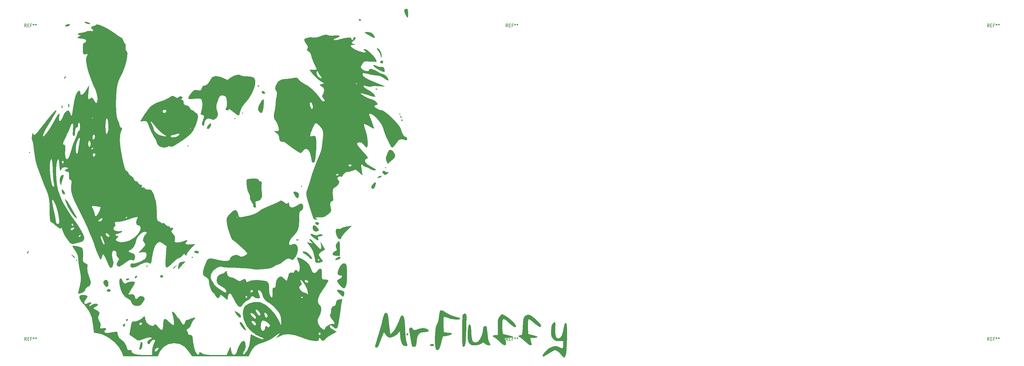
<source format=gbr>
G04 #@! TF.GenerationSoftware,KiCad,Pcbnew,(5.1.5)-3*
G04 #@! TF.CreationDate,2020-03-18T20:23:37-05:00*
G04 #@! TF.ProjectId,Advanced-PCB,41647661-6e63-4656-942d-5043422e6b69,rev?*
G04 #@! TF.SameCoordinates,Original*
G04 #@! TF.FileFunction,Legend,Top*
G04 #@! TF.FilePolarity,Positive*
%FSLAX46Y46*%
G04 Gerber Fmt 4.6, Leading zero omitted, Abs format (unit mm)*
G04 Created by KiCad (PCBNEW (5.1.5)-3) date 2020-03-18 20:23:37*
%MOMM*%
%LPD*%
G04 APERTURE LIST*
%ADD10C,0.010000*%
%ADD11C,0.150000*%
G04 APERTURE END LIST*
D10*
G36*
X174039454Y-134254378D02*
G01*
X174289906Y-134375563D01*
X174996177Y-134829840D01*
X175791236Y-135473130D01*
X176559303Y-136193079D01*
X177184598Y-136877335D01*
X177551339Y-137413542D01*
X177601579Y-137589212D01*
X177504899Y-137949339D01*
X177186633Y-137973034D01*
X176604440Y-137642578D01*
X175715981Y-136940250D01*
X175397752Y-136666885D01*
X174471761Y-135922506D01*
X173844300Y-135555236D01*
X173560782Y-135555429D01*
X173450168Y-135927406D01*
X173383080Y-136690276D01*
X173369866Y-137701225D01*
X173379035Y-138063281D01*
X173457368Y-140311053D01*
X175168566Y-140734937D01*
X176073117Y-141007725D01*
X176446858Y-141236001D01*
X176292896Y-141404846D01*
X175614339Y-141499336D01*
X175006290Y-141514211D01*
X174382503Y-141548709D01*
X174157728Y-141735037D01*
X174196953Y-142197443D01*
X174207328Y-142249474D01*
X174385447Y-142978801D01*
X174536723Y-143452632D01*
X174572718Y-143856776D01*
X174289759Y-143937162D01*
X173769940Y-143723732D01*
X173095356Y-143246424D01*
X172522076Y-142717876D01*
X171823130Y-142057186D01*
X171204630Y-141560671D01*
X170862197Y-141363016D01*
X170431542Y-141099704D01*
X170485133Y-140836387D01*
X170990908Y-140712226D01*
X171012174Y-140712106D01*
X171302373Y-140685832D01*
X171494134Y-140541342D01*
X171616880Y-140180132D01*
X171700031Y-139503699D01*
X171773008Y-138413539D01*
X171790800Y-138105264D01*
X171882745Y-136706352D01*
X171989738Y-135740353D01*
X172141466Y-135105640D01*
X172367619Y-134700588D01*
X172697887Y-134423573D01*
X172900403Y-134307160D01*
X173459984Y-134118482D01*
X174039454Y-134254378D01*
G37*
X174039454Y-134254378D02*
X174289906Y-134375563D01*
X174996177Y-134829840D01*
X175791236Y-135473130D01*
X176559303Y-136193079D01*
X177184598Y-136877335D01*
X177551339Y-137413542D01*
X177601579Y-137589212D01*
X177504899Y-137949339D01*
X177186633Y-137973034D01*
X176604440Y-137642578D01*
X175715981Y-136940250D01*
X175397752Y-136666885D01*
X174471761Y-135922506D01*
X173844300Y-135555236D01*
X173560782Y-135555429D01*
X173450168Y-135927406D01*
X173383080Y-136690276D01*
X173369866Y-137701225D01*
X173379035Y-138063281D01*
X173457368Y-140311053D01*
X175168566Y-140734937D01*
X176073117Y-141007725D01*
X176446858Y-141236001D01*
X176292896Y-141404846D01*
X175614339Y-141499336D01*
X175006290Y-141514211D01*
X174382503Y-141548709D01*
X174157728Y-141735037D01*
X174196953Y-142197443D01*
X174207328Y-142249474D01*
X174385447Y-142978801D01*
X174536723Y-143452632D01*
X174572718Y-143856776D01*
X174289759Y-143937162D01*
X173769940Y-143723732D01*
X173095356Y-143246424D01*
X172522076Y-142717876D01*
X171823130Y-142057186D01*
X171204630Y-141560671D01*
X170862197Y-141363016D01*
X170431542Y-141099704D01*
X170485133Y-140836387D01*
X170990908Y-140712226D01*
X171012174Y-140712106D01*
X171302373Y-140685832D01*
X171494134Y-140541342D01*
X171616880Y-140180132D01*
X171700031Y-139503699D01*
X171773008Y-138413539D01*
X171790800Y-138105264D01*
X171882745Y-136706352D01*
X171989738Y-135740353D01*
X172141466Y-135105640D01*
X172367619Y-134700588D01*
X172697887Y-134423573D01*
X172900403Y-134307160D01*
X173459984Y-134118482D01*
X174039454Y-134254378D01*
G36*
X166221814Y-134533146D02*
G01*
X166962177Y-135007691D01*
X167778806Y-135662518D01*
X168556887Y-136387150D01*
X169181608Y-137071107D01*
X169538159Y-137603913D01*
X169580526Y-137765079D01*
X169411651Y-138046546D01*
X168953664Y-137968319D01*
X168279521Y-137564214D01*
X167462179Y-136868046D01*
X167298560Y-136707395D01*
X166439525Y-135896613D01*
X165849191Y-135485508D01*
X165464339Y-135454506D01*
X165221751Y-135784031D01*
X165143331Y-136040030D01*
X165074734Y-136622980D01*
X165059075Y-137481506D01*
X165088385Y-138448192D01*
X165154695Y-139355626D01*
X165250036Y-140036391D01*
X165346606Y-140310466D01*
X165670213Y-140439542D01*
X166363602Y-140625138D01*
X167194852Y-140809762D01*
X168066435Y-141004071D01*
X168463080Y-141145243D01*
X168438544Y-141260297D01*
X168232369Y-141331172D01*
X167482506Y-141458884D01*
X166677710Y-141510560D01*
X166082293Y-141559219D01*
X165904944Y-141747750D01*
X165961171Y-141982106D01*
X166152581Y-142602530D01*
X166290566Y-143185264D01*
X166285785Y-143758241D01*
X165981379Y-143925504D01*
X165413987Y-143697113D01*
X164620252Y-143083128D01*
X164099474Y-142583685D01*
X163396708Y-141917058D01*
X162803642Y-141438027D01*
X162445123Y-141247074D01*
X162438472Y-141246843D01*
X162120762Y-141082162D01*
X162094210Y-140979474D01*
X162326545Y-140791746D01*
X162886336Y-140712126D01*
X162896316Y-140712106D01*
X163698421Y-140712106D01*
X163698421Y-138053331D01*
X163709393Y-136811204D01*
X163758764Y-135974483D01*
X163871214Y-135414012D01*
X164071425Y-135000636D01*
X164349853Y-134644384D01*
X165001285Y-133894211D01*
X166221814Y-134533146D01*
G37*
X166221814Y-134533146D02*
X166962177Y-135007691D01*
X167778806Y-135662518D01*
X168556887Y-136387150D01*
X169181608Y-137071107D01*
X169538159Y-137603913D01*
X169580526Y-137765079D01*
X169411651Y-138046546D01*
X168953664Y-137968319D01*
X168279521Y-137564214D01*
X167462179Y-136868046D01*
X167298560Y-136707395D01*
X166439525Y-135896613D01*
X165849191Y-135485508D01*
X165464339Y-135454506D01*
X165221751Y-135784031D01*
X165143331Y-136040030D01*
X165074734Y-136622980D01*
X165059075Y-137481506D01*
X165088385Y-138448192D01*
X165154695Y-139355626D01*
X165250036Y-140036391D01*
X165346606Y-140310466D01*
X165670213Y-140439542D01*
X166363602Y-140625138D01*
X167194852Y-140809762D01*
X168066435Y-141004071D01*
X168463080Y-141145243D01*
X168438544Y-141260297D01*
X168232369Y-141331172D01*
X167482506Y-141458884D01*
X166677710Y-141510560D01*
X166082293Y-141559219D01*
X165904944Y-141747750D01*
X165961171Y-141982106D01*
X166152581Y-142602530D01*
X166290566Y-143185264D01*
X166285785Y-143758241D01*
X165981379Y-143925504D01*
X165413987Y-143697113D01*
X164620252Y-143083128D01*
X164099474Y-142583685D01*
X163396708Y-141917058D01*
X162803642Y-141438027D01*
X162445123Y-141247074D01*
X162438472Y-141246843D01*
X162120762Y-141082162D01*
X162094210Y-140979474D01*
X162326545Y-140791746D01*
X162886336Y-140712126D01*
X162896316Y-140712106D01*
X163698421Y-140712106D01*
X163698421Y-138053331D01*
X163709393Y-136811204D01*
X163758764Y-135974483D01*
X163871214Y-135414012D01*
X164071425Y-135000636D01*
X164349853Y-134644384D01*
X165001285Y-133894211D01*
X166221814Y-134533146D01*
G36*
X154851330Y-137495151D02*
G01*
X155035874Y-138249072D01*
X155128841Y-139464206D01*
X155138981Y-140097946D01*
X155190786Y-141105890D01*
X155320930Y-141990888D01*
X155452917Y-142437420D01*
X155941384Y-142985443D01*
X156614131Y-143100511D01*
X157319436Y-142765656D01*
X157435316Y-142659120D01*
X157962089Y-141935138D01*
X158448070Y-140950195D01*
X158786690Y-139949859D01*
X158879917Y-139330289D01*
X159004722Y-138352003D01*
X159362026Y-137848721D01*
X159677056Y-137771053D01*
X159912388Y-137847711D01*
X160075975Y-138143106D01*
X160195277Y-138755376D01*
X160297755Y-139782655D01*
X160320493Y-140070500D01*
X160455970Y-141281829D01*
X160647034Y-142270063D01*
X160864480Y-142889380D01*
X160894674Y-142937359D01*
X161196009Y-143440287D01*
X161292105Y-143712649D01*
X161087055Y-143913111D01*
X160601254Y-143903313D01*
X160028725Y-143719029D01*
X159563489Y-143396033D01*
X159561183Y-143393495D01*
X159208272Y-143048348D01*
X158919839Y-143035522D01*
X158463161Y-143355016D01*
X158414214Y-143393495D01*
X157665372Y-143771206D01*
X156604622Y-143916034D01*
X156315896Y-143920527D01*
X155438894Y-143884919D01*
X154912116Y-143733629D01*
X154553299Y-143399956D01*
X154437090Y-143232976D01*
X154197146Y-142613585D01*
X154043081Y-141706467D01*
X153971836Y-140638337D01*
X153980354Y-139535911D01*
X154065577Y-138525903D01*
X154224446Y-137735028D01*
X154453904Y-137290002D01*
X154581805Y-137236316D01*
X154851330Y-137495151D01*
G37*
X154851330Y-137495151D02*
X155035874Y-138249072D01*
X155128841Y-139464206D01*
X155138981Y-140097946D01*
X155190786Y-141105890D01*
X155320930Y-141990888D01*
X155452917Y-142437420D01*
X155941384Y-142985443D01*
X156614131Y-143100511D01*
X157319436Y-142765656D01*
X157435316Y-142659120D01*
X157962089Y-141935138D01*
X158448070Y-140950195D01*
X158786690Y-139949859D01*
X158879917Y-139330289D01*
X159004722Y-138352003D01*
X159362026Y-137848721D01*
X159677056Y-137771053D01*
X159912388Y-137847711D01*
X160075975Y-138143106D01*
X160195277Y-138755376D01*
X160297755Y-139782655D01*
X160320493Y-140070500D01*
X160455970Y-141281829D01*
X160647034Y-142270063D01*
X160864480Y-142889380D01*
X160894674Y-142937359D01*
X161196009Y-143440287D01*
X161292105Y-143712649D01*
X161087055Y-143913111D01*
X160601254Y-143903313D01*
X160028725Y-143719029D01*
X159563489Y-143396033D01*
X159561183Y-143393495D01*
X159208272Y-143048348D01*
X158919839Y-143035522D01*
X158463161Y-143355016D01*
X158414214Y-143393495D01*
X157665372Y-143771206D01*
X156604622Y-143916034D01*
X156315896Y-143920527D01*
X155438894Y-143884919D01*
X154912116Y-143733629D01*
X154553299Y-143399956D01*
X154437090Y-143232976D01*
X154197146Y-142613585D01*
X154043081Y-141706467D01*
X153971836Y-140638337D01*
X153980354Y-139535911D01*
X154065577Y-138525903D01*
X154224446Y-137735028D01*
X154453904Y-137290002D01*
X154581805Y-137236316D01*
X154851330Y-137495151D01*
G36*
X142776842Y-143581140D02*
G01*
X143102201Y-143824305D01*
X142978856Y-144068951D01*
X142477046Y-144187560D01*
X142442631Y-144187895D01*
X141940017Y-144106104D01*
X141774210Y-143949132D01*
X141994791Y-143648164D01*
X142484588Y-143531706D01*
X142776842Y-143581140D01*
G37*
X142776842Y-143581140D02*
X143102201Y-143824305D01*
X142978856Y-144068951D01*
X142477046Y-144187560D01*
X142442631Y-144187895D01*
X141940017Y-144106104D01*
X141774210Y-143949132D01*
X141994791Y-143648164D01*
X142484588Y-143531706D01*
X142776842Y-143581140D01*
G36*
X153266128Y-133777691D02*
G01*
X153404349Y-133877295D01*
X153493889Y-134131505D01*
X153540543Y-134612486D01*
X153550103Y-135392406D01*
X153528365Y-136543429D01*
X153481120Y-138137723D01*
X153465175Y-138640000D01*
X153397114Y-140565280D01*
X153325528Y-142019556D01*
X153240654Y-143066525D01*
X153132733Y-143769884D01*
X152992002Y-144193329D01*
X152808702Y-144400556D01*
X152574026Y-144455264D01*
X152439299Y-144368399D01*
X152340133Y-144064847D01*
X152271654Y-143480171D01*
X152228988Y-142549936D01*
X152207263Y-141209704D01*
X152201579Y-139530815D01*
X152210090Y-137938274D01*
X152233737Y-136513279D01*
X152269690Y-135349051D01*
X152315121Y-134538815D01*
X152363868Y-134183447D01*
X152733711Y-133835859D01*
X153073433Y-133760527D01*
X153266128Y-133777691D01*
G37*
X153266128Y-133777691D02*
X153404349Y-133877295D01*
X153493889Y-134131505D01*
X153540543Y-134612486D01*
X153550103Y-135392406D01*
X153528365Y-136543429D01*
X153481120Y-138137723D01*
X153465175Y-138640000D01*
X153397114Y-140565280D01*
X153325528Y-142019556D01*
X153240654Y-143066525D01*
X153132733Y-143769884D01*
X152992002Y-144193329D01*
X152808702Y-144400556D01*
X152574026Y-144455264D01*
X152439299Y-144368399D01*
X152340133Y-144064847D01*
X152271654Y-143480171D01*
X152228988Y-142549936D01*
X152207263Y-141209704D01*
X152201579Y-139530815D01*
X152210090Y-137938274D01*
X152233737Y-136513279D01*
X152269690Y-135349051D01*
X152315121Y-134538815D01*
X152363868Y-134183447D01*
X152733711Y-133835859D01*
X153073433Y-133760527D01*
X153266128Y-133777691D01*
G36*
X136205980Y-138640294D02*
G01*
X136484299Y-138970920D01*
X136763251Y-139093145D01*
X137208861Y-139016020D01*
X137987153Y-138748594D01*
X138014210Y-138738864D01*
X139398277Y-138419878D01*
X140531255Y-138539203D01*
X141168192Y-138892316D01*
X141399841Y-139254504D01*
X141135840Y-139511733D01*
X140408960Y-139640983D01*
X140087378Y-139651527D01*
X138982526Y-139796098D01*
X138222756Y-140251150D01*
X137751791Y-141079558D01*
X137513355Y-142344198D01*
X137496316Y-142546397D01*
X137404164Y-143507958D01*
X137278505Y-144057412D01*
X137072523Y-144317224D01*
X136786281Y-144403711D01*
X136263499Y-144371259D01*
X136059560Y-144242538D01*
X135955261Y-143890525D01*
X135793062Y-143133514D01*
X135597986Y-142094778D01*
X135454740Y-141262854D01*
X135256705Y-140008026D01*
X135159368Y-139178721D01*
X135160216Y-138675782D01*
X135256734Y-138400051D01*
X135379356Y-138289454D01*
X135805910Y-138264229D01*
X136205980Y-138640294D01*
G37*
X136205980Y-138640294D02*
X136484299Y-138970920D01*
X136763251Y-139093145D01*
X137208861Y-139016020D01*
X137987153Y-138748594D01*
X138014210Y-138738864D01*
X139398277Y-138419878D01*
X140531255Y-138539203D01*
X141168192Y-138892316D01*
X141399841Y-139254504D01*
X141135840Y-139511733D01*
X140408960Y-139640983D01*
X140087378Y-139651527D01*
X138982526Y-139796098D01*
X138222756Y-140251150D01*
X137751791Y-141079558D01*
X137513355Y-142344198D01*
X137496316Y-142546397D01*
X137404164Y-143507958D01*
X137278505Y-144057412D01*
X137072523Y-144317224D01*
X136786281Y-144403711D01*
X136263499Y-144371259D01*
X136059560Y-144242538D01*
X135955261Y-143890525D01*
X135793062Y-143133514D01*
X135597986Y-142094778D01*
X135454740Y-141262854D01*
X135256705Y-140008026D01*
X135159368Y-139178721D01*
X135160216Y-138675782D01*
X135256734Y-138400051D01*
X135379356Y-138289454D01*
X135805910Y-138264229D01*
X136205980Y-138640294D01*
G36*
X127843930Y-133546773D02*
G01*
X128034062Y-133764970D01*
X128185870Y-134233781D01*
X128324341Y-135039238D01*
X128474459Y-136267372D01*
X128522294Y-136701579D01*
X128642723Y-137760634D01*
X128781135Y-138912759D01*
X128817304Y-139202098D01*
X128981497Y-140499459D01*
X129657800Y-139870519D01*
X130201344Y-139274479D01*
X130569160Y-138714177D01*
X130572466Y-138706843D01*
X130882591Y-138071471D01*
X131047850Y-137771053D01*
X131329324Y-137219013D01*
X131695461Y-136353431D01*
X132159526Y-135151840D01*
X132535557Y-134499323D01*
X132933274Y-134358727D01*
X133289580Y-134714000D01*
X133533155Y-135501300D01*
X133626256Y-136282126D01*
X133701639Y-137384876D01*
X133745524Y-138596750D01*
X133749394Y-138840527D01*
X133848335Y-140920027D01*
X134085791Y-142595005D01*
X134416688Y-143720000D01*
X134459610Y-144066189D01*
X134108597Y-144183181D01*
X133921611Y-144187895D01*
X133199622Y-143952043D01*
X132670643Y-143237921D01*
X132329271Y-142035677D01*
X132211905Y-141071643D01*
X132069082Y-139292365D01*
X131554162Y-139999237D01*
X130816552Y-140717097D01*
X129886233Y-141229343D01*
X128960883Y-141443509D01*
X128546376Y-141406150D01*
X127948951Y-141044728D01*
X127439666Y-140389096D01*
X127431764Y-140374022D01*
X127120272Y-139883072D01*
X126905976Y-139741331D01*
X126877961Y-139776316D01*
X126741348Y-140132474D01*
X126464380Y-140859455D01*
X126096247Y-141828064D01*
X125911833Y-142313925D01*
X125373013Y-143600354D01*
X124921982Y-144392955D01*
X124589193Y-144673003D01*
X124196706Y-144569768D01*
X124127895Y-144356396D01*
X124208071Y-143934018D01*
X124422759Y-143143697D01*
X124733191Y-142123376D01*
X124903561Y-141596265D01*
X125323854Y-140258410D01*
X125738561Y-138835278D01*
X126070835Y-137592708D01*
X126125235Y-137370000D01*
X126484144Y-135876428D01*
X126750710Y-134825764D01*
X126954332Y-134140224D01*
X127124409Y-133742023D01*
X127290339Y-133553376D01*
X127481522Y-133496496D01*
X127590488Y-133493158D01*
X127843930Y-133546773D01*
G37*
X127843930Y-133546773D02*
X128034062Y-133764970D01*
X128185870Y-134233781D01*
X128324341Y-135039238D01*
X128474459Y-136267372D01*
X128522294Y-136701579D01*
X128642723Y-137760634D01*
X128781135Y-138912759D01*
X128817304Y-139202098D01*
X128981497Y-140499459D01*
X129657800Y-139870519D01*
X130201344Y-139274479D01*
X130569160Y-138714177D01*
X130572466Y-138706843D01*
X130882591Y-138071471D01*
X131047850Y-137771053D01*
X131329324Y-137219013D01*
X131695461Y-136353431D01*
X132159526Y-135151840D01*
X132535557Y-134499323D01*
X132933274Y-134358727D01*
X133289580Y-134714000D01*
X133533155Y-135501300D01*
X133626256Y-136282126D01*
X133701639Y-137384876D01*
X133745524Y-138596750D01*
X133749394Y-138840527D01*
X133848335Y-140920027D01*
X134085791Y-142595005D01*
X134416688Y-143720000D01*
X134459610Y-144066189D01*
X134108597Y-144183181D01*
X133921611Y-144187895D01*
X133199622Y-143952043D01*
X132670643Y-143237921D01*
X132329271Y-142035677D01*
X132211905Y-141071643D01*
X132069082Y-139292365D01*
X131554162Y-139999237D01*
X130816552Y-140717097D01*
X129886233Y-141229343D01*
X128960883Y-141443509D01*
X128546376Y-141406150D01*
X127948951Y-141044728D01*
X127439666Y-140389096D01*
X127431764Y-140374022D01*
X127120272Y-139883072D01*
X126905976Y-139741331D01*
X126877961Y-139776316D01*
X126741348Y-140132474D01*
X126464380Y-140859455D01*
X126096247Y-141828064D01*
X125911833Y-142313925D01*
X125373013Y-143600354D01*
X124921982Y-144392955D01*
X124589193Y-144673003D01*
X124196706Y-144569768D01*
X124127895Y-144356396D01*
X124208071Y-143934018D01*
X124422759Y-143143697D01*
X124733191Y-142123376D01*
X124903561Y-141596265D01*
X125323854Y-140258410D01*
X125738561Y-138835278D01*
X126070835Y-137592708D01*
X126125235Y-137370000D01*
X126484144Y-135876428D01*
X126750710Y-134825764D01*
X126954332Y-134140224D01*
X127124409Y-133742023D01*
X127290339Y-133553376D01*
X127481522Y-133496496D01*
X127590488Y-133493158D01*
X127843930Y-133546773D01*
G36*
X146041220Y-132849891D02*
G01*
X146656800Y-133223431D01*
X147659580Y-133847660D01*
X148944314Y-134424415D01*
X150261487Y-134847210D01*
X150671641Y-134936831D01*
X151273207Y-135112303D01*
X151535020Y-135319914D01*
X151524809Y-135378246D01*
X151122789Y-135579076D01*
X150367807Y-135628059D01*
X149415900Y-135537252D01*
X148423102Y-135318712D01*
X147768086Y-135087975D01*
X146974077Y-134808474D01*
X146414219Y-134727936D01*
X146264365Y-134778162D01*
X146167972Y-135135109D01*
X146109480Y-135890114D01*
X146097013Y-136907327D01*
X146107919Y-137394397D01*
X146185789Y-139776316D01*
X147633939Y-139910000D01*
X148442409Y-140001556D01*
X148799274Y-140107655D01*
X148787001Y-140269490D01*
X148636424Y-140410754D01*
X148094284Y-140672920D01*
X147294728Y-140872543D01*
X147054590Y-140906314D01*
X145918421Y-141034803D01*
X145460984Y-142905563D01*
X145191679Y-143887159D01*
X144918758Y-144688676D01*
X144699676Y-145142171D01*
X144692983Y-145150530D01*
X144232419Y-145520515D01*
X143876594Y-145382716D01*
X143617383Y-144729435D01*
X143495828Y-144016518D01*
X143412380Y-142862995D01*
X143411732Y-141548515D01*
X143482592Y-140204090D01*
X143613667Y-138960735D01*
X143793663Y-137949463D01*
X144011290Y-137301289D01*
X144083753Y-137195530D01*
X144369567Y-136650845D01*
X144581483Y-135845807D01*
X144617971Y-135586016D01*
X144766807Y-134303412D01*
X144900775Y-133463243D01*
X145047281Y-132974882D01*
X145233732Y-132747700D01*
X145487534Y-132691068D01*
X145493427Y-132691053D01*
X146041220Y-132849891D01*
G37*
X146041220Y-132849891D02*
X146656800Y-133223431D01*
X147659580Y-133847660D01*
X148944314Y-134424415D01*
X150261487Y-134847210D01*
X150671641Y-134936831D01*
X151273207Y-135112303D01*
X151535020Y-135319914D01*
X151524809Y-135378246D01*
X151122789Y-135579076D01*
X150367807Y-135628059D01*
X149415900Y-135537252D01*
X148423102Y-135318712D01*
X147768086Y-135087975D01*
X146974077Y-134808474D01*
X146414219Y-134727936D01*
X146264365Y-134778162D01*
X146167972Y-135135109D01*
X146109480Y-135890114D01*
X146097013Y-136907327D01*
X146107919Y-137394397D01*
X146185789Y-139776316D01*
X147633939Y-139910000D01*
X148442409Y-140001556D01*
X148799274Y-140107655D01*
X148787001Y-140269490D01*
X148636424Y-140410754D01*
X148094284Y-140672920D01*
X147294728Y-140872543D01*
X147054590Y-140906314D01*
X145918421Y-141034803D01*
X145460984Y-142905563D01*
X145191679Y-143887159D01*
X144918758Y-144688676D01*
X144699676Y-145142171D01*
X144692983Y-145150530D01*
X144232419Y-145520515D01*
X143876594Y-145382716D01*
X143617383Y-144729435D01*
X143495828Y-144016518D01*
X143412380Y-142862995D01*
X143411732Y-141548515D01*
X143482592Y-140204090D01*
X143613667Y-138960735D01*
X143793663Y-137949463D01*
X144011290Y-137301289D01*
X144083753Y-137195530D01*
X144369567Y-136650845D01*
X144581483Y-135845807D01*
X144617971Y-135586016D01*
X144766807Y-134303412D01*
X144900775Y-133463243D01*
X145047281Y-132974882D01*
X145233732Y-132747700D01*
X145487534Y-132691068D01*
X145493427Y-132691053D01*
X146041220Y-132849891D01*
G36*
X182214899Y-136679579D02*
G01*
X182240940Y-137330847D01*
X182218528Y-138260765D01*
X182204393Y-138531096D01*
X182189567Y-140028617D01*
X182353301Y-141049087D01*
X182704673Y-141622623D01*
X183184284Y-141781579D01*
X183856985Y-141526090D01*
X184388956Y-140778922D01*
X184761487Y-139569027D01*
X184818724Y-139252655D01*
X185039681Y-138018406D01*
X185236113Y-137242031D01*
X185434878Y-136849138D01*
X185662840Y-136765339D01*
X185712162Y-136778389D01*
X185838248Y-137010589D01*
X185925079Y-137634022D01*
X185975101Y-138688857D01*
X185990757Y-140215267D01*
X185985596Y-141271528D01*
X185942333Y-143518162D01*
X185853516Y-145262957D01*
X185715280Y-146537185D01*
X185523759Y-147372116D01*
X185275088Y-147799022D01*
X185171250Y-147858706D01*
X184842740Y-147725555D01*
X184362042Y-147272591D01*
X184134494Y-146995940D01*
X183520463Y-146310458D01*
X182886353Y-145777406D01*
X182721525Y-145677216D01*
X182350442Y-145524068D01*
X181983621Y-145527690D01*
X181496471Y-145730768D01*
X180764402Y-146175989D01*
X180220330Y-146534151D01*
X179361550Y-147073266D01*
X178675187Y-147444690D01*
X178275875Y-147588442D01*
X178227670Y-147576793D01*
X178211024Y-147221011D01*
X178520333Y-146655656D01*
X179056933Y-145996183D01*
X179722158Y-145358042D01*
X180417344Y-144856688D01*
X180660747Y-144729724D01*
X181681720Y-144330118D01*
X182447635Y-144227332D01*
X183141981Y-144412217D01*
X183483684Y-144588948D01*
X184211409Y-144931445D01*
X184620876Y-144880444D01*
X184794722Y-144386364D01*
X184820526Y-143786843D01*
X184820526Y-142583685D01*
X183530290Y-142583685D01*
X182623733Y-142517737D01*
X182009414Y-142264733D01*
X181591869Y-141892999D01*
X181233996Y-141432765D01*
X181036889Y-140902386D01*
X180956002Y-140128896D01*
X180944650Y-139380001D01*
X180984741Y-138276231D01*
X181124871Y-137553401D01*
X181396967Y-137062073D01*
X181453984Y-136995950D01*
X181881637Y-136586918D01*
X182144065Y-136434211D01*
X182214899Y-136679579D01*
G37*
X182214899Y-136679579D02*
X182240940Y-137330847D01*
X182218528Y-138260765D01*
X182204393Y-138531096D01*
X182189567Y-140028617D01*
X182353301Y-141049087D01*
X182704673Y-141622623D01*
X183184284Y-141781579D01*
X183856985Y-141526090D01*
X184388956Y-140778922D01*
X184761487Y-139569027D01*
X184818724Y-139252655D01*
X185039681Y-138018406D01*
X185236113Y-137242031D01*
X185434878Y-136849138D01*
X185662840Y-136765339D01*
X185712162Y-136778389D01*
X185838248Y-137010589D01*
X185925079Y-137634022D01*
X185975101Y-138688857D01*
X185990757Y-140215267D01*
X185985596Y-141271528D01*
X185942333Y-143518162D01*
X185853516Y-145262957D01*
X185715280Y-146537185D01*
X185523759Y-147372116D01*
X185275088Y-147799022D01*
X185171250Y-147858706D01*
X184842740Y-147725555D01*
X184362042Y-147272591D01*
X184134494Y-146995940D01*
X183520463Y-146310458D01*
X182886353Y-145777406D01*
X182721525Y-145677216D01*
X182350442Y-145524068D01*
X181983621Y-145527690D01*
X181496471Y-145730768D01*
X180764402Y-146175989D01*
X180220330Y-146534151D01*
X179361550Y-147073266D01*
X178675187Y-147444690D01*
X178275875Y-147588442D01*
X178227670Y-147576793D01*
X178211024Y-147221011D01*
X178520333Y-146655656D01*
X179056933Y-145996183D01*
X179722158Y-145358042D01*
X180417344Y-144856688D01*
X180660747Y-144729724D01*
X181681720Y-144330118D01*
X182447635Y-144227332D01*
X183141981Y-144412217D01*
X183483684Y-144588948D01*
X184211409Y-144931445D01*
X184620876Y-144880444D01*
X184794722Y-144386364D01*
X184820526Y-143786843D01*
X184820526Y-142583685D01*
X183530290Y-142583685D01*
X182623733Y-142517737D01*
X182009414Y-142264733D01*
X181591869Y-141892999D01*
X181233996Y-141432765D01*
X181036889Y-140902386D01*
X180956002Y-140128896D01*
X180944650Y-139380001D01*
X180984741Y-138276231D01*
X181124871Y-137553401D01*
X181396967Y-137062073D01*
X181453984Y-136995950D01*
X181881637Y-136586918D01*
X182144065Y-136434211D01*
X182214899Y-136679579D01*
G36*
X134588178Y-35537582D02*
G01*
X134731586Y-36377550D01*
X134737222Y-36687222D01*
X134700069Y-37571297D01*
X134607268Y-38062609D01*
X134569893Y-38098333D01*
X134313110Y-37819245D01*
X133906081Y-37136622D01*
X133849920Y-37029639D01*
X133496105Y-36020477D01*
X133681458Y-35429580D01*
X134228875Y-35276111D01*
X134588178Y-35537582D01*
G37*
X134588178Y-35537582D02*
X134731586Y-36377550D01*
X134737222Y-36687222D01*
X134700069Y-37571297D01*
X134607268Y-38062609D01*
X134569893Y-38098333D01*
X134313110Y-37819245D01*
X133906081Y-37136622D01*
X133849920Y-37029639D01*
X133496105Y-36020477D01*
X133681458Y-35429580D01*
X134228875Y-35276111D01*
X134588178Y-35537582D01*
G36*
X119215000Y-38627499D02*
G01*
X119551544Y-38944508D01*
X119567778Y-39001097D01*
X119294837Y-39152622D01*
X119215000Y-39156666D01*
X118875779Y-38885467D01*
X118862222Y-38783069D01*
X119078347Y-38572377D01*
X119215000Y-38627499D01*
G37*
X119215000Y-38627499D02*
X119551544Y-38944508D01*
X119567778Y-39001097D01*
X119294837Y-39152622D01*
X119215000Y-39156666D01*
X118875779Y-38885467D01*
X118862222Y-38783069D01*
X119078347Y-38572377D01*
X119215000Y-38627499D01*
G36*
X31422859Y-39704854D02*
G01*
X31726111Y-39862222D01*
X32077305Y-40137131D01*
X31814334Y-40203615D01*
X31726111Y-40204195D01*
X30971029Y-40019590D01*
X30667778Y-39862222D01*
X30316584Y-39587312D01*
X30579555Y-39520828D01*
X30667778Y-39520248D01*
X31422859Y-39704854D01*
G37*
X31422859Y-39704854D02*
X31726111Y-39862222D01*
X32077305Y-40137131D01*
X31814334Y-40203615D01*
X31726111Y-40204195D01*
X30971029Y-40019590D01*
X30667778Y-39862222D01*
X30316584Y-39587312D01*
X30579555Y-39520828D01*
X30667778Y-39520248D01*
X31422859Y-39704854D01*
G36*
X25588245Y-40498545D02*
G01*
X25552500Y-40567777D01*
X25061107Y-40849595D01*
X24561541Y-40915153D01*
X24058288Y-40859071D01*
X24199090Y-40647794D01*
X24317778Y-40567777D01*
X24973358Y-40276919D01*
X25473096Y-40253841D01*
X25588245Y-40498545D01*
G37*
X25588245Y-40498545D02*
X25552500Y-40567777D01*
X25061107Y-40849595D01*
X24561541Y-40915153D01*
X24058288Y-40859071D01*
X24199090Y-40647794D01*
X24317778Y-40567777D01*
X24973358Y-40276919D01*
X25473096Y-40253841D01*
X25588245Y-40498545D01*
G36*
X121667024Y-42812567D02*
G01*
X121870179Y-42829808D01*
X122921063Y-43068654D01*
X123557837Y-43645584D01*
X123691398Y-43875409D01*
X123964865Y-44501259D01*
X123865636Y-44715955D01*
X123323253Y-44523514D01*
X122311161Y-43954064D01*
X121273245Y-43311809D01*
X120834859Y-42945569D01*
X120973590Y-42798202D01*
X121667024Y-42812567D01*
G37*
X121667024Y-42812567D02*
X121870179Y-42829808D01*
X122921063Y-43068654D01*
X123557837Y-43645584D01*
X123691398Y-43875409D01*
X123964865Y-44501259D01*
X123865636Y-44715955D01*
X123323253Y-44523514D01*
X122311161Y-43954064D01*
X121273245Y-43311809D01*
X120834859Y-42945569D01*
X120973590Y-42798202D01*
X121667024Y-42812567D01*
G36*
X124881592Y-48038941D02*
G01*
X125455274Y-48521619D01*
X125940638Y-49384472D01*
X126184088Y-50305147D01*
X126159060Y-50719988D01*
X126031421Y-51048631D01*
X125966197Y-50704092D01*
X125958700Y-50581325D01*
X125717245Y-49796453D01*
X125187082Y-48907190D01*
X125146175Y-48854216D01*
X124720202Y-48211913D01*
X124797573Y-48018846D01*
X124881592Y-48038941D01*
G37*
X124881592Y-48038941D02*
X125455274Y-48521619D01*
X125940638Y-49384472D01*
X126184088Y-50305147D01*
X126159060Y-50719988D01*
X126031421Y-51048631D01*
X125966197Y-50704092D01*
X125958700Y-50581325D01*
X125717245Y-49796453D01*
X125187082Y-48907190D01*
X125146175Y-48854216D01*
X124720202Y-48211913D01*
X124797573Y-48018846D01*
X124881592Y-48038941D01*
G36*
X126549856Y-52137091D02*
G01*
X126623333Y-52396905D01*
X126401846Y-52862557D01*
X125953550Y-52811243D01*
X125764235Y-52599187D01*
X125858155Y-52225569D01*
X126096193Y-52081093D01*
X126549856Y-52137091D01*
G37*
X126549856Y-52137091D02*
X126623333Y-52396905D01*
X126401846Y-52862557D01*
X125953550Y-52811243D01*
X125764235Y-52599187D01*
X125858155Y-52225569D01*
X126096193Y-52081093D01*
X126549856Y-52137091D01*
G36*
X124273030Y-53677698D02*
G01*
X124413445Y-53748737D01*
X125353731Y-54073827D01*
X126162311Y-54103812D01*
X126169845Y-54101886D01*
X126738796Y-54120854D01*
X127024993Y-54674848D01*
X127056921Y-54826334D01*
X127136742Y-55428453D01*
X126995885Y-55668992D01*
X126513768Y-55552711D01*
X125569807Y-55084369D01*
X125221271Y-54898794D01*
X124287719Y-54334508D01*
X123654607Y-53830338D01*
X123511863Y-53634756D01*
X123629803Y-53441661D01*
X124273030Y-53677698D01*
G37*
X124273030Y-53677698D02*
X124413445Y-53748737D01*
X125353731Y-54073827D01*
X126162311Y-54103812D01*
X126169845Y-54101886D01*
X126738796Y-54120854D01*
X127024993Y-54674848D01*
X127056921Y-54826334D01*
X127136742Y-55428453D01*
X126995885Y-55668992D01*
X126513768Y-55552711D01*
X125569807Y-55084369D01*
X125221271Y-54898794D01*
X124287719Y-54334508D01*
X123654607Y-53830338D01*
X123511863Y-53634756D01*
X123629803Y-53441661D01*
X124273030Y-53677698D01*
G36*
X24207098Y-57376209D02*
G01*
X24141389Y-57501111D01*
X23808997Y-57838014D01*
X23746971Y-57853888D01*
X23722902Y-57626012D01*
X23788611Y-57501111D01*
X24121003Y-57164207D01*
X24183029Y-57148333D01*
X24207098Y-57376209D01*
G37*
X24207098Y-57376209D02*
X24141389Y-57501111D01*
X23808997Y-57838014D01*
X23746971Y-57853888D01*
X23722902Y-57626012D01*
X23788611Y-57501111D01*
X24121003Y-57164207D01*
X24183029Y-57148333D01*
X24207098Y-57376209D01*
G36*
X86641852Y-60088148D02*
G01*
X86593426Y-60297874D01*
X86406667Y-60323333D01*
X86116291Y-60194257D01*
X86171481Y-60088148D01*
X86590146Y-60045927D01*
X86641852Y-60088148D01*
G37*
X86641852Y-60088148D02*
X86593426Y-60297874D01*
X86406667Y-60323333D01*
X86116291Y-60194257D01*
X86171481Y-60088148D01*
X86590146Y-60045927D01*
X86641852Y-60088148D01*
G36*
X124741852Y-61146481D02*
G01*
X124693426Y-61356207D01*
X124506667Y-61381666D01*
X124216291Y-61252590D01*
X124271481Y-61146481D01*
X124690146Y-61104260D01*
X124741852Y-61146481D01*
G37*
X124741852Y-61146481D02*
X124693426Y-61356207D01*
X124506667Y-61381666D01*
X124216291Y-61252590D01*
X124271481Y-61146481D01*
X124690146Y-61104260D01*
X124741852Y-61146481D01*
G36*
X88416911Y-62161730D02*
G01*
X88523333Y-62460819D01*
X88301365Y-62771399D01*
X87855048Y-62660998D01*
X87626883Y-62416529D01*
X87531612Y-61941442D01*
X87582593Y-61852037D01*
X87995206Y-61825437D01*
X88416911Y-62161730D01*
G37*
X88416911Y-62161730D02*
X88523333Y-62460819D01*
X88301365Y-62771399D01*
X87855048Y-62660998D01*
X87626883Y-62416529D01*
X87531612Y-61941442D01*
X87582593Y-61852037D01*
X87995206Y-61825437D01*
X88416911Y-62161730D01*
G36*
X25250348Y-66002030D02*
G01*
X25267805Y-66062686D01*
X25319450Y-66831145D01*
X25254733Y-67121019D01*
X25138921Y-67132746D01*
X25091622Y-66580488D01*
X25092107Y-66496944D01*
X25142976Y-65949802D01*
X25250348Y-66002030D01*
G37*
X25250348Y-66002030D02*
X25267805Y-66062686D01*
X25319450Y-66831145D01*
X25254733Y-67121019D01*
X25138921Y-67132746D01*
X25091622Y-66580488D01*
X25092107Y-66496944D01*
X25142976Y-65949802D01*
X25250348Y-66002030D01*
G36*
X23147654Y-66607187D02*
G01*
X23189710Y-67158536D01*
X23119803Y-67283344D01*
X22959461Y-67178133D01*
X22934517Y-66820324D01*
X23020673Y-66443898D01*
X23147654Y-66607187D01*
G37*
X23147654Y-66607187D02*
X23189710Y-67158536D01*
X23119803Y-67283344D01*
X22959461Y-67178133D01*
X22934517Y-66820324D01*
X23020673Y-66443898D01*
X23147654Y-66607187D01*
G36*
X88092173Y-64864933D02*
G01*
X88133664Y-65639089D01*
X88075672Y-66653166D01*
X87937633Y-67681199D01*
X87738987Y-68497218D01*
X87563968Y-68832143D01*
X87132869Y-68919537D01*
X86649107Y-68424468D01*
X86348609Y-67891814D01*
X86332387Y-67365548D01*
X86623122Y-66589746D01*
X86854965Y-66101684D01*
X87352727Y-65203185D01*
X87779304Y-64646006D01*
X87931759Y-64556666D01*
X88092173Y-64864933D01*
G37*
X88092173Y-64864933D02*
X88133664Y-65639089D01*
X88075672Y-66653166D01*
X87937633Y-67681199D01*
X87738987Y-68497218D01*
X87563968Y-68832143D01*
X87132869Y-68919537D01*
X86649107Y-68424468D01*
X86348609Y-67891814D01*
X86332387Y-67365548D01*
X86623122Y-66589746D01*
X86854965Y-66101684D01*
X87352727Y-65203185D01*
X87779304Y-64646006D01*
X87931759Y-64556666D01*
X88092173Y-64864933D01*
G36*
X81467778Y-68966388D02*
G01*
X81291389Y-69142777D01*
X81115000Y-68966388D01*
X81291389Y-68790000D01*
X81467778Y-68966388D01*
G37*
X81467778Y-68966388D02*
X81291389Y-69142777D01*
X81115000Y-68966388D01*
X81291389Y-68790000D01*
X81467778Y-68966388D01*
G36*
X132267778Y-69319166D02*
G01*
X132091389Y-69495555D01*
X131915000Y-69319166D01*
X132091389Y-69142777D01*
X132267778Y-69319166D01*
G37*
X132267778Y-69319166D02*
X132091389Y-69495555D01*
X131915000Y-69319166D01*
X132091389Y-69142777D01*
X132267778Y-69319166D01*
G36*
X132502963Y-69965925D02*
G01*
X132545184Y-70384590D01*
X132502963Y-70436296D01*
X132293237Y-70387870D01*
X132267778Y-70201111D01*
X132396854Y-69910735D01*
X132502963Y-69965925D01*
G37*
X132502963Y-69965925D02*
X132545184Y-70384590D01*
X132502963Y-70436296D01*
X132293237Y-70387870D01*
X132267778Y-70201111D01*
X132396854Y-69910735D01*
X132502963Y-69965925D01*
G36*
X78998333Y-70730277D02*
G01*
X78821944Y-70906666D01*
X78645556Y-70730277D01*
X78821944Y-70553888D01*
X78998333Y-70730277D01*
G37*
X78998333Y-70730277D02*
X78821944Y-70906666D01*
X78645556Y-70730277D01*
X78821944Y-70553888D01*
X78998333Y-70730277D01*
G36*
X132855741Y-71024259D02*
G01*
X132897961Y-71442923D01*
X132855741Y-71494629D01*
X132646015Y-71446203D01*
X132620556Y-71259444D01*
X132749631Y-70969068D01*
X132855741Y-71024259D01*
G37*
X132855741Y-71024259D02*
X132897961Y-71442923D01*
X132855741Y-71494629D01*
X132646015Y-71446203D01*
X132620556Y-71259444D01*
X132749631Y-70969068D01*
X132855741Y-71024259D01*
G36*
X80355003Y-56600479D02*
G01*
X80568167Y-56766971D01*
X81028383Y-56982809D01*
X81950923Y-57121048D01*
X82652764Y-57148333D01*
X83786058Y-57224819D01*
X84650744Y-57420292D01*
X84925000Y-57571666D01*
X85318133Y-58428638D01*
X85306869Y-59676076D01*
X84940812Y-61164361D01*
X84269563Y-62743871D01*
X83342725Y-64264987D01*
X82299317Y-65491710D01*
X81109323Y-66933840D01*
X80568411Y-68229634D01*
X80346086Y-69108037D01*
X80106458Y-69630210D01*
X80067674Y-69665141D01*
X79678343Y-69544963D01*
X78952945Y-69064191D01*
X78343777Y-68575421D01*
X77549878Y-67957227D01*
X77018875Y-67661257D01*
X76881667Y-67704177D01*
X76596372Y-68041376D01*
X76352500Y-68084444D01*
X75868662Y-67886282D01*
X75970563Y-67376681D01*
X76117892Y-67184861D01*
X76262186Y-66658848D01*
X76291692Y-65708077D01*
X76258580Y-65171788D01*
X76104069Y-64110866D01*
X75823438Y-63552742D01*
X75311445Y-63294970D01*
X75278516Y-63286493D01*
X74545099Y-63192438D01*
X74026766Y-63433653D01*
X73597419Y-64130361D01*
X73164200Y-65302263D01*
X72823227Y-66531003D01*
X72784787Y-67381246D01*
X72960838Y-67960546D01*
X73326326Y-69229466D01*
X73096192Y-70213341D01*
X72694077Y-70688880D01*
X72081337Y-71078341D01*
X71408490Y-70990663D01*
X71108010Y-70863972D01*
X70333327Y-70630824D01*
X69723818Y-70873603D01*
X69453057Y-71101405D01*
X68954670Y-71817525D01*
X68889431Y-72392100D01*
X68851088Y-72937620D01*
X68500634Y-72962108D01*
X68245014Y-72680915D01*
X68249532Y-72164408D01*
X68541846Y-71358312D01*
X68591389Y-71259444D01*
X68950655Y-70241886D01*
X68760585Y-69652069D01*
X68180048Y-69495555D01*
X67811449Y-69312060D01*
X67901847Y-68878194D01*
X68258408Y-67572493D01*
X68374010Y-66086764D01*
X68258624Y-65039974D01*
X68098156Y-64541639D01*
X67817544Y-64280367D01*
X67240277Y-64203453D01*
X66189845Y-64258192D01*
X65755206Y-64292476D01*
X64490565Y-64377987D01*
X63865618Y-64301580D01*
X63816223Y-63950552D01*
X64278239Y-63212203D01*
X64763801Y-62550523D01*
X65403284Y-61817027D01*
X66019941Y-61562274D01*
X66780543Y-61618773D01*
X67606306Y-61684336D01*
X68007746Y-61427519D01*
X68201075Y-60876460D01*
X68482041Y-60272186D01*
X68800350Y-60167075D01*
X69316362Y-60120581D01*
X69985144Y-59633760D01*
X70611259Y-58879932D01*
X70918604Y-58288534D01*
X71576400Y-57392445D01*
X72640387Y-57068994D01*
X74102395Y-57319755D01*
X74730997Y-57553564D01*
X76488074Y-58283773D01*
X77500138Y-57563120D01*
X78605817Y-56922800D01*
X79619489Y-56585818D01*
X80355003Y-56600479D01*
G37*
X80355003Y-56600479D02*
X80568167Y-56766971D01*
X81028383Y-56982809D01*
X81950923Y-57121048D01*
X82652764Y-57148333D01*
X83786058Y-57224819D01*
X84650744Y-57420292D01*
X84925000Y-57571666D01*
X85318133Y-58428638D01*
X85306869Y-59676076D01*
X84940812Y-61164361D01*
X84269563Y-62743871D01*
X83342725Y-64264987D01*
X82299317Y-65491710D01*
X81109323Y-66933840D01*
X80568411Y-68229634D01*
X80346086Y-69108037D01*
X80106458Y-69630210D01*
X80067674Y-69665141D01*
X79678343Y-69544963D01*
X78952945Y-69064191D01*
X78343777Y-68575421D01*
X77549878Y-67957227D01*
X77018875Y-67661257D01*
X76881667Y-67704177D01*
X76596372Y-68041376D01*
X76352500Y-68084444D01*
X75868662Y-67886282D01*
X75970563Y-67376681D01*
X76117892Y-67184861D01*
X76262186Y-66658848D01*
X76291692Y-65708077D01*
X76258580Y-65171788D01*
X76104069Y-64110866D01*
X75823438Y-63552742D01*
X75311445Y-63294970D01*
X75278516Y-63286493D01*
X74545099Y-63192438D01*
X74026766Y-63433653D01*
X73597419Y-64130361D01*
X73164200Y-65302263D01*
X72823227Y-66531003D01*
X72784787Y-67381246D01*
X72960838Y-67960546D01*
X73326326Y-69229466D01*
X73096192Y-70213341D01*
X72694077Y-70688880D01*
X72081337Y-71078341D01*
X71408490Y-70990663D01*
X71108010Y-70863972D01*
X70333327Y-70630824D01*
X69723818Y-70873603D01*
X69453057Y-71101405D01*
X68954670Y-71817525D01*
X68889431Y-72392100D01*
X68851088Y-72937620D01*
X68500634Y-72962108D01*
X68245014Y-72680915D01*
X68249532Y-72164408D01*
X68541846Y-71358312D01*
X68591389Y-71259444D01*
X68950655Y-70241886D01*
X68760585Y-69652069D01*
X68180048Y-69495555D01*
X67811449Y-69312060D01*
X67901847Y-68878194D01*
X68258408Y-67572493D01*
X68374010Y-66086764D01*
X68258624Y-65039974D01*
X68098156Y-64541639D01*
X67817544Y-64280367D01*
X67240277Y-64203453D01*
X66189845Y-64258192D01*
X65755206Y-64292476D01*
X64490565Y-64377987D01*
X63865618Y-64301580D01*
X63816223Y-63950552D01*
X64278239Y-63212203D01*
X64763801Y-62550523D01*
X65403284Y-61817027D01*
X66019941Y-61562274D01*
X66780543Y-61618773D01*
X67606306Y-61684336D01*
X68007746Y-61427519D01*
X68201075Y-60876460D01*
X68482041Y-60272186D01*
X68800350Y-60167075D01*
X69316362Y-60120581D01*
X69985144Y-59633760D01*
X70611259Y-58879932D01*
X70918604Y-58288534D01*
X71576400Y-57392445D01*
X72640387Y-57068994D01*
X74102395Y-57319755D01*
X74730997Y-57553564D01*
X76488074Y-58283773D01*
X77500138Y-57563120D01*
X78605817Y-56922800D01*
X79619489Y-56585818D01*
X80355003Y-56600479D01*
G36*
X71060572Y-72376312D02*
G01*
X71096672Y-72828277D01*
X70822377Y-73470649D01*
X70408425Y-73977771D01*
X70166477Y-74081666D01*
X69833755Y-73856400D01*
X69826111Y-73796315D01*
X70013076Y-73274784D01*
X70431355Y-72717423D01*
X70867020Y-72370312D01*
X71060572Y-72376312D01*
G37*
X71060572Y-72376312D02*
X71096672Y-72828277D01*
X70822377Y-73470649D01*
X70408425Y-73977771D01*
X70166477Y-74081666D01*
X69833755Y-73856400D01*
X69826111Y-73796315D01*
X70013076Y-73274784D01*
X70431355Y-72717423D01*
X70867020Y-72370312D01*
X71060572Y-72376312D01*
G36*
X63828889Y-79549722D02*
G01*
X63652500Y-79726111D01*
X63476111Y-79549722D01*
X63652500Y-79373333D01*
X63828889Y-79549722D01*
G37*
X63828889Y-79549722D02*
X63652500Y-79726111D01*
X63476111Y-79549722D01*
X63652500Y-79373333D01*
X63828889Y-79549722D01*
G36*
X58995226Y-63470311D02*
G01*
X59516537Y-63770962D01*
X60176032Y-64113480D01*
X60547370Y-63998506D01*
X60648392Y-63860005D01*
X61189075Y-63570666D01*
X61578537Y-63642294D01*
X62001909Y-63888222D01*
X61778914Y-64161632D01*
X61712222Y-64203888D01*
X61406455Y-64494575D01*
X61752579Y-64729315D01*
X61808277Y-64751043D01*
X62219361Y-65089637D01*
X62208992Y-65314641D01*
X62227576Y-65831759D01*
X62635884Y-66344693D01*
X63176741Y-66567612D01*
X63312337Y-66540918D01*
X63754196Y-66697138D01*
X64130198Y-67230419D01*
X64603282Y-67869711D01*
X65056048Y-68084444D01*
X65530547Y-68259027D01*
X65592778Y-68411355D01*
X65883422Y-68751923D01*
X66171330Y-68852327D01*
X66722268Y-69276258D01*
X66873519Y-70197875D01*
X66630169Y-71536965D01*
X65997306Y-73213315D01*
X65878565Y-73468974D01*
X65323007Y-74576301D01*
X64787505Y-75409407D01*
X64122343Y-76126219D01*
X63177804Y-76884667D01*
X61804172Y-77842677D01*
X61603622Y-77978393D01*
X60094674Y-78963707D01*
X59051163Y-79554718D01*
X58384653Y-79794192D01*
X58006708Y-79724899D01*
X58001275Y-79720483D01*
X57504029Y-79534199D01*
X57313087Y-79708980D01*
X56757052Y-80020338D01*
X55848267Y-80042169D01*
X54869339Y-79791760D01*
X54382384Y-79529718D01*
X53791876Y-78887481D01*
X53598333Y-78315815D01*
X53453856Y-77663926D01*
X53290297Y-77460707D01*
X52961578Y-77037158D01*
X52691084Y-76561453D01*
X58014447Y-76561453D01*
X58584040Y-76880548D01*
X59627499Y-76723650D01*
X60101756Y-76559842D01*
X60739861Y-76185753D01*
X60998394Y-75797443D01*
X60823598Y-75571996D01*
X60389305Y-75612604D01*
X59577920Y-75816031D01*
X58787378Y-75999497D01*
X58153441Y-76255673D01*
X58014447Y-76561453D01*
X52691084Y-76561453D01*
X52463186Y-76160662D01*
X51893367Y-75030979D01*
X51350367Y-73847869D01*
X50932431Y-72811091D01*
X50794163Y-72385400D01*
X50489728Y-71718532D01*
X50384493Y-71679660D01*
X51664994Y-71679660D01*
X51759668Y-72135060D01*
X52001774Y-72653036D01*
X52377513Y-73518254D01*
X52539839Y-74166842D01*
X52540000Y-74179042D01*
X52831553Y-74848305D01*
X53549659Y-75562010D01*
X54459489Y-76118873D01*
X55009444Y-76295754D01*
X56109342Y-76473328D01*
X56652370Y-76498156D01*
X56773333Y-76409568D01*
X56500343Y-76159926D01*
X55818250Y-75708158D01*
X55540522Y-75540648D01*
X54607587Y-74813298D01*
X53683131Y-73846481D01*
X64299259Y-73846481D01*
X64347685Y-74056207D01*
X64534444Y-74081666D01*
X64824820Y-73952590D01*
X64769630Y-73846481D01*
X64350965Y-73804260D01*
X64299259Y-73846481D01*
X53683131Y-73846481D01*
X53620458Y-73780937D01*
X53179557Y-73212747D01*
X52437637Y-72248299D01*
X51911883Y-71727338D01*
X51664994Y-71679660D01*
X50384493Y-71679660D01*
X49922279Y-71508928D01*
X49426544Y-71524355D01*
X48321629Y-71612878D01*
X49732736Y-69407689D01*
X50503472Y-68262473D01*
X55484998Y-68262473D01*
X55510092Y-68743854D01*
X55955362Y-68944443D01*
X56512409Y-68796297D01*
X56773333Y-68420298D01*
X56517169Y-67984540D01*
X56389817Y-67889058D01*
X55865219Y-67873467D01*
X55484998Y-68262473D01*
X50503472Y-68262473D01*
X50721834Y-67938015D01*
X51571272Y-66933357D01*
X52472929Y-66235921D01*
X53618684Y-65687915D01*
X54750909Y-65280962D01*
X56048286Y-64787245D01*
X57187767Y-64255833D01*
X57810736Y-63879042D01*
X58476516Y-63448832D01*
X58995226Y-63470311D01*
G37*
X58995226Y-63470311D02*
X59516537Y-63770962D01*
X60176032Y-64113480D01*
X60547370Y-63998506D01*
X60648392Y-63860005D01*
X61189075Y-63570666D01*
X61578537Y-63642294D01*
X62001909Y-63888222D01*
X61778914Y-64161632D01*
X61712222Y-64203888D01*
X61406455Y-64494575D01*
X61752579Y-64729315D01*
X61808277Y-64751043D01*
X62219361Y-65089637D01*
X62208992Y-65314641D01*
X62227576Y-65831759D01*
X62635884Y-66344693D01*
X63176741Y-66567612D01*
X63312337Y-66540918D01*
X63754196Y-66697138D01*
X64130198Y-67230419D01*
X64603282Y-67869711D01*
X65056048Y-68084444D01*
X65530547Y-68259027D01*
X65592778Y-68411355D01*
X65883422Y-68751923D01*
X66171330Y-68852327D01*
X66722268Y-69276258D01*
X66873519Y-70197875D01*
X66630169Y-71536965D01*
X65997306Y-73213315D01*
X65878565Y-73468974D01*
X65323007Y-74576301D01*
X64787505Y-75409407D01*
X64122343Y-76126219D01*
X63177804Y-76884667D01*
X61804172Y-77842677D01*
X61603622Y-77978393D01*
X60094674Y-78963707D01*
X59051163Y-79554718D01*
X58384653Y-79794192D01*
X58006708Y-79724899D01*
X58001275Y-79720483D01*
X57504029Y-79534199D01*
X57313087Y-79708980D01*
X56757052Y-80020338D01*
X55848267Y-80042169D01*
X54869339Y-79791760D01*
X54382384Y-79529718D01*
X53791876Y-78887481D01*
X53598333Y-78315815D01*
X53453856Y-77663926D01*
X53290297Y-77460707D01*
X52961578Y-77037158D01*
X52691084Y-76561453D01*
X58014447Y-76561453D01*
X58584040Y-76880548D01*
X59627499Y-76723650D01*
X60101756Y-76559842D01*
X60739861Y-76185753D01*
X60998394Y-75797443D01*
X60823598Y-75571996D01*
X60389305Y-75612604D01*
X59577920Y-75816031D01*
X58787378Y-75999497D01*
X58153441Y-76255673D01*
X58014447Y-76561453D01*
X52691084Y-76561453D01*
X52463186Y-76160662D01*
X51893367Y-75030979D01*
X51350367Y-73847869D01*
X50932431Y-72811091D01*
X50794163Y-72385400D01*
X50489728Y-71718532D01*
X50384493Y-71679660D01*
X51664994Y-71679660D01*
X51759668Y-72135060D01*
X52001774Y-72653036D01*
X52377513Y-73518254D01*
X52539839Y-74166842D01*
X52540000Y-74179042D01*
X52831553Y-74848305D01*
X53549659Y-75562010D01*
X54459489Y-76118873D01*
X55009444Y-76295754D01*
X56109342Y-76473328D01*
X56652370Y-76498156D01*
X56773333Y-76409568D01*
X56500343Y-76159926D01*
X55818250Y-75708158D01*
X55540522Y-75540648D01*
X54607587Y-74813298D01*
X53683131Y-73846481D01*
X64299259Y-73846481D01*
X64347685Y-74056207D01*
X64534444Y-74081666D01*
X64824820Y-73952590D01*
X64769630Y-73846481D01*
X64350965Y-73804260D01*
X64299259Y-73846481D01*
X53683131Y-73846481D01*
X53620458Y-73780937D01*
X53179557Y-73212747D01*
X52437637Y-72248299D01*
X51911883Y-71727338D01*
X51664994Y-71679660D01*
X50384493Y-71679660D01*
X49922279Y-71508928D01*
X49426544Y-71524355D01*
X48321629Y-71612878D01*
X49732736Y-69407689D01*
X50503472Y-68262473D01*
X55484998Y-68262473D01*
X55510092Y-68743854D01*
X55955362Y-68944443D01*
X56512409Y-68796297D01*
X56773333Y-68420298D01*
X56517169Y-67984540D01*
X56389817Y-67889058D01*
X55865219Y-67873467D01*
X55484998Y-68262473D01*
X50503472Y-68262473D01*
X50721834Y-67938015D01*
X51571272Y-66933357D01*
X52472929Y-66235921D01*
X53618684Y-65687915D01*
X54750909Y-65280962D01*
X56048286Y-64787245D01*
X57187767Y-64255833D01*
X57810736Y-63879042D01*
X58476516Y-63448832D01*
X58995226Y-63470311D01*
G36*
X12676111Y-81666388D02*
G01*
X12499722Y-81842777D01*
X12323333Y-81666388D01*
X12499722Y-81490000D01*
X12676111Y-81666388D01*
G37*
X12676111Y-81666388D02*
X12499722Y-81842777D01*
X12323333Y-81666388D01*
X12499722Y-81490000D01*
X12676111Y-81666388D01*
G36*
X129780635Y-81227337D02*
G01*
X130382323Y-82211348D01*
X130566027Y-82804257D01*
X130419591Y-83289174D01*
X129843128Y-83886025D01*
X129480942Y-84195986D01*
X128186320Y-85282886D01*
X127763105Y-84386101D01*
X127543733Y-83586578D01*
X127638524Y-83107018D01*
X127939736Y-82494436D01*
X128168911Y-81754583D01*
X128560468Y-80965985D01*
X129134005Y-80797727D01*
X129780635Y-81227337D01*
G37*
X129780635Y-81227337D02*
X130382323Y-82211348D01*
X130566027Y-82804257D01*
X130419591Y-83289174D01*
X129843128Y-83886025D01*
X129480942Y-84195986D01*
X128186320Y-85282886D01*
X127763105Y-84386101D01*
X127543733Y-83586578D01*
X127638524Y-83107018D01*
X127939736Y-82494436D01*
X128168911Y-81754583D01*
X128560468Y-80965985D01*
X129134005Y-80797727D01*
X129780635Y-81227337D01*
G36*
X127681667Y-86605277D02*
G01*
X127505278Y-86781666D01*
X127328889Y-86605277D01*
X127505278Y-86428888D01*
X127681667Y-86605277D01*
G37*
X127681667Y-86605277D02*
X127505278Y-86781666D01*
X127328889Y-86605277D01*
X127505278Y-86428888D01*
X127681667Y-86605277D01*
G36*
X127158070Y-87665544D02*
G01*
X127328889Y-87839999D01*
X127785594Y-88102236D01*
X127995003Y-88040765D01*
X128348676Y-88013269D01*
X128387222Y-88134214D01*
X128104783Y-88534344D01*
X127829203Y-88684201D01*
X127252995Y-88869931D01*
X126921353Y-88716489D01*
X126649399Y-88400573D01*
X126417572Y-87911187D01*
X126645645Y-87649821D01*
X127158070Y-87665544D01*
G37*
X127158070Y-87665544D02*
X127328889Y-87839999D01*
X127785594Y-88102236D01*
X127995003Y-88040765D01*
X128348676Y-88013269D01*
X128387222Y-88134214D01*
X128104783Y-88534344D01*
X127829203Y-88684201D01*
X127252995Y-88869931D01*
X126921353Y-88716489D01*
X126649399Y-88400573D01*
X126417572Y-87911187D01*
X126645645Y-87649821D01*
X127158070Y-87665544D01*
G36*
X126245206Y-89313603D02*
G01*
X125988768Y-89557483D01*
X125917778Y-89603888D01*
X125271425Y-89915522D01*
X124962925Y-89863728D01*
X125035833Y-89603888D01*
X125539285Y-89296935D01*
X125850403Y-89256513D01*
X126245206Y-89313603D01*
G37*
X126245206Y-89313603D02*
X125988768Y-89557483D01*
X125917778Y-89603888D01*
X125271425Y-89915522D01*
X124962925Y-89863728D01*
X125035833Y-89603888D01*
X125539285Y-89296935D01*
X125850403Y-89256513D01*
X126245206Y-89313603D01*
G36*
X23557504Y-89004629D02*
G01*
X23448407Y-89467557D01*
X23160412Y-90304391D01*
X22914545Y-91191388D01*
X22656929Y-92249722D01*
X22377072Y-91224981D01*
X22315704Y-90081322D01*
X22765681Y-89244028D01*
X23252668Y-88959388D01*
X23557504Y-89004629D01*
G37*
X23557504Y-89004629D02*
X23448407Y-89467557D01*
X23160412Y-90304391D01*
X22914545Y-91191388D01*
X22656929Y-92249722D01*
X22377072Y-91224981D01*
X22315704Y-90081322D01*
X22765681Y-89244028D01*
X23252668Y-88959388D01*
X23557504Y-89004629D01*
G36*
X100517778Y-92602499D02*
G01*
X100341389Y-92778888D01*
X100165000Y-92602499D01*
X100341389Y-92426111D01*
X100517778Y-92602499D01*
G37*
X100517778Y-92602499D02*
X100341389Y-92778888D01*
X100165000Y-92602499D01*
X100341389Y-92426111D01*
X100517778Y-92602499D01*
G36*
X124281272Y-91653985D02*
G01*
X124126644Y-92350590D01*
X124101027Y-92426111D01*
X123672949Y-93280501D01*
X123232696Y-93442004D01*
X122905428Y-93109436D01*
X122954846Y-92627197D01*
X123346843Y-91991942D01*
X123871029Y-91488876D01*
X124190214Y-91367777D01*
X124281272Y-91653985D01*
G37*
X124281272Y-91653985D02*
X124126644Y-92350590D01*
X124101027Y-92426111D01*
X123672949Y-93280501D01*
X123232696Y-93442004D01*
X122905428Y-93109436D01*
X122954846Y-92627197D01*
X123346843Y-91991942D01*
X123871029Y-91488876D01*
X124190214Y-91367777D01*
X124281272Y-91653985D01*
G36*
X23387968Y-93917458D02*
G01*
X23447053Y-93992842D01*
X23849305Y-94630773D01*
X23965000Y-94962981D01*
X23776835Y-95248355D01*
X23393224Y-95092278D01*
X23120799Y-94690313D01*
X22917906Y-93928575D01*
X23021672Y-93639511D01*
X23387968Y-93917458D01*
G37*
X23387968Y-93917458D02*
X23447053Y-93992842D01*
X23849305Y-94630773D01*
X23965000Y-94962981D01*
X23776835Y-95248355D01*
X23393224Y-95092278D01*
X23120799Y-94690313D01*
X22917906Y-93928575D01*
X23021672Y-93639511D01*
X23387968Y-93917458D01*
G36*
X98368837Y-94347091D02*
G01*
X98681100Y-94421526D01*
X99332233Y-94880907D01*
X99459444Y-95445047D01*
X99314718Y-96257826D01*
X98942430Y-96431946D01*
X98435420Y-95957360D01*
X98213734Y-95579861D01*
X97824104Y-94719666D01*
X97861398Y-94344449D01*
X98368837Y-94347091D01*
G37*
X98368837Y-94347091D02*
X98681100Y-94421526D01*
X99332233Y-94880907D01*
X99459444Y-95445047D01*
X99314718Y-96257826D01*
X98942430Y-96431946D01*
X98435420Y-95957360D01*
X98213734Y-95579861D01*
X97824104Y-94719666D01*
X97861398Y-94344449D01*
X98368837Y-94347091D01*
G36*
X86195504Y-90276976D02*
G01*
X86400391Y-90490029D01*
X86406667Y-90554851D01*
X86693277Y-90954217D01*
X86974429Y-91014999D01*
X87339851Y-91165834D01*
X87436107Y-91729707D01*
X87386031Y-92337916D01*
X87355752Y-93615263D01*
X87499274Y-94862633D01*
X87504992Y-94888586D01*
X87522925Y-96083435D01*
X87049413Y-96953211D01*
X86173706Y-97353816D01*
X85971183Y-97364999D01*
X85516843Y-97475361D01*
X85437340Y-97938677D01*
X85524722Y-98423333D01*
X85557834Y-99191027D01*
X85317188Y-99513621D01*
X84919626Y-99274270D01*
X84819167Y-99128888D01*
X84757196Y-98800115D01*
X84822369Y-98776111D01*
X84787499Y-98527410D01*
X84423760Y-97910729D01*
X84291714Y-97720185D01*
X83846868Y-96952120D01*
X83712533Y-96409975D01*
X83732863Y-96351923D01*
X83720667Y-95853694D01*
X83433428Y-95054910D01*
X83388641Y-94962632D01*
X82988337Y-93912855D01*
X82715437Y-92726948D01*
X82589396Y-91598675D01*
X82629668Y-90721798D01*
X82855709Y-90290080D01*
X82917945Y-90274577D01*
X84564225Y-90178083D01*
X85620097Y-90175938D01*
X86195504Y-90276976D01*
G37*
X86195504Y-90276976D02*
X86400391Y-90490029D01*
X86406667Y-90554851D01*
X86693277Y-90954217D01*
X86974429Y-91014999D01*
X87339851Y-91165834D01*
X87436107Y-91729707D01*
X87386031Y-92337916D01*
X87355752Y-93615263D01*
X87499274Y-94862633D01*
X87504992Y-94888586D01*
X87522925Y-96083435D01*
X87049413Y-96953211D01*
X86173706Y-97353816D01*
X85971183Y-97364999D01*
X85516843Y-97475361D01*
X85437340Y-97938677D01*
X85524722Y-98423333D01*
X85557834Y-99191027D01*
X85317188Y-99513621D01*
X84919626Y-99274270D01*
X84819167Y-99128888D01*
X84757196Y-98800115D01*
X84822369Y-98776111D01*
X84787499Y-98527410D01*
X84423760Y-97910729D01*
X84291714Y-97720185D01*
X83846868Y-96952120D01*
X83712533Y-96409975D01*
X83732863Y-96351923D01*
X83720667Y-95853694D01*
X83433428Y-95054910D01*
X83388641Y-94962632D01*
X82988337Y-93912855D01*
X82715437Y-92726948D01*
X82589396Y-91598675D01*
X82629668Y-90721798D01*
X82855709Y-90290080D01*
X82917945Y-90274577D01*
X84564225Y-90178083D01*
X85620097Y-90175938D01*
X86195504Y-90276976D01*
G36*
X24331841Y-96959713D02*
G01*
X24798179Y-97609103D01*
X25218219Y-98307443D01*
X25960084Y-99587746D01*
X26733881Y-100874888D01*
X27039636Y-101366119D01*
X27599931Y-102360195D01*
X27725192Y-102826869D01*
X27464171Y-102752314D01*
X26865625Y-102122699D01*
X26416215Y-101542952D01*
X25682796Y-100447040D01*
X24998842Y-99255462D01*
X24446974Y-98136763D01*
X24109814Y-97259484D01*
X24069982Y-96792171D01*
X24080810Y-96778819D01*
X24331841Y-96959713D01*
G37*
X24331841Y-96959713D02*
X24798179Y-97609103D01*
X25218219Y-98307443D01*
X25960084Y-99587746D01*
X26733881Y-100874888D01*
X27039636Y-101366119D01*
X27599931Y-102360195D01*
X27725192Y-102826869D01*
X27464171Y-102752314D01*
X26865625Y-102122699D01*
X26416215Y-101542952D01*
X25682796Y-100447040D01*
X24998842Y-99255462D01*
X24446974Y-98136763D01*
X24109814Y-97259484D01*
X24069982Y-96792171D01*
X24080810Y-96778819D01*
X24331841Y-96959713D01*
G36*
X108742160Y-43801911D02*
G01*
X109523256Y-43980910D01*
X110635592Y-43971703D01*
X110965069Y-43931556D01*
X111952474Y-43880041D01*
X112481367Y-44027915D01*
X112476131Y-44292800D01*
X111861148Y-44592316D01*
X111630278Y-44656245D01*
X110969873Y-44928622D01*
X110748333Y-45192132D01*
X110831556Y-45434374D01*
X111190852Y-45475762D01*
X111990667Y-45315553D01*
X112512222Y-45184176D01*
X114347048Y-44760431D01*
X115597345Y-44583683D01*
X116234957Y-44656571D01*
X116310267Y-44828156D01*
X116492392Y-45307355D01*
X116657361Y-45403773D01*
X117035076Y-45271064D01*
X117098333Y-45006898D01*
X117280041Y-44518865D01*
X117451111Y-44448333D01*
X117791119Y-44641595D01*
X117651527Y-45088858D01*
X117098333Y-45588536D01*
X116484216Y-46098161D01*
X116553762Y-46455132D01*
X117186528Y-46668810D01*
X117634333Y-46779668D01*
X117432361Y-46841670D01*
X116980741Y-46869735D01*
X116270601Y-47032328D01*
X116122975Y-47343092D01*
X116567689Y-47837301D01*
X117463870Y-48396829D01*
X118579517Y-48911841D01*
X119682629Y-49272500D01*
X120417014Y-49376002D01*
X121135311Y-49341811D01*
X121229608Y-49190246D01*
X120823268Y-48846836D01*
X120391636Y-48463646D01*
X120533118Y-48335336D01*
X120708007Y-48328888D01*
X121444984Y-48601493D01*
X122366199Y-49296505D01*
X123295565Y-50229722D01*
X124056995Y-51216942D01*
X124474403Y-52073963D01*
X124506667Y-52302630D01*
X124187802Y-52348867D01*
X123361813Y-52336961D01*
X122478194Y-52287323D01*
X121318014Y-52229806D01*
X120636627Y-52316702D01*
X120210573Y-52624277D01*
X119840411Y-53187560D01*
X119457255Y-53920712D01*
X119456121Y-54353953D01*
X119840452Y-54782756D01*
X119859195Y-54799747D01*
X120552908Y-55232089D01*
X121316636Y-55454653D01*
X121919054Y-55434764D01*
X122128839Y-55139746D01*
X122125417Y-55119861D01*
X122281781Y-54741404D01*
X122903999Y-54743384D01*
X123876657Y-55106317D01*
X124683055Y-55551630D01*
X125659767Y-56078782D01*
X126475825Y-56393706D01*
X126703395Y-56431767D01*
X127226272Y-56672948D01*
X127798743Y-57226363D01*
X128233431Y-57860437D01*
X128342957Y-58343597D01*
X128302918Y-58408563D01*
X127949248Y-58319895D01*
X127288057Y-57878280D01*
X127057678Y-57691998D01*
X125697979Y-56936787D01*
X124776392Y-56795555D01*
X123671532Y-56689129D01*
X122357547Y-56422292D01*
X121916464Y-56300783D01*
X120930175Y-56067342D01*
X120252726Y-56024928D01*
X120095363Y-56092558D01*
X119982308Y-56539980D01*
X120240282Y-57011771D01*
X120932331Y-57549489D01*
X122121503Y-58194693D01*
X123870848Y-58988940D01*
X125565000Y-59697861D01*
X127152500Y-60347580D01*
X125109046Y-60216996D01*
X123981495Y-60189291D01*
X123171360Y-60252306D01*
X122899428Y-60355271D01*
X122485190Y-60450503D01*
X121695162Y-60325172D01*
X121593822Y-60297343D01*
X120738241Y-60056855D01*
X120364682Y-60004294D01*
X120274322Y-60142492D01*
X120273333Y-60316163D01*
X120559406Y-60676194D01*
X121276215Y-61163327D01*
X121596250Y-61336957D01*
X122571018Y-61929727D01*
X123418141Y-62605072D01*
X123985923Y-63221348D01*
X124122672Y-63636910D01*
X124097395Y-63672419D01*
X123702437Y-63654009D01*
X122845192Y-63435791D01*
X121885689Y-63124493D01*
X120742664Y-62764091D01*
X119845565Y-62556125D01*
X119449618Y-62538182D01*
X119464603Y-62755987D01*
X119948195Y-63156231D01*
X120723015Y-63637607D01*
X121611685Y-64098803D01*
X122436829Y-64438512D01*
X122983679Y-64556666D01*
X123681690Y-64786376D01*
X124392664Y-65318066D01*
X124826515Y-65915575D01*
X124859444Y-66083750D01*
X124572198Y-66294190D01*
X124330278Y-66320555D01*
X123860655Y-66500433D01*
X123801111Y-66653329D01*
X124100999Y-67156380D01*
X124824858Y-67661380D01*
X125708985Y-68012450D01*
X126222169Y-68084444D01*
X126878992Y-68342358D01*
X127832012Y-69027455D01*
X128948428Y-70006762D01*
X130095442Y-71147308D01*
X131140252Y-72316123D01*
X131950060Y-73380236D01*
X132392066Y-74206674D01*
X132414343Y-74284608D01*
X132785866Y-75355500D01*
X133273248Y-76218879D01*
X133760740Y-76702250D01*
X134047165Y-76717921D01*
X134313832Y-76833097D01*
X134384444Y-77228283D01*
X134303478Y-77712753D01*
X133925684Y-77721954D01*
X133524997Y-77555505D01*
X132552804Y-77320659D01*
X131737629Y-77651890D01*
X130952901Y-78608988D01*
X130814885Y-78835756D01*
X130249344Y-79618597D01*
X129736415Y-80049760D01*
X129620019Y-80078888D01*
X129297600Y-79772344D01*
X128808763Y-78955245D01*
X128224666Y-77781389D01*
X127616467Y-76404575D01*
X127055324Y-74978602D01*
X126612392Y-73657270D01*
X126552458Y-73448696D01*
X126134793Y-72566168D01*
X125402287Y-71529762D01*
X124509875Y-70509422D01*
X123612490Y-69675093D01*
X122865067Y-69196720D01*
X122626861Y-69142777D01*
X122132859Y-69223431D01*
X122106829Y-69587532D01*
X122342712Y-70117703D01*
X122677662Y-70897726D01*
X123004872Y-71788611D01*
X123353227Y-72773393D01*
X123637383Y-73512027D01*
X123715722Y-73845212D01*
X123475244Y-73857019D01*
X122807180Y-73523277D01*
X122253731Y-73204583D01*
X121311768Y-72695267D01*
X120639683Y-72411416D01*
X120432873Y-72393423D01*
X120453774Y-72784479D01*
X120669796Y-73640581D01*
X120977975Y-74608178D01*
X121323991Y-75862092D01*
X121561178Y-77204174D01*
X121676966Y-78460005D01*
X121658786Y-79455165D01*
X121494066Y-80015235D01*
X121372240Y-80078888D01*
X120975154Y-79813471D01*
X120485037Y-79201331D01*
X119714218Y-78497260D01*
X119033353Y-78396330D01*
X118413351Y-78543992D01*
X118228822Y-78897098D01*
X118504709Y-79526763D01*
X119265952Y-80504103D01*
X120096869Y-81428766D01*
X121038754Y-82470903D01*
X121542561Y-83119309D01*
X121666548Y-83481712D01*
X121468972Y-83665839D01*
X121330135Y-83709284D01*
X120803993Y-84067566D01*
X120847865Y-84647777D01*
X121398432Y-85360882D01*
X122392377Y-86117845D01*
X123448333Y-86687791D01*
X124177432Y-87077559D01*
X124290012Y-87307739D01*
X124048349Y-87403813D01*
X123298152Y-87324963D01*
X122561455Y-86987263D01*
X121797414Y-86576894D01*
X121283662Y-86428888D01*
X120716354Y-86212264D01*
X120162088Y-85811527D01*
X119770510Y-85493874D01*
X119590899Y-85524051D01*
X119584225Y-86018050D01*
X119711460Y-87091865D01*
X119716963Y-87134444D01*
X119967806Y-89074722D01*
X118873932Y-88027165D01*
X118127971Y-87386336D01*
X117611871Y-87205073D01*
X117099058Y-87404913D01*
X117091204Y-87409804D01*
X116174328Y-87758510D01*
X115540818Y-87839999D01*
X114665696Y-88064025D01*
X113918270Y-88600959D01*
X113572640Y-89248091D01*
X113570555Y-89297129D01*
X113357501Y-89493480D01*
X113249613Y-89447175D01*
X112631684Y-89384574D01*
X112029944Y-89700261D01*
X111806667Y-90141400D01*
X112086645Y-90665780D01*
X112243490Y-90749033D01*
X112471965Y-91111335D01*
X112310126Y-91739235D01*
X111873359Y-92406320D01*
X111277049Y-92886175D01*
X111122616Y-92948452D01*
X110632554Y-93246311D01*
X110387622Y-93864904D01*
X110307678Y-94895555D01*
X110363201Y-95330341D01*
X110503959Y-96147996D01*
X110517023Y-96218472D01*
X110586036Y-97044422D01*
X110350367Y-97353013D01*
X110236214Y-97364999D01*
X109747288Y-97664059D01*
X109577727Y-98471725D01*
X109751592Y-99636877D01*
X109856806Y-100371369D01*
X109609237Y-100957173D01*
X108893597Y-101666450D01*
X108890844Y-101668851D01*
X107933964Y-102346519D01*
X106959914Y-102580237D01*
X106250417Y-102569431D01*
X105251093Y-102575661D01*
X104770466Y-102723457D01*
X104882425Y-102973781D01*
X105192083Y-103128584D01*
X105330048Y-103285060D01*
X105036514Y-103334371D01*
X104409453Y-103188983D01*
X104237372Y-103034406D01*
X104059098Y-102582297D01*
X103728573Y-101603204D01*
X103294777Y-100246395D01*
X102858928Y-98833544D01*
X102354778Y-97138182D01*
X102046566Y-95961253D01*
X101913942Y-95149600D01*
X101936558Y-94550070D01*
X102094067Y-94009508D01*
X102187707Y-93781499D01*
X102530493Y-92842692D01*
X102948616Y-91503768D01*
X103352892Y-90050716D01*
X103361486Y-90017579D01*
X103697294Y-88898333D01*
X111453889Y-88898333D01*
X111707087Y-89241013D01*
X111785847Y-89251111D01*
X112263627Y-88994677D01*
X112335833Y-88898333D01*
X112255859Y-88596320D01*
X112003875Y-88545555D01*
X111521200Y-88729740D01*
X111453889Y-88898333D01*
X103697294Y-88898333D01*
X103860141Y-88355568D01*
X104528876Y-86465720D01*
X104693931Y-86059149D01*
X115501454Y-86059149D01*
X115516377Y-86085080D01*
X115960927Y-86251672D01*
X116251399Y-86190250D01*
X116577629Y-85871938D01*
X116447229Y-85636673D01*
X115972564Y-85470076D01*
X115551994Y-85661632D01*
X115501454Y-86059149D01*
X104693931Y-86059149D01*
X105224448Y-84752364D01*
X105236207Y-84725912D01*
X105939000Y-83125293D01*
X106413334Y-81935681D01*
X106724166Y-80926429D01*
X106936449Y-79866891D01*
X107115139Y-78526423D01*
X107206417Y-77729997D01*
X107346768Y-76270099D01*
X107355664Y-75297312D01*
X107214147Y-74602221D01*
X106903259Y-73975408D01*
X106860173Y-73905277D01*
X106189524Y-73037091D01*
X105480635Y-72405407D01*
X105462196Y-72393923D01*
X104988387Y-72175055D01*
X104649025Y-72323521D01*
X104288025Y-72957869D01*
X104068788Y-73452256D01*
X103609576Y-74569958D01*
X103243159Y-75556362D01*
X103162331Y-75805398D01*
X103050744Y-76395389D01*
X103347116Y-76517175D01*
X103822238Y-76418023D01*
X104522110Y-76357148D01*
X104866271Y-76770232D01*
X104966544Y-77110243D01*
X105069509Y-77966279D01*
X105089534Y-79221340D01*
X105039620Y-80684082D01*
X104932769Y-82163165D01*
X104781983Y-83467246D01*
X104600262Y-84404983D01*
X104446916Y-84757528D01*
X104038587Y-84994962D01*
X103746575Y-84697504D01*
X103525755Y-83795101D01*
X103440340Y-83194829D01*
X103120223Y-81867955D01*
X102601673Y-80939471D01*
X101978431Y-80484436D01*
X101344237Y-80577907D01*
X100870555Y-81137222D01*
X100437381Y-81695489D01*
X100148598Y-81842777D01*
X99684749Y-81649011D01*
X98840708Y-81149421D01*
X97796905Y-80466567D01*
X96733767Y-79723013D01*
X95831722Y-79041319D01*
X95271200Y-78544047D01*
X95240635Y-78508888D01*
X94633585Y-78178755D01*
X94282770Y-78210986D01*
X93672228Y-78140005D01*
X93246498Y-77515717D01*
X93114846Y-76682334D01*
X92838082Y-75926957D01*
X92315694Y-75377921D01*
X91521944Y-74824229D01*
X92359792Y-74805726D01*
X92916615Y-74715840D01*
X93071917Y-74339826D01*
X92972337Y-73640694D01*
X92591672Y-72528628D01*
X91994052Y-71467649D01*
X91540875Y-70732310D01*
X91410138Y-70028773D01*
X91553212Y-69031708D01*
X91598570Y-68821816D01*
X91841073Y-67431466D01*
X91995678Y-66006915D01*
X92001689Y-65895729D01*
X102987222Y-65895729D01*
X103114198Y-66878130D01*
X103432163Y-67559032D01*
X103730521Y-67731666D01*
X103971741Y-67430897D01*
X104045555Y-66892917D01*
X103834851Y-66049326D01*
X103516389Y-65615000D01*
X103106972Y-65385411D01*
X102989226Y-65756782D01*
X102987222Y-65895729D01*
X92001689Y-65895729D01*
X92012063Y-65703877D01*
X92124123Y-64536840D01*
X92331145Y-63533750D01*
X92387358Y-63365425D01*
X92480290Y-62377492D01*
X92208102Y-61813805D01*
X91898891Y-61096074D01*
X92019630Y-60224735D01*
X92093823Y-59999671D01*
X92799329Y-58845751D01*
X93971597Y-58176643D01*
X95226111Y-57968769D01*
X96480759Y-57849981D01*
X97752627Y-57664715D01*
X98661801Y-57572935D01*
X99172423Y-57788064D01*
X99456717Y-58201569D01*
X100054210Y-58852872D01*
X100971928Y-59429688D01*
X101099152Y-59485937D01*
X102329841Y-60199317D01*
X103717617Y-61304503D01*
X105038342Y-62599603D01*
X106067877Y-63882726D01*
X106188661Y-64070278D01*
X106775416Y-64831715D01*
X107316446Y-65240214D01*
X107425717Y-65262222D01*
X107878815Y-65112090D01*
X107742446Y-64637440D01*
X107369265Y-64173303D01*
X107016067Y-63670449D01*
X107087419Y-63183415D01*
X107394338Y-62669876D01*
X107728610Y-61639192D01*
X107409143Y-60724920D01*
X106612995Y-60139889D01*
X106246746Y-59922649D01*
X106483916Y-59744286D01*
X106867778Y-59627387D01*
X107278147Y-59512900D01*
X117671377Y-59512900D01*
X118156667Y-59562076D01*
X118657481Y-59506636D01*
X118597639Y-59384139D01*
X117875380Y-59337545D01*
X117715694Y-59384139D01*
X117671377Y-59512900D01*
X107278147Y-59512900D01*
X107749722Y-59381338D01*
X106485833Y-58617594D01*
X105478056Y-57856973D01*
X104434536Y-56844899D01*
X104087959Y-56442758D01*
X103445300Y-55643055D01*
X105140926Y-55643055D01*
X105167965Y-56256357D01*
X105506905Y-56980554D01*
X105687732Y-57208749D01*
X106322748Y-57745080D01*
X106759161Y-57811765D01*
X106867778Y-57544306D01*
X106626420Y-57084548D01*
X106338611Y-56795555D01*
X105890316Y-56194939D01*
X105809444Y-55870415D01*
X105604380Y-55429368D01*
X105456667Y-55384444D01*
X105140926Y-55643055D01*
X103445300Y-55643055D01*
X102953974Y-55031666D01*
X104208310Y-55031666D01*
X105016452Y-54986382D01*
X105261133Y-54787708D01*
X105122954Y-54414305D01*
X104665042Y-53484358D01*
X104168633Y-52332410D01*
X103723758Y-51187219D01*
X103420446Y-50277544D01*
X103340000Y-49883956D01*
X103060701Y-49363593D01*
X102611667Y-49022254D01*
X102123822Y-48631370D01*
X102247237Y-48196077D01*
X102293053Y-48138779D01*
X102479769Y-47650239D01*
X102193524Y-47014664D01*
X101963053Y-46704695D01*
X101453913Y-45928816D01*
X101224388Y-45324944D01*
X101223333Y-45298688D01*
X101533491Y-44934307D01*
X102294212Y-44650359D01*
X103250871Y-44504570D01*
X104148841Y-44554669D01*
X104314048Y-44597971D01*
X105032684Y-44589598D01*
X106057035Y-44317354D01*
X106531531Y-44127440D01*
X107661428Y-43712496D01*
X108430125Y-43682903D01*
X108742160Y-43801911D01*
G37*
X108742160Y-43801911D02*
X109523256Y-43980910D01*
X110635592Y-43971703D01*
X110965069Y-43931556D01*
X111952474Y-43880041D01*
X112481367Y-44027915D01*
X112476131Y-44292800D01*
X111861148Y-44592316D01*
X111630278Y-44656245D01*
X110969873Y-44928622D01*
X110748333Y-45192132D01*
X110831556Y-45434374D01*
X111190852Y-45475762D01*
X111990667Y-45315553D01*
X112512222Y-45184176D01*
X114347048Y-44760431D01*
X115597345Y-44583683D01*
X116234957Y-44656571D01*
X116310267Y-44828156D01*
X116492392Y-45307355D01*
X116657361Y-45403773D01*
X117035076Y-45271064D01*
X117098333Y-45006898D01*
X117280041Y-44518865D01*
X117451111Y-44448333D01*
X117791119Y-44641595D01*
X117651527Y-45088858D01*
X117098333Y-45588536D01*
X116484216Y-46098161D01*
X116553762Y-46455132D01*
X117186528Y-46668810D01*
X117634333Y-46779668D01*
X117432361Y-46841670D01*
X116980741Y-46869735D01*
X116270601Y-47032328D01*
X116122975Y-47343092D01*
X116567689Y-47837301D01*
X117463870Y-48396829D01*
X118579517Y-48911841D01*
X119682629Y-49272500D01*
X120417014Y-49376002D01*
X121135311Y-49341811D01*
X121229608Y-49190246D01*
X120823268Y-48846836D01*
X120391636Y-48463646D01*
X120533118Y-48335336D01*
X120708007Y-48328888D01*
X121444984Y-48601493D01*
X122366199Y-49296505D01*
X123295565Y-50229722D01*
X124056995Y-51216942D01*
X124474403Y-52073963D01*
X124506667Y-52302630D01*
X124187802Y-52348867D01*
X123361813Y-52336961D01*
X122478194Y-52287323D01*
X121318014Y-52229806D01*
X120636627Y-52316702D01*
X120210573Y-52624277D01*
X119840411Y-53187560D01*
X119457255Y-53920712D01*
X119456121Y-54353953D01*
X119840452Y-54782756D01*
X119859195Y-54799747D01*
X120552908Y-55232089D01*
X121316636Y-55454653D01*
X121919054Y-55434764D01*
X122128839Y-55139746D01*
X122125417Y-55119861D01*
X122281781Y-54741404D01*
X122903999Y-54743384D01*
X123876657Y-55106317D01*
X124683055Y-55551630D01*
X125659767Y-56078782D01*
X126475825Y-56393706D01*
X126703395Y-56431767D01*
X127226272Y-56672948D01*
X127798743Y-57226363D01*
X128233431Y-57860437D01*
X128342957Y-58343597D01*
X128302918Y-58408563D01*
X127949248Y-58319895D01*
X127288057Y-57878280D01*
X127057678Y-57691998D01*
X125697979Y-56936787D01*
X124776392Y-56795555D01*
X123671532Y-56689129D01*
X122357547Y-56422292D01*
X121916464Y-56300783D01*
X120930175Y-56067342D01*
X120252726Y-56024928D01*
X120095363Y-56092558D01*
X119982308Y-56539980D01*
X120240282Y-57011771D01*
X120932331Y-57549489D01*
X122121503Y-58194693D01*
X123870848Y-58988940D01*
X125565000Y-59697861D01*
X127152500Y-60347580D01*
X125109046Y-60216996D01*
X123981495Y-60189291D01*
X123171360Y-60252306D01*
X122899428Y-60355271D01*
X122485190Y-60450503D01*
X121695162Y-60325172D01*
X121593822Y-60297343D01*
X120738241Y-60056855D01*
X120364682Y-60004294D01*
X120274322Y-60142492D01*
X120273333Y-60316163D01*
X120559406Y-60676194D01*
X121276215Y-61163327D01*
X121596250Y-61336957D01*
X122571018Y-61929727D01*
X123418141Y-62605072D01*
X123985923Y-63221348D01*
X124122672Y-63636910D01*
X124097395Y-63672419D01*
X123702437Y-63654009D01*
X122845192Y-63435791D01*
X121885689Y-63124493D01*
X120742664Y-62764091D01*
X119845565Y-62556125D01*
X119449618Y-62538182D01*
X119464603Y-62755987D01*
X119948195Y-63156231D01*
X120723015Y-63637607D01*
X121611685Y-64098803D01*
X122436829Y-64438512D01*
X122983679Y-64556666D01*
X123681690Y-64786376D01*
X124392664Y-65318066D01*
X124826515Y-65915575D01*
X124859444Y-66083750D01*
X124572198Y-66294190D01*
X124330278Y-66320555D01*
X123860655Y-66500433D01*
X123801111Y-66653329D01*
X124100999Y-67156380D01*
X124824858Y-67661380D01*
X125708985Y-68012450D01*
X126222169Y-68084444D01*
X126878992Y-68342358D01*
X127832012Y-69027455D01*
X128948428Y-70006762D01*
X130095442Y-71147308D01*
X131140252Y-72316123D01*
X131950060Y-73380236D01*
X132392066Y-74206674D01*
X132414343Y-74284608D01*
X132785866Y-75355500D01*
X133273248Y-76218879D01*
X133760740Y-76702250D01*
X134047165Y-76717921D01*
X134313832Y-76833097D01*
X134384444Y-77228283D01*
X134303478Y-77712753D01*
X133925684Y-77721954D01*
X133524997Y-77555505D01*
X132552804Y-77320659D01*
X131737629Y-77651890D01*
X130952901Y-78608988D01*
X130814885Y-78835756D01*
X130249344Y-79618597D01*
X129736415Y-80049760D01*
X129620019Y-80078888D01*
X129297600Y-79772344D01*
X128808763Y-78955245D01*
X128224666Y-77781389D01*
X127616467Y-76404575D01*
X127055324Y-74978602D01*
X126612392Y-73657270D01*
X126552458Y-73448696D01*
X126134793Y-72566168D01*
X125402287Y-71529762D01*
X124509875Y-70509422D01*
X123612490Y-69675093D01*
X122865067Y-69196720D01*
X122626861Y-69142777D01*
X122132859Y-69223431D01*
X122106829Y-69587532D01*
X122342712Y-70117703D01*
X122677662Y-70897726D01*
X123004872Y-71788611D01*
X123353227Y-72773393D01*
X123637383Y-73512027D01*
X123715722Y-73845212D01*
X123475244Y-73857019D01*
X122807180Y-73523277D01*
X122253731Y-73204583D01*
X121311768Y-72695267D01*
X120639683Y-72411416D01*
X120432873Y-72393423D01*
X120453774Y-72784479D01*
X120669796Y-73640581D01*
X120977975Y-74608178D01*
X121323991Y-75862092D01*
X121561178Y-77204174D01*
X121676966Y-78460005D01*
X121658786Y-79455165D01*
X121494066Y-80015235D01*
X121372240Y-80078888D01*
X120975154Y-79813471D01*
X120485037Y-79201331D01*
X119714218Y-78497260D01*
X119033353Y-78396330D01*
X118413351Y-78543992D01*
X118228822Y-78897098D01*
X118504709Y-79526763D01*
X119265952Y-80504103D01*
X120096869Y-81428766D01*
X121038754Y-82470903D01*
X121542561Y-83119309D01*
X121666548Y-83481712D01*
X121468972Y-83665839D01*
X121330135Y-83709284D01*
X120803993Y-84067566D01*
X120847865Y-84647777D01*
X121398432Y-85360882D01*
X122392377Y-86117845D01*
X123448333Y-86687791D01*
X124177432Y-87077559D01*
X124290012Y-87307739D01*
X124048349Y-87403813D01*
X123298152Y-87324963D01*
X122561455Y-86987263D01*
X121797414Y-86576894D01*
X121283662Y-86428888D01*
X120716354Y-86212264D01*
X120162088Y-85811527D01*
X119770510Y-85493874D01*
X119590899Y-85524051D01*
X119584225Y-86018050D01*
X119711460Y-87091865D01*
X119716963Y-87134444D01*
X119967806Y-89074722D01*
X118873932Y-88027165D01*
X118127971Y-87386336D01*
X117611871Y-87205073D01*
X117099058Y-87404913D01*
X117091204Y-87409804D01*
X116174328Y-87758510D01*
X115540818Y-87839999D01*
X114665696Y-88064025D01*
X113918270Y-88600959D01*
X113572640Y-89248091D01*
X113570555Y-89297129D01*
X113357501Y-89493480D01*
X113249613Y-89447175D01*
X112631684Y-89384574D01*
X112029944Y-89700261D01*
X111806667Y-90141400D01*
X112086645Y-90665780D01*
X112243490Y-90749033D01*
X112471965Y-91111335D01*
X112310126Y-91739235D01*
X111873359Y-92406320D01*
X111277049Y-92886175D01*
X111122616Y-92948452D01*
X110632554Y-93246311D01*
X110387622Y-93864904D01*
X110307678Y-94895555D01*
X110363201Y-95330341D01*
X110503959Y-96147996D01*
X110517023Y-96218472D01*
X110586036Y-97044422D01*
X110350367Y-97353013D01*
X110236214Y-97364999D01*
X109747288Y-97664059D01*
X109577727Y-98471725D01*
X109751592Y-99636877D01*
X109856806Y-100371369D01*
X109609237Y-100957173D01*
X108893597Y-101666450D01*
X108890844Y-101668851D01*
X107933964Y-102346519D01*
X106959914Y-102580237D01*
X106250417Y-102569431D01*
X105251093Y-102575661D01*
X104770466Y-102723457D01*
X104882425Y-102973781D01*
X105192083Y-103128584D01*
X105330048Y-103285060D01*
X105036514Y-103334371D01*
X104409453Y-103188983D01*
X104237372Y-103034406D01*
X104059098Y-102582297D01*
X103728573Y-101603204D01*
X103294777Y-100246395D01*
X102858928Y-98833544D01*
X102354778Y-97138182D01*
X102046566Y-95961253D01*
X101913942Y-95149600D01*
X101936558Y-94550070D01*
X102094067Y-94009508D01*
X102187707Y-93781499D01*
X102530493Y-92842692D01*
X102948616Y-91503768D01*
X103352892Y-90050716D01*
X103361486Y-90017579D01*
X103697294Y-88898333D01*
X111453889Y-88898333D01*
X111707087Y-89241013D01*
X111785847Y-89251111D01*
X112263627Y-88994677D01*
X112335833Y-88898333D01*
X112255859Y-88596320D01*
X112003875Y-88545555D01*
X111521200Y-88729740D01*
X111453889Y-88898333D01*
X103697294Y-88898333D01*
X103860141Y-88355568D01*
X104528876Y-86465720D01*
X104693931Y-86059149D01*
X115501454Y-86059149D01*
X115516377Y-86085080D01*
X115960927Y-86251672D01*
X116251399Y-86190250D01*
X116577629Y-85871938D01*
X116447229Y-85636673D01*
X115972564Y-85470076D01*
X115551994Y-85661632D01*
X115501454Y-86059149D01*
X104693931Y-86059149D01*
X105224448Y-84752364D01*
X105236207Y-84725912D01*
X105939000Y-83125293D01*
X106413334Y-81935681D01*
X106724166Y-80926429D01*
X106936449Y-79866891D01*
X107115139Y-78526423D01*
X107206417Y-77729997D01*
X107346768Y-76270099D01*
X107355664Y-75297312D01*
X107214147Y-74602221D01*
X106903259Y-73975408D01*
X106860173Y-73905277D01*
X106189524Y-73037091D01*
X105480635Y-72405407D01*
X105462196Y-72393923D01*
X104988387Y-72175055D01*
X104649025Y-72323521D01*
X104288025Y-72957869D01*
X104068788Y-73452256D01*
X103609576Y-74569958D01*
X103243159Y-75556362D01*
X103162331Y-75805398D01*
X103050744Y-76395389D01*
X103347116Y-76517175D01*
X103822238Y-76418023D01*
X104522110Y-76357148D01*
X104866271Y-76770232D01*
X104966544Y-77110243D01*
X105069509Y-77966279D01*
X105089534Y-79221340D01*
X105039620Y-80684082D01*
X104932769Y-82163165D01*
X104781983Y-83467246D01*
X104600262Y-84404983D01*
X104446916Y-84757528D01*
X104038587Y-84994962D01*
X103746575Y-84697504D01*
X103525755Y-83795101D01*
X103440340Y-83194829D01*
X103120223Y-81867955D01*
X102601673Y-80939471D01*
X101978431Y-80484436D01*
X101344237Y-80577907D01*
X100870555Y-81137222D01*
X100437381Y-81695489D01*
X100148598Y-81842777D01*
X99684749Y-81649011D01*
X98840708Y-81149421D01*
X97796905Y-80466567D01*
X96733767Y-79723013D01*
X95831722Y-79041319D01*
X95271200Y-78544047D01*
X95240635Y-78508888D01*
X94633585Y-78178755D01*
X94282770Y-78210986D01*
X93672228Y-78140005D01*
X93246498Y-77515717D01*
X93114846Y-76682334D01*
X92838082Y-75926957D01*
X92315694Y-75377921D01*
X91521944Y-74824229D01*
X92359792Y-74805726D01*
X92916615Y-74715840D01*
X93071917Y-74339826D01*
X92972337Y-73640694D01*
X92591672Y-72528628D01*
X91994052Y-71467649D01*
X91540875Y-70732310D01*
X91410138Y-70028773D01*
X91553212Y-69031708D01*
X91598570Y-68821816D01*
X91841073Y-67431466D01*
X91995678Y-66006915D01*
X92001689Y-65895729D01*
X102987222Y-65895729D01*
X103114198Y-66878130D01*
X103432163Y-67559032D01*
X103730521Y-67731666D01*
X103971741Y-67430897D01*
X104045555Y-66892917D01*
X103834851Y-66049326D01*
X103516389Y-65615000D01*
X103106972Y-65385411D01*
X102989226Y-65756782D01*
X102987222Y-65895729D01*
X92001689Y-65895729D01*
X92012063Y-65703877D01*
X92124123Y-64536840D01*
X92331145Y-63533750D01*
X92387358Y-63365425D01*
X92480290Y-62377492D01*
X92208102Y-61813805D01*
X91898891Y-61096074D01*
X92019630Y-60224735D01*
X92093823Y-59999671D01*
X92799329Y-58845751D01*
X93971597Y-58176643D01*
X95226111Y-57968769D01*
X96480759Y-57849981D01*
X97752627Y-57664715D01*
X98661801Y-57572935D01*
X99172423Y-57788064D01*
X99456717Y-58201569D01*
X100054210Y-58852872D01*
X100971928Y-59429688D01*
X101099152Y-59485937D01*
X102329841Y-60199317D01*
X103717617Y-61304503D01*
X105038342Y-62599603D01*
X106067877Y-63882726D01*
X106188661Y-64070278D01*
X106775416Y-64831715D01*
X107316446Y-65240214D01*
X107425717Y-65262222D01*
X107878815Y-65112090D01*
X107742446Y-64637440D01*
X107369265Y-64173303D01*
X107016067Y-63670449D01*
X107087419Y-63183415D01*
X107394338Y-62669876D01*
X107728610Y-61639192D01*
X107409143Y-60724920D01*
X106612995Y-60139889D01*
X106246746Y-59922649D01*
X106483916Y-59744286D01*
X106867778Y-59627387D01*
X107278147Y-59512900D01*
X117671377Y-59512900D01*
X118156667Y-59562076D01*
X118657481Y-59506636D01*
X118597639Y-59384139D01*
X117875380Y-59337545D01*
X117715694Y-59384139D01*
X117671377Y-59512900D01*
X107278147Y-59512900D01*
X107749722Y-59381338D01*
X106485833Y-58617594D01*
X105478056Y-57856973D01*
X104434536Y-56844899D01*
X104087959Y-56442758D01*
X103445300Y-55643055D01*
X105140926Y-55643055D01*
X105167965Y-56256357D01*
X105506905Y-56980554D01*
X105687732Y-57208749D01*
X106322748Y-57745080D01*
X106759161Y-57811765D01*
X106867778Y-57544306D01*
X106626420Y-57084548D01*
X106338611Y-56795555D01*
X105890316Y-56194939D01*
X105809444Y-55870415D01*
X105604380Y-55429368D01*
X105456667Y-55384444D01*
X105140926Y-55643055D01*
X103445300Y-55643055D01*
X102953974Y-55031666D01*
X104208310Y-55031666D01*
X105016452Y-54986382D01*
X105261133Y-54787708D01*
X105122954Y-54414305D01*
X104665042Y-53484358D01*
X104168633Y-52332410D01*
X103723758Y-51187219D01*
X103420446Y-50277544D01*
X103340000Y-49883956D01*
X103060701Y-49363593D01*
X102611667Y-49022254D01*
X102123822Y-48631370D01*
X102247237Y-48196077D01*
X102293053Y-48138779D01*
X102479769Y-47650239D01*
X102193524Y-47014664D01*
X101963053Y-46704695D01*
X101453913Y-45928816D01*
X101224388Y-45324944D01*
X101223333Y-45298688D01*
X101533491Y-44934307D01*
X102294212Y-44650359D01*
X103250871Y-44504570D01*
X104148841Y-44554669D01*
X104314048Y-44597971D01*
X105032684Y-44589598D01*
X106057035Y-44317354D01*
X106531531Y-44127440D01*
X107661428Y-43712496D01*
X108430125Y-43682903D01*
X108742160Y-43801911D01*
G36*
X105580537Y-104272828D02*
G01*
X105976377Y-104604613D01*
X105962987Y-104810299D01*
X105470902Y-105113150D01*
X104951668Y-104807941D01*
X104912994Y-104749862D01*
X104814997Y-104272290D01*
X105249647Y-104176474D01*
X105580537Y-104272828D01*
G37*
X105580537Y-104272828D02*
X105976377Y-104604613D01*
X105962987Y-104810299D01*
X105470902Y-105113150D01*
X104951668Y-104807941D01*
X104912994Y-104749862D01*
X104814997Y-104272290D01*
X105249647Y-104176474D01*
X105580537Y-104272828D01*
G36*
X104808681Y-105419233D02*
G01*
X105265472Y-105817757D01*
X105830319Y-106458896D01*
X105841864Y-106850249D01*
X105725026Y-106949639D01*
X104866254Y-107218200D01*
X104213026Y-106814896D01*
X104082583Y-106606408D01*
X103934969Y-105809391D01*
X104051590Y-105469125D01*
X104354672Y-105214909D01*
X104808681Y-105419233D01*
G37*
X104808681Y-105419233D02*
X105265472Y-105817757D01*
X105830319Y-106458896D01*
X105841864Y-106850249D01*
X105725026Y-106949639D01*
X104866254Y-107218200D01*
X104213026Y-106814896D01*
X104082583Y-106606408D01*
X103934969Y-105809391D01*
X104051590Y-105469125D01*
X104354672Y-105214909D01*
X104808681Y-105419233D01*
G36*
X114852088Y-106966999D02*
G01*
X114000089Y-107870407D01*
X113408854Y-108663676D01*
X113217778Y-109122583D01*
X113033274Y-109643679D01*
X112530996Y-109577658D01*
X112008254Y-109157857D01*
X111626683Y-108435599D01*
X111454678Y-107436929D01*
X111453889Y-107370195D01*
X111503915Y-106560560D01*
X111735978Y-106290704D01*
X112203487Y-106374811D01*
X112882279Y-106427582D01*
X113173626Y-106265399D01*
X113630721Y-105999717D01*
X114520644Y-105740970D01*
X114940283Y-105659564D01*
X116486399Y-105401054D01*
X114852088Y-106966999D01*
G37*
X114852088Y-106966999D02*
X114000089Y-107870407D01*
X113408854Y-108663676D01*
X113217778Y-109122583D01*
X113033274Y-109643679D01*
X112530996Y-109577658D01*
X112008254Y-109157857D01*
X111626683Y-108435599D01*
X111454678Y-107436929D01*
X111453889Y-107370195D01*
X111503915Y-106560560D01*
X111735978Y-106290704D01*
X112203487Y-106374811D01*
X112882279Y-106427582D01*
X113173626Y-106265399D01*
X113630721Y-105999717D01*
X114520644Y-105740970D01*
X114940283Y-105659564D01*
X116486399Y-105401054D01*
X114852088Y-106966999D01*
G36*
X103958468Y-108097339D02*
G01*
X104421525Y-108313523D01*
X105316042Y-108477445D01*
X105847318Y-108280841D01*
X106582092Y-108065469D01*
X106976207Y-108268429D01*
X107069839Y-108550732D01*
X106540066Y-108651929D01*
X106385394Y-108653888D01*
X105705340Y-108736747D01*
X105564218Y-109083425D01*
X105633055Y-109359444D01*
X105771396Y-109867894D01*
X105660589Y-110006415D01*
X105172270Y-109775438D01*
X104486528Y-109363311D01*
X103670014Y-108751631D01*
X103305128Y-108260753D01*
X103398927Y-108004660D01*
X103958468Y-108097339D01*
G37*
X103958468Y-108097339D02*
X104421525Y-108313523D01*
X105316042Y-108477445D01*
X105847318Y-108280841D01*
X106582092Y-108065469D01*
X106976207Y-108268429D01*
X107069839Y-108550732D01*
X106540066Y-108651929D01*
X106385394Y-108653888D01*
X105705340Y-108736747D01*
X105564218Y-109083425D01*
X105633055Y-109359444D01*
X105771396Y-109867894D01*
X105660589Y-110006415D01*
X105172270Y-109775438D01*
X104486528Y-109363311D01*
X103670014Y-108751631D01*
X103305128Y-108260753D01*
X103398927Y-108004660D01*
X103958468Y-108097339D01*
G36*
X99363900Y-109851863D02*
G01*
X99258689Y-110012205D01*
X98900880Y-110037149D01*
X98524454Y-109950993D01*
X98687743Y-109824012D01*
X99239092Y-109781956D01*
X99363900Y-109851863D01*
G37*
X99363900Y-109851863D02*
X99258689Y-110012205D01*
X98900880Y-110037149D01*
X98524454Y-109950993D01*
X98687743Y-109824012D01*
X99239092Y-109781956D01*
X99363900Y-109851863D01*
G36*
X66647495Y-113489615D02*
G01*
X67129241Y-113759793D01*
X67155490Y-113985662D01*
X66805911Y-114251953D01*
X66165756Y-114116486D01*
X66031552Y-114063962D01*
X65708558Y-113770635D01*
X65910167Y-113514268D01*
X66466029Y-113453705D01*
X66647495Y-113489615D01*
G37*
X66647495Y-113489615D02*
X67129241Y-113759793D01*
X67155490Y-113985662D01*
X66805911Y-114251953D01*
X66165756Y-114116486D01*
X66031552Y-114063962D01*
X65708558Y-113770635D01*
X65910167Y-113514268D01*
X66466029Y-113453705D01*
X66647495Y-113489615D01*
G36*
X12212653Y-113820653D02*
G01*
X12146944Y-113945555D01*
X11814552Y-114282459D01*
X11752527Y-114298333D01*
X11728458Y-114070457D01*
X11794167Y-113945555D01*
X12126559Y-113608651D01*
X12188584Y-113592777D01*
X12212653Y-113820653D01*
G37*
X12212653Y-113820653D02*
X12146944Y-113945555D01*
X11814552Y-114282459D01*
X11752527Y-114298333D01*
X11728458Y-114070457D01*
X11794167Y-113945555D01*
X12126559Y-113608651D01*
X12188584Y-113592777D01*
X12212653Y-113820653D01*
G36*
X112568609Y-110739244D02*
G01*
X112656704Y-111581114D01*
X112688611Y-112709681D01*
X112688611Y-115002033D01*
X111542083Y-115002961D01*
X110685347Y-114882567D01*
X110397052Y-114486915D01*
X110395555Y-114441695D01*
X110691717Y-113907078D01*
X111101111Y-113694994D01*
X111718350Y-113286585D01*
X111705837Y-112658819D01*
X111457159Y-112326048D01*
X111397058Y-111845472D01*
X111663578Y-111163705D01*
X112096625Y-110590353D01*
X112444032Y-110417553D01*
X112568609Y-110739244D01*
G37*
X112568609Y-110739244D02*
X112656704Y-111581114D01*
X112688611Y-112709681D01*
X112688611Y-115002033D01*
X111542083Y-115002961D01*
X110685347Y-114882567D01*
X110397052Y-114486915D01*
X110395555Y-114441695D01*
X110691717Y-113907078D01*
X111101111Y-113694994D01*
X111718350Y-113286585D01*
X111705837Y-112658819D01*
X111457159Y-112326048D01*
X111397058Y-111845472D01*
X111663578Y-111163705D01*
X112096625Y-110590353D01*
X112444032Y-110417553D01*
X112568609Y-110739244D01*
G36*
X65240000Y-115533055D02*
G01*
X65063611Y-115709444D01*
X64887222Y-115533055D01*
X65063611Y-115356666D01*
X65240000Y-115533055D01*
G37*
X65240000Y-115533055D02*
X65063611Y-115709444D01*
X64887222Y-115533055D01*
X65063611Y-115356666D01*
X65240000Y-115533055D01*
G36*
X26267031Y-114761820D02*
G01*
X26522639Y-114958890D01*
X27011222Y-115394075D01*
X27140000Y-115576251D01*
X26968397Y-115681847D01*
X26499424Y-115228667D01*
X26389446Y-115092083D01*
X26084347Y-114674219D01*
X26267031Y-114761820D01*
G37*
X26267031Y-114761820D02*
X26522639Y-114958890D01*
X27011222Y-115394075D01*
X27140000Y-115576251D01*
X26968397Y-115681847D01*
X26499424Y-115228667D01*
X26389446Y-115092083D01*
X26084347Y-114674219D01*
X26267031Y-114761820D01*
G36*
X101661585Y-113804027D02*
G01*
X102488452Y-114345075D01*
X102669324Y-114508139D01*
X103459965Y-115375130D01*
X103671889Y-115899237D01*
X103340000Y-116062222D01*
X102997263Y-115814878D01*
X102987222Y-115738216D01*
X102712952Y-115371751D01*
X102022346Y-114829983D01*
X101664305Y-114596556D01*
X100900162Y-114077834D01*
X100708719Y-113789000D01*
X100993630Y-113653254D01*
X101661585Y-113804027D01*
G37*
X101661585Y-113804027D02*
X102488452Y-114345075D01*
X102669324Y-114508139D01*
X103459965Y-115375130D01*
X103671889Y-115899237D01*
X103340000Y-116062222D01*
X102997263Y-115814878D01*
X102987222Y-115738216D01*
X102712952Y-115371751D01*
X102022346Y-114829983D01*
X101664305Y-114596556D01*
X100900162Y-114077834D01*
X100708719Y-113789000D01*
X100993630Y-113653254D01*
X101661585Y-113804027D01*
G36*
X112813247Y-115464659D02*
G01*
X112865000Y-115671701D01*
X112566233Y-116051997D01*
X111881076Y-116339326D01*
X111336842Y-116403780D01*
X111256485Y-116226350D01*
X111609510Y-115874613D01*
X112393159Y-115414024D01*
X112813247Y-115464659D01*
G37*
X112813247Y-115464659D02*
X112865000Y-115671701D01*
X112566233Y-116051997D01*
X111881076Y-116339326D01*
X111336842Y-116403780D01*
X111256485Y-116226350D01*
X111609510Y-115874613D01*
X112393159Y-115414024D01*
X112813247Y-115464659D01*
G36*
X27845555Y-116591388D02*
G01*
X27669167Y-116767777D01*
X27492778Y-116591388D01*
X27669167Y-116415000D01*
X27845555Y-116591388D01*
G37*
X27845555Y-116591388D02*
X27669167Y-116767777D01*
X27492778Y-116591388D01*
X27669167Y-116415000D01*
X27845555Y-116591388D01*
G36*
X103259151Y-109800026D02*
G01*
X103678637Y-110127228D01*
X104322953Y-110789510D01*
X105292415Y-111882553D01*
X105544861Y-112173648D01*
X106241403Y-112799994D01*
X106660915Y-112794535D01*
X106758481Y-112174197D01*
X106693921Y-111740694D01*
X106464005Y-110594166D01*
X107214068Y-111780480D01*
X107661113Y-112540323D01*
X107862115Y-112990004D01*
X107856927Y-113033780D01*
X107514979Y-113247645D01*
X106831149Y-113675422D01*
X106779583Y-113707682D01*
X106014179Y-114332069D01*
X105886297Y-114952865D01*
X106380836Y-115735720D01*
X106575187Y-115949899D01*
X107091995Y-116559506D01*
X107098461Y-116896858D01*
X106520833Y-117111451D01*
X105944620Y-117228055D01*
X105298936Y-117319307D01*
X104948340Y-117170703D01*
X104764396Y-116625089D01*
X104736284Y-116415000D01*
X105456667Y-116415000D01*
X105725122Y-116757526D01*
X105809444Y-116767777D01*
X106151971Y-116499322D01*
X106162222Y-116415000D01*
X105893767Y-116072473D01*
X105809444Y-116062222D01*
X105466918Y-116330677D01*
X105456667Y-116415000D01*
X104736284Y-116415000D01*
X104629797Y-115619224D01*
X104049549Y-113525993D01*
X103315465Y-112271141D01*
X102216411Y-110740735D01*
X103219178Y-110956618D01*
X104221944Y-111172502D01*
X103389112Y-110442362D01*
X102934930Y-109950112D01*
X102929453Y-109715457D01*
X102964175Y-109712222D01*
X103259151Y-109800026D01*
G37*
X103259151Y-109800026D02*
X103678637Y-110127228D01*
X104322953Y-110789510D01*
X105292415Y-111882553D01*
X105544861Y-112173648D01*
X106241403Y-112799994D01*
X106660915Y-112794535D01*
X106758481Y-112174197D01*
X106693921Y-111740694D01*
X106464005Y-110594166D01*
X107214068Y-111780480D01*
X107661113Y-112540323D01*
X107862115Y-112990004D01*
X107856927Y-113033780D01*
X107514979Y-113247645D01*
X106831149Y-113675422D01*
X106779583Y-113707682D01*
X106014179Y-114332069D01*
X105886297Y-114952865D01*
X106380836Y-115735720D01*
X106575187Y-115949899D01*
X107091995Y-116559506D01*
X107098461Y-116896858D01*
X106520833Y-117111451D01*
X105944620Y-117228055D01*
X105298936Y-117319307D01*
X104948340Y-117170703D01*
X104764396Y-116625089D01*
X104736284Y-116415000D01*
X105456667Y-116415000D01*
X105725122Y-116757526D01*
X105809444Y-116767777D01*
X106151971Y-116499322D01*
X106162222Y-116415000D01*
X105893767Y-116072473D01*
X105809444Y-116062222D01*
X105466918Y-116330677D01*
X105456667Y-116415000D01*
X104736284Y-116415000D01*
X104629797Y-115619224D01*
X104049549Y-113525993D01*
X103315465Y-112271141D01*
X102216411Y-110740735D01*
X103219178Y-110956618D01*
X104221944Y-111172502D01*
X103389112Y-110442362D01*
X102934930Y-109950112D01*
X102929453Y-109715457D01*
X102964175Y-109712222D01*
X103259151Y-109800026D01*
G36*
X50658518Y-118296481D02*
G01*
X50610093Y-118506207D01*
X50423333Y-118531666D01*
X50132957Y-118402590D01*
X50188148Y-118296481D01*
X50606813Y-118254260D01*
X50658518Y-118296481D01*
G37*
X50658518Y-118296481D02*
X50610093Y-118506207D01*
X50423333Y-118531666D01*
X50132957Y-118402590D01*
X50188148Y-118296481D01*
X50606813Y-118254260D01*
X50658518Y-118296481D01*
G36*
X59837623Y-118364252D02*
G01*
X59640554Y-118619861D01*
X59125637Y-119168317D01*
X58895792Y-119165931D01*
X58890000Y-119104029D01*
X59131079Y-118809551D01*
X59507361Y-118486667D01*
X59925224Y-118181568D01*
X59837623Y-118364252D01*
G37*
X59837623Y-118364252D02*
X59640554Y-118619861D01*
X59125637Y-119168317D01*
X58895792Y-119165931D01*
X58890000Y-119104029D01*
X59131079Y-118809551D01*
X59507361Y-118486667D01*
X59925224Y-118181568D01*
X59837623Y-118364252D01*
G36*
X35141277Y-40536355D02*
G01*
X36295182Y-41002725D01*
X37636893Y-41689377D01*
X39034604Y-42537384D01*
X40009448Y-43220632D01*
X41055916Y-43982777D01*
X41881082Y-44543346D01*
X42327695Y-44796264D01*
X42352454Y-44801111D01*
X42601694Y-45099099D01*
X42807088Y-45683055D01*
X43087318Y-46343688D01*
X43365679Y-46565000D01*
X43546364Y-46860609D01*
X43504937Y-47554899D01*
X43533878Y-48551242D01*
X43819668Y-48970310D01*
X44063774Y-49588803D01*
X44038273Y-50702753D01*
X43775033Y-52169712D01*
X43305922Y-53847233D01*
X42662805Y-55592867D01*
X42029614Y-56971944D01*
X41416567Y-58249061D01*
X40979376Y-59393108D01*
X40688789Y-60569109D01*
X40515550Y-61942087D01*
X40430408Y-63677066D01*
X40404108Y-65939071D01*
X40403675Y-66144166D01*
X40429701Y-68078202D01*
X40527314Y-69459802D01*
X40714516Y-70440047D01*
X41000548Y-71153731D01*
X41412379Y-72120214D01*
X41602411Y-72952365D01*
X41603889Y-73005814D01*
X41810929Y-73587282D01*
X42112135Y-73728888D01*
X42422678Y-73812791D01*
X42363304Y-74187896D01*
X42114308Y-74699027D01*
X41721968Y-76032667D01*
X41642934Y-77942512D01*
X41877624Y-80448405D01*
X42286277Y-82868506D01*
X42738803Y-85005169D01*
X43150542Y-86500457D01*
X43543705Y-87415732D01*
X43940503Y-87812355D01*
X44085745Y-87839999D01*
X44386583Y-88126442D01*
X44426111Y-88376729D01*
X44715800Y-88905557D01*
X45308056Y-89315300D01*
X45962050Y-89827989D01*
X46190000Y-90366070D01*
X46464984Y-90913151D01*
X46895556Y-91014999D01*
X47470156Y-91235581D01*
X47601111Y-91544166D01*
X47894041Y-91975325D01*
X48295595Y-92073333D01*
X48795147Y-92228777D01*
X48763516Y-92663745D01*
X48718665Y-93082668D01*
X49127366Y-93027594D01*
X49628862Y-93029167D01*
X49717778Y-93282949D01*
X50036800Y-93641706D01*
X50854193Y-93712849D01*
X51487375Y-93728391D01*
X51914034Y-93945640D01*
X52272205Y-94513088D01*
X52699927Y-95579223D01*
X52773501Y-95777499D01*
X53291284Y-97580212D01*
X53538659Y-99577315D01*
X53577363Y-100837610D01*
X53604462Y-102293685D01*
X53683262Y-103192461D01*
X53848149Y-103681981D01*
X54133508Y-103910287D01*
X54303889Y-103965560D01*
X54875679Y-104240090D01*
X55009444Y-104450628D01*
X55269455Y-104609843D01*
X55535637Y-104549270D01*
X56091528Y-104644141D01*
X56278936Y-104913120D01*
X56772669Y-105390518D01*
X57163854Y-105478888D01*
X57716013Y-105650425D01*
X57831667Y-105869409D01*
X58088280Y-106105298D01*
X58360833Y-106056870D01*
X58823040Y-106031334D01*
X58801695Y-106392705D01*
X58468613Y-106817498D01*
X58285663Y-107239220D01*
X58632611Y-107774830D01*
X58842154Y-107979473D01*
X59410488Y-108742927D01*
X59433829Y-109639183D01*
X59411900Y-109745308D01*
X59315566Y-110441431D01*
X59569562Y-110719151D01*
X60350137Y-110768400D01*
X60361275Y-110768382D01*
X61523058Y-110606798D01*
X62505972Y-110260136D01*
X63171848Y-110034092D01*
X63508368Y-110114691D01*
X63363398Y-110419619D01*
X63123333Y-110594166D01*
X62730855Y-111007516D01*
X62960209Y-111307863D01*
X63730053Y-111440089D01*
X64345000Y-111421935D01*
X65919444Y-111296714D01*
X64748251Y-112532940D01*
X63993400Y-113418168D01*
X63450184Y-114214845D01*
X63331218Y-114464835D01*
X63092267Y-114924438D01*
X62828257Y-114743824D01*
X62761523Y-114641224D01*
X62460715Y-114358444D01*
X62101049Y-114618093D01*
X61878552Y-114915694D01*
X61287774Y-115506625D01*
X60797114Y-115709444D01*
X60290707Y-115948020D01*
X59498444Y-116568544D01*
X58731917Y-117296944D01*
X57733246Y-118279523D01*
X57057534Y-118775406D01*
X56654030Y-118740147D01*
X56471989Y-118129298D01*
X56460659Y-116898414D01*
X56544103Y-115380822D01*
X56773709Y-111877200D01*
X55703083Y-111114847D01*
X54947943Y-110637470D01*
X54427286Y-110570850D01*
X53830115Y-110878237D01*
X53810320Y-110891179D01*
X53225563Y-111511823D01*
X52741287Y-112586478D01*
X52327632Y-114201993D01*
X51992959Y-116176939D01*
X51788797Y-117200978D01*
X51553858Y-117578148D01*
X51367078Y-117499855D01*
X50678344Y-117158894D01*
X49681932Y-117277208D01*
X48284747Y-117868815D01*
X48028731Y-118002500D01*
X46619810Y-118659357D01*
X45699481Y-118855563D01*
X45223734Y-118593225D01*
X45131667Y-118141145D01*
X45283824Y-117601416D01*
X45671314Y-117604928D01*
X46356445Y-117602612D01*
X47394740Y-117330847D01*
X48532820Y-116880626D01*
X49517308Y-116342941D01*
X49822670Y-116114099D01*
X50307992Y-115289013D01*
X50351837Y-114669517D01*
X50196463Y-114070562D01*
X49773993Y-113858990D01*
X49012222Y-113886856D01*
X47777500Y-114004547D01*
X48985718Y-112748080D01*
X49688295Y-111980896D01*
X49951743Y-111507113D01*
X49839793Y-111125214D01*
X49593053Y-110827643D01*
X49189687Y-110114213D01*
X49333213Y-109266661D01*
X49718132Y-108512604D01*
X50048795Y-108138170D01*
X50415221Y-107686422D01*
X50163697Y-107330171D01*
X49682927Y-107242777D01*
X48926058Y-107521165D01*
X48069518Y-108207770D01*
X47329200Y-109079756D01*
X46920993Y-109914286D01*
X46895556Y-110119827D01*
X46677232Y-111143143D01*
X46136423Y-112166202D01*
X45444374Y-112902701D01*
X45135536Y-113062383D01*
X44514715Y-113414003D01*
X44560335Y-113796645D01*
X45243893Y-114119424D01*
X45484444Y-114174861D01*
X46252528Y-114452672D01*
X46525436Y-115005605D01*
X46542778Y-115341967D01*
X46419774Y-116295058D01*
X46058311Y-116599944D01*
X45622064Y-116382824D01*
X45185407Y-116278244D01*
X44492629Y-116578963D01*
X43510403Y-117267829D01*
X42542904Y-117950783D01*
X41752900Y-118409693D01*
X41397590Y-118531666D01*
X40808440Y-118293589D01*
X40723755Y-117661578D01*
X41071653Y-116899340D01*
X41447593Y-116242325D01*
X41401154Y-115862868D01*
X41044742Y-115554757D01*
X40626336Y-114952622D01*
X40643656Y-114551529D01*
X40599300Y-113937488D01*
X40174008Y-113455248D01*
X39616459Y-113354299D01*
X39502676Y-113406838D01*
X39218629Y-113941704D01*
X39150865Y-114889717D01*
X39301800Y-115991665D01*
X39473336Y-116554864D01*
X39594455Y-117342930D01*
X39464077Y-118135568D01*
X39164774Y-118740554D01*
X38779118Y-118965664D01*
X38508136Y-118801804D01*
X38164484Y-118218101D01*
X37721425Y-117257302D01*
X37522545Y-116767777D01*
X36937506Y-115383376D01*
X36502682Y-114657075D01*
X36192633Y-114563631D01*
X35981921Y-115077803D01*
X35955980Y-115213320D01*
X35732243Y-115941272D01*
X35453316Y-116238611D01*
X35230029Y-115923204D01*
X34836004Y-115056376D01*
X34320110Y-113757213D01*
X33731216Y-112144801D01*
X33498937Y-111476111D01*
X32590703Y-109051962D01*
X32529988Y-108907732D01*
X35397662Y-108907732D01*
X35430883Y-109094861D01*
X35900920Y-110375358D01*
X36234492Y-111110315D01*
X36498750Y-111429727D01*
X36661003Y-111476111D01*
X36788690Y-111191079D01*
X36581750Y-110419814D01*
X36493345Y-110198306D01*
X36153460Y-109354145D01*
X35969922Y-108838536D01*
X35959444Y-108787195D01*
X35687519Y-108656702D01*
X35617738Y-108653888D01*
X35397662Y-108907732D01*
X32529988Y-108907732D01*
X32206268Y-108138732D01*
X37115297Y-108138732D01*
X37415993Y-108696709D01*
X37884718Y-109003023D01*
X37937465Y-109006666D01*
X38382518Y-108827981D01*
X38428889Y-108697084D01*
X38205283Y-108257154D01*
X37725804Y-107824240D01*
X37277464Y-107633607D01*
X37177337Y-107671180D01*
X37115297Y-108138732D01*
X32206268Y-108138732D01*
X31425383Y-106283735D01*
X31394768Y-106217001D01*
X39554057Y-106217001D01*
X39767967Y-106719502D01*
X40419337Y-107079360D01*
X41377320Y-107177859D01*
X41532031Y-107163619D01*
X42286705Y-107101278D01*
X42433535Y-107201759D01*
X42101577Y-107485807D01*
X41298864Y-107868060D01*
X40830907Y-107948333D01*
X40295324Y-108109909D01*
X40192778Y-108301111D01*
X40482044Y-108605369D01*
X40776621Y-108653888D01*
X41154491Y-108708401D01*
X41045606Y-108987626D01*
X40750857Y-109327496D01*
X40345272Y-109848912D01*
X40445467Y-110155844D01*
X40784375Y-110375102D01*
X42028381Y-110723392D01*
X43578614Y-110580665D01*
X44955278Y-110101737D01*
X46428838Y-109205794D01*
X47584955Y-108090182D01*
X48278920Y-106913053D01*
X48409267Y-106326851D01*
X48348896Y-105558679D01*
X47919941Y-105235155D01*
X47689305Y-105190127D01*
X47033741Y-104851948D01*
X46953517Y-104117115D01*
X47276915Y-103308815D01*
X47515886Y-102693107D01*
X47502088Y-102440050D01*
X47119934Y-102475650D01*
X46253340Y-102712927D01*
X45077387Y-103102880D01*
X44873185Y-103175820D01*
X43452135Y-103624466D01*
X42099173Y-103944798D01*
X41106149Y-104067774D01*
X41102706Y-104067777D01*
X40274230Y-104111566D01*
X40010231Y-104300922D01*
X40142195Y-104670417D01*
X40248411Y-105306890D01*
X39908457Y-105690575D01*
X39554057Y-106217001D01*
X31394768Y-106217001D01*
X30321052Y-103876544D01*
X34674339Y-103876544D01*
X34777847Y-104054584D01*
X34979628Y-104067777D01*
X35657015Y-103816767D01*
X35933379Y-103570018D01*
X36174321Y-103065801D01*
X35953135Y-102873204D01*
X35460548Y-103036292D01*
X35069971Y-103370541D01*
X34674339Y-103876544D01*
X30321052Y-103876544D01*
X30115449Y-103428377D01*
X29732117Y-102656666D01*
X43544167Y-102656666D01*
X43572137Y-102981745D01*
X43699736Y-103009444D01*
X44058977Y-102753359D01*
X44073333Y-102656666D01*
X43952971Y-102313060D01*
X43917764Y-102303888D01*
X43616573Y-102551093D01*
X43544167Y-102656666D01*
X29732117Y-102656666D01*
X28943558Y-101069166D01*
X27899215Y-99026133D01*
X32652015Y-99026133D01*
X32681168Y-99423445D01*
X32973288Y-99959281D01*
X33383204Y-100860255D01*
X33490000Y-101500439D01*
X33635137Y-102161381D01*
X34009302Y-102232009D01*
X34520623Y-101750369D01*
X35027975Y-100863549D01*
X35396926Y-99986512D01*
X35565906Y-99425219D01*
X35557142Y-99335083D01*
X35088686Y-99178954D01*
X34262848Y-99046857D01*
X33385933Y-98971368D01*
X32764246Y-98985061D01*
X32652015Y-99026133D01*
X27899215Y-99026133D01*
X27830571Y-98891847D01*
X27019238Y-97200219D01*
X26471376Y-95861652D01*
X26148803Y-94743517D01*
X26013336Y-93713184D01*
X26026794Y-92638024D01*
X26150994Y-91385407D01*
X26152394Y-91373792D01*
X26067847Y-90655983D01*
X25728889Y-90487937D01*
X25378895Y-90284280D01*
X25288634Y-89598891D01*
X25315505Y-89159006D01*
X25337436Y-88286957D01*
X25134175Y-87912608D01*
X24698144Y-87839999D01*
X24110077Y-87697262D01*
X23965000Y-87487222D01*
X24250735Y-87174245D01*
X24494167Y-87134444D01*
X24963632Y-86943954D01*
X25023333Y-86781666D01*
X24717334Y-86531804D01*
X23988773Y-86428888D01*
X23107835Y-86619158D01*
X22665856Y-87222638D01*
X22498031Y-87491861D01*
X22365410Y-87203177D01*
X22249047Y-86295468D01*
X22201111Y-85723333D01*
X22125448Y-84841388D01*
X22906667Y-84841388D01*
X23097157Y-85310854D01*
X23259444Y-85370555D01*
X23572422Y-85084820D01*
X23612222Y-84841388D01*
X23421732Y-84371923D01*
X23259444Y-84312222D01*
X22946467Y-84597957D01*
X22906667Y-84841388D01*
X22125448Y-84841388D01*
X22097577Y-84516531D01*
X21994188Y-83918543D01*
X21845696Y-83834088D01*
X21606852Y-84167886D01*
X21527761Y-84305452D01*
X21256967Y-85206741D01*
X21107133Y-86615860D01*
X21075310Y-88346050D01*
X21158548Y-90210552D01*
X21353898Y-92022605D01*
X21658411Y-93595451D01*
X21675487Y-93660833D01*
X22316716Y-95650371D01*
X23216650Y-97660111D01*
X24451407Y-99835040D01*
X26097105Y-102320144D01*
X26583490Y-103009444D01*
X28067289Y-105144807D01*
X29130545Y-106809484D01*
X29808956Y-108070981D01*
X30138224Y-108996801D01*
X30154049Y-109654451D01*
X30134741Y-109724416D01*
X29911644Y-110104212D01*
X29427788Y-110420695D01*
X28552116Y-110728800D01*
X27153571Y-111083465D01*
X26580109Y-111214434D01*
X26093194Y-111180271D01*
X25564791Y-110780953D01*
X24878999Y-109911778D01*
X24463443Y-109302297D01*
X24066140Y-108653888D01*
X28374722Y-108653888D01*
X28390849Y-108979487D01*
X28509471Y-109006666D01*
X29008186Y-108749226D01*
X29080278Y-108653888D01*
X29064151Y-108328290D01*
X28945529Y-108301111D01*
X28446814Y-108558551D01*
X28374722Y-108653888D01*
X24066140Y-108653888D01*
X23789431Y-108202293D01*
X23329276Y-107285036D01*
X23178783Y-106742548D01*
X23180606Y-106731122D01*
X23136165Y-106526150D01*
X25728889Y-106526150D01*
X25949947Y-106864553D01*
X26595357Y-106659729D01*
X26777006Y-106551001D01*
X27103532Y-106163627D01*
X27056804Y-105983655D01*
X26553887Y-105882185D01*
X25977063Y-106129799D01*
X25728889Y-106526150D01*
X23136165Y-106526150D01*
X23053824Y-106146381D01*
X22916022Y-106013837D01*
X22585309Y-106055629D01*
X22553889Y-106204674D01*
X22324452Y-106223257D01*
X21731943Y-105838562D01*
X21141761Y-105343550D01*
X20647566Y-104928902D01*
X26081667Y-104928902D01*
X26265852Y-105411577D01*
X26434444Y-105478888D01*
X26777125Y-105225690D01*
X26787222Y-105146930D01*
X26530789Y-104669151D01*
X26434444Y-104596944D01*
X26132431Y-104676919D01*
X26081667Y-104928902D01*
X20647566Y-104928902D01*
X20290701Y-104629480D01*
X19622446Y-104166492D01*
X19377873Y-104067777D01*
X19219571Y-103730875D01*
X19103370Y-102782064D01*
X19037721Y-101314190D01*
X19026111Y-100203913D01*
X19015740Y-98550516D01*
X18954381Y-97309445D01*
X18914029Y-97041665D01*
X19838992Y-97041665D01*
X19846544Y-97650271D01*
X19996544Y-98714838D01*
X20256718Y-100007748D01*
X20264181Y-100040276D01*
X20563865Y-101402667D01*
X20803786Y-102603107D01*
X20929177Y-103362222D01*
X21053455Y-104264011D01*
X21215689Y-104666003D01*
X21528609Y-104769984D01*
X21717511Y-104773333D01*
X22024027Y-104682005D01*
X22157222Y-104306562D01*
X22139955Y-103494815D01*
X22048709Y-102568472D01*
X21854148Y-101466535D01*
X21527042Y-100243968D01*
X21122256Y-99037996D01*
X20694653Y-97985842D01*
X20299099Y-97224732D01*
X19990460Y-96891890D01*
X19838992Y-97041665D01*
X18914029Y-97041665D01*
X18796668Y-96262853D01*
X18497233Y-95192891D01*
X18010708Y-93881712D01*
X17391477Y-92354607D01*
X16381278Y-89859867D01*
X15616081Y-87874970D01*
X15281108Y-86913289D01*
X19042485Y-86913289D01*
X19120907Y-88451200D01*
X19293797Y-89964606D01*
X19541558Y-91293399D01*
X19844595Y-92277472D01*
X20183312Y-92756716D01*
X20272384Y-92778888D01*
X20531753Y-92591915D01*
X20508113Y-91942937D01*
X20406614Y-91455972D01*
X20256401Y-90480530D01*
X20131767Y-89063922D01*
X20054392Y-87470526D01*
X20044312Y-87038222D01*
X19975235Y-85367122D01*
X19842433Y-84258119D01*
X19657507Y-83749552D01*
X19432056Y-83879756D01*
X19247424Y-84404384D01*
X19078125Y-85510981D01*
X19042485Y-86913289D01*
X15281108Y-86913289D01*
X15055172Y-86264645D01*
X14657837Y-84893618D01*
X14383364Y-83626617D01*
X14191037Y-82328370D01*
X14088520Y-81380448D01*
X13914164Y-79935174D01*
X13779206Y-79151439D01*
X23324289Y-79151439D01*
X23641733Y-79202517D01*
X23703359Y-79180843D01*
X23973445Y-79269961D01*
X24056032Y-79887263D01*
X24019959Y-80611260D01*
X23986171Y-82305484D01*
X24163169Y-83413386D01*
X24496128Y-83912060D01*
X24930220Y-83778602D01*
X25410622Y-82990105D01*
X25497945Y-82718737D01*
X32891817Y-82718737D01*
X33171787Y-83085791D01*
X33514376Y-83062434D01*
X33816156Y-82567523D01*
X33842778Y-82351124D01*
X33626594Y-81894177D01*
X33179141Y-81952832D01*
X32960833Y-82195555D01*
X32891817Y-82718737D01*
X25497945Y-82718737D01*
X25882507Y-81523665D01*
X25912184Y-81401805D01*
X26125499Y-80624689D01*
X27405343Y-80624689D01*
X27478688Y-81568624D01*
X27708064Y-82126150D01*
X27863980Y-82195555D01*
X28075003Y-81880181D01*
X28285667Y-81077598D01*
X28375803Y-80519861D01*
X28385751Y-80449305D01*
X32484583Y-80449305D01*
X32595548Y-80750264D01*
X32766806Y-80731527D01*
X33145344Y-80434718D01*
X33163681Y-80334652D01*
X32933536Y-80060003D01*
X32580691Y-80258824D01*
X32484583Y-80449305D01*
X28385751Y-80449305D01*
X28550548Y-79280576D01*
X28583525Y-79071535D01*
X31382540Y-79071535D01*
X31534911Y-79741304D01*
X31614398Y-79849583D01*
X32000956Y-79938076D01*
X32277936Y-79524961D01*
X32343103Y-78814148D01*
X32289662Y-78502789D01*
X32015622Y-77901560D01*
X31715769Y-77792225D01*
X31449351Y-78289417D01*
X31382540Y-79071535D01*
X28583525Y-79071535D01*
X28725660Y-78170553D01*
X28778226Y-77874027D01*
X28825386Y-77113452D01*
X28629183Y-76926672D01*
X28280617Y-77266187D01*
X27870687Y-78084495D01*
X27751479Y-78409982D01*
X27494211Y-79502443D01*
X27405343Y-80624689D01*
X26125499Y-80624689D01*
X26304115Y-79973985D01*
X26745972Y-78678287D01*
X27142842Y-77792680D01*
X27146852Y-77785833D01*
X27629658Y-76754977D01*
X32845497Y-76754977D01*
X32871584Y-77432970D01*
X33198274Y-77530297D01*
X33573804Y-77095753D01*
X33666389Y-76609907D01*
X33523314Y-75960563D01*
X33214891Y-75893779D01*
X32922322Y-76377532D01*
X32845497Y-76754977D01*
X27629658Y-76754977D01*
X27672393Y-76663733D01*
X28012595Y-75577893D01*
X28258279Y-74861826D01*
X28541807Y-74613321D01*
X28579817Y-74628574D01*
X28779024Y-74447205D01*
X28893272Y-73753365D01*
X28903889Y-73396930D01*
X28889359Y-73229120D01*
X37017778Y-73229120D01*
X37050616Y-74659559D01*
X37159447Y-75475840D01*
X37359745Y-75766762D01*
X37458750Y-75759489D01*
X37767901Y-75346837D01*
X37984651Y-74503496D01*
X38013544Y-74246309D01*
X38031779Y-72986440D01*
X37921598Y-71784339D01*
X37909365Y-71715940D01*
X37666582Y-70811357D01*
X37426471Y-70561647D01*
X37218593Y-70916640D01*
X37072509Y-71826167D01*
X37017778Y-73229120D01*
X28889359Y-73229120D01*
X28826711Y-72505627D01*
X28633594Y-72004782D01*
X28551111Y-71965000D01*
X28288169Y-72267524D01*
X28198333Y-72867764D01*
X28096880Y-73466544D01*
X27882521Y-73575346D01*
X27521024Y-73661736D01*
X27256663Y-74314683D01*
X27141357Y-75396640D01*
X27140000Y-75542450D01*
X27036616Y-76263813D01*
X26751903Y-76352893D01*
X26534807Y-75819913D01*
X26552305Y-74658443D01*
X26600898Y-74215406D01*
X26696534Y-73016484D01*
X26597349Y-72419717D01*
X26426802Y-72317777D01*
X26020239Y-72613483D01*
X25823586Y-73052089D01*
X25573918Y-73721804D01*
X25097418Y-74793901D01*
X24493629Y-76045231D01*
X24446589Y-76138895D01*
X23714057Y-77671442D01*
X23344177Y-78658352D01*
X23324289Y-79151439D01*
X13779206Y-79151439D01*
X13708511Y-78740899D01*
X13506484Y-77986128D01*
X13434344Y-77849305D01*
X13257081Y-77174598D01*
X13372762Y-76194968D01*
X13562974Y-75558651D01*
X13683637Y-75476566D01*
X13698334Y-75580972D01*
X13789801Y-76020671D01*
X14027263Y-76125204D01*
X14459202Y-75848884D01*
X15134103Y-75146020D01*
X16100448Y-73970924D01*
X17406719Y-72277905D01*
X17909762Y-71612222D01*
X19003640Y-70216549D01*
X19941745Y-69127594D01*
X20653134Y-68418812D01*
X21066863Y-68163657D01*
X21142778Y-68264741D01*
X20968435Y-68679795D01*
X20504438Y-69530752D01*
X19839329Y-70657887D01*
X19596852Y-71053445D01*
X18281254Y-73242904D01*
X17388963Y-74874272D01*
X16917750Y-75952245D01*
X16865386Y-76481517D01*
X16990469Y-76542014D01*
X17460624Y-76227195D01*
X18189858Y-75337569D01*
X19134291Y-73935526D01*
X20250042Y-72083461D01*
X20767654Y-71171250D01*
X21369918Y-70139989D01*
X21847085Y-69409659D01*
X22089874Y-69142777D01*
X22157199Y-69446600D01*
X22080034Y-70195717D01*
X22047998Y-70377499D01*
X22009675Y-71290981D01*
X22261128Y-71642107D01*
X22677968Y-71439725D01*
X23135805Y-70692686D01*
X23188048Y-70553888D01*
X32784444Y-70553888D01*
X32913520Y-70844264D01*
X33019630Y-70789074D01*
X33061850Y-70370409D01*
X33019630Y-70318703D01*
X32809904Y-70367129D01*
X32784444Y-70553888D01*
X23188048Y-70553888D01*
X23287637Y-70289305D01*
X23803347Y-69180823D01*
X24456401Y-68383837D01*
X25034186Y-68095663D01*
X25279162Y-68377932D01*
X25637856Y-69086022D01*
X25699884Y-69230972D01*
X25926435Y-69739733D01*
X26090065Y-69911698D01*
X26228981Y-69661749D01*
X26381386Y-68904771D01*
X26585487Y-67555645D01*
X26648974Y-67116504D01*
X27016818Y-65061534D01*
X27454361Y-63427512D01*
X27931071Y-62300418D01*
X28416418Y-61766231D01*
X28560170Y-61734444D01*
X28839465Y-62029995D01*
X28903889Y-62439999D01*
X29071922Y-63041112D01*
X29513188Y-63078907D01*
X30133435Y-62592369D01*
X30822995Y-61646249D01*
X31723758Y-60146944D01*
X31498290Y-62351805D01*
X31413206Y-63729065D01*
X31509611Y-64441347D01*
X31655036Y-64556666D01*
X32182351Y-64297550D01*
X32258834Y-64198134D01*
X32658417Y-63996826D01*
X33132692Y-64397970D01*
X33511100Y-65141330D01*
X33866160Y-65707346D01*
X34194895Y-65791797D01*
X34478326Y-65250678D01*
X34539403Y-64275283D01*
X34396502Y-63094552D01*
X34067999Y-61937426D01*
X33846536Y-61451558D01*
X33085899Y-59830051D01*
X32296837Y-57804829D01*
X31583228Y-55665217D01*
X31048949Y-53700540D01*
X31023632Y-53589041D01*
X30787136Y-52238254D01*
X30811412Y-51339449D01*
X30977809Y-50878205D01*
X31320504Y-50126280D01*
X31219488Y-49843349D01*
X30626558Y-49914129D01*
X30579583Y-49925776D01*
X30126997Y-49990042D01*
X29890141Y-49787731D01*
X29799601Y-49165596D01*
X29785833Y-48173396D01*
X29826808Y-47024831D01*
X29974961Y-46444803D01*
X30268134Y-46299710D01*
X30315000Y-46305205D01*
X30755073Y-46094001D01*
X30844167Y-45683055D01*
X30722498Y-45229302D01*
X30241088Y-44985260D01*
X29256667Y-44862965D01*
X28306067Y-44781261D01*
X27975703Y-44674209D01*
X28181788Y-44469979D01*
X28551111Y-44258105D01*
X29080985Y-43909674D01*
X28992036Y-43767869D01*
X28815694Y-43755278D01*
X28240141Y-43633107D01*
X28217983Y-43387624D01*
X28643191Y-43146453D01*
X29409738Y-43037223D01*
X29412236Y-43037222D01*
X30295145Y-42938072D01*
X30832408Y-42696121D01*
X30856931Y-42663790D01*
X31344857Y-42457516D01*
X32112473Y-42515431D01*
X32863599Y-42540579D01*
X33167269Y-42288563D01*
X32905454Y-41884609D01*
X32784444Y-41802499D01*
X32438165Y-41352412D01*
X32698581Y-40994588D01*
X33107824Y-40920555D01*
X33736250Y-40730358D01*
X33924114Y-40500157D01*
X34306985Y-40349190D01*
X35141277Y-40536355D01*
G37*
X35141277Y-40536355D02*
X36295182Y-41002725D01*
X37636893Y-41689377D01*
X39034604Y-42537384D01*
X40009448Y-43220632D01*
X41055916Y-43982777D01*
X41881082Y-44543346D01*
X42327695Y-44796264D01*
X42352454Y-44801111D01*
X42601694Y-45099099D01*
X42807088Y-45683055D01*
X43087318Y-46343688D01*
X43365679Y-46565000D01*
X43546364Y-46860609D01*
X43504937Y-47554899D01*
X43533878Y-48551242D01*
X43819668Y-48970310D01*
X44063774Y-49588803D01*
X44038273Y-50702753D01*
X43775033Y-52169712D01*
X43305922Y-53847233D01*
X42662805Y-55592867D01*
X42029614Y-56971944D01*
X41416567Y-58249061D01*
X40979376Y-59393108D01*
X40688789Y-60569109D01*
X40515550Y-61942087D01*
X40430408Y-63677066D01*
X40404108Y-65939071D01*
X40403675Y-66144166D01*
X40429701Y-68078202D01*
X40527314Y-69459802D01*
X40714516Y-70440047D01*
X41000548Y-71153731D01*
X41412379Y-72120214D01*
X41602411Y-72952365D01*
X41603889Y-73005814D01*
X41810929Y-73587282D01*
X42112135Y-73728888D01*
X42422678Y-73812791D01*
X42363304Y-74187896D01*
X42114308Y-74699027D01*
X41721968Y-76032667D01*
X41642934Y-77942512D01*
X41877624Y-80448405D01*
X42286277Y-82868506D01*
X42738803Y-85005169D01*
X43150542Y-86500457D01*
X43543705Y-87415732D01*
X43940503Y-87812355D01*
X44085745Y-87839999D01*
X44386583Y-88126442D01*
X44426111Y-88376729D01*
X44715800Y-88905557D01*
X45308056Y-89315300D01*
X45962050Y-89827989D01*
X46190000Y-90366070D01*
X46464984Y-90913151D01*
X46895556Y-91014999D01*
X47470156Y-91235581D01*
X47601111Y-91544166D01*
X47894041Y-91975325D01*
X48295595Y-92073333D01*
X48795147Y-92228777D01*
X48763516Y-92663745D01*
X48718665Y-93082668D01*
X49127366Y-93027594D01*
X49628862Y-93029167D01*
X49717778Y-93282949D01*
X50036800Y-93641706D01*
X50854193Y-93712849D01*
X51487375Y-93728391D01*
X51914034Y-93945640D01*
X52272205Y-94513088D01*
X52699927Y-95579223D01*
X52773501Y-95777499D01*
X53291284Y-97580212D01*
X53538659Y-99577315D01*
X53577363Y-100837610D01*
X53604462Y-102293685D01*
X53683262Y-103192461D01*
X53848149Y-103681981D01*
X54133508Y-103910287D01*
X54303889Y-103965560D01*
X54875679Y-104240090D01*
X55009444Y-104450628D01*
X55269455Y-104609843D01*
X55535637Y-104549270D01*
X56091528Y-104644141D01*
X56278936Y-104913120D01*
X56772669Y-105390518D01*
X57163854Y-105478888D01*
X57716013Y-105650425D01*
X57831667Y-105869409D01*
X58088280Y-106105298D01*
X58360833Y-106056870D01*
X58823040Y-106031334D01*
X58801695Y-106392705D01*
X58468613Y-106817498D01*
X58285663Y-107239220D01*
X58632611Y-107774830D01*
X58842154Y-107979473D01*
X59410488Y-108742927D01*
X59433829Y-109639183D01*
X59411900Y-109745308D01*
X59315566Y-110441431D01*
X59569562Y-110719151D01*
X60350137Y-110768400D01*
X60361275Y-110768382D01*
X61523058Y-110606798D01*
X62505972Y-110260136D01*
X63171848Y-110034092D01*
X63508368Y-110114691D01*
X63363398Y-110419619D01*
X63123333Y-110594166D01*
X62730855Y-111007516D01*
X62960209Y-111307863D01*
X63730053Y-111440089D01*
X64345000Y-111421935D01*
X65919444Y-111296714D01*
X64748251Y-112532940D01*
X63993400Y-113418168D01*
X63450184Y-114214845D01*
X63331218Y-114464835D01*
X63092267Y-114924438D01*
X62828257Y-114743824D01*
X62761523Y-114641224D01*
X62460715Y-114358444D01*
X62101049Y-114618093D01*
X61878552Y-114915694D01*
X61287774Y-115506625D01*
X60797114Y-115709444D01*
X60290707Y-115948020D01*
X59498444Y-116568544D01*
X58731917Y-117296944D01*
X57733246Y-118279523D01*
X57057534Y-118775406D01*
X56654030Y-118740147D01*
X56471989Y-118129298D01*
X56460659Y-116898414D01*
X56544103Y-115380822D01*
X56773709Y-111877200D01*
X55703083Y-111114847D01*
X54947943Y-110637470D01*
X54427286Y-110570850D01*
X53830115Y-110878237D01*
X53810320Y-110891179D01*
X53225563Y-111511823D01*
X52741287Y-112586478D01*
X52327632Y-114201993D01*
X51992959Y-116176939D01*
X51788797Y-117200978D01*
X51553858Y-117578148D01*
X51367078Y-117499855D01*
X50678344Y-117158894D01*
X49681932Y-117277208D01*
X48284747Y-117868815D01*
X48028731Y-118002500D01*
X46619810Y-118659357D01*
X45699481Y-118855563D01*
X45223734Y-118593225D01*
X45131667Y-118141145D01*
X45283824Y-117601416D01*
X45671314Y-117604928D01*
X46356445Y-117602612D01*
X47394740Y-117330847D01*
X48532820Y-116880626D01*
X49517308Y-116342941D01*
X49822670Y-116114099D01*
X50307992Y-115289013D01*
X50351837Y-114669517D01*
X50196463Y-114070562D01*
X49773993Y-113858990D01*
X49012222Y-113886856D01*
X47777500Y-114004547D01*
X48985718Y-112748080D01*
X49688295Y-111980896D01*
X49951743Y-111507113D01*
X49839793Y-111125214D01*
X49593053Y-110827643D01*
X49189687Y-110114213D01*
X49333213Y-109266661D01*
X49718132Y-108512604D01*
X50048795Y-108138170D01*
X50415221Y-107686422D01*
X50163697Y-107330171D01*
X49682927Y-107242777D01*
X48926058Y-107521165D01*
X48069518Y-108207770D01*
X47329200Y-109079756D01*
X46920993Y-109914286D01*
X46895556Y-110119827D01*
X46677232Y-111143143D01*
X46136423Y-112166202D01*
X45444374Y-112902701D01*
X45135536Y-113062383D01*
X44514715Y-113414003D01*
X44560335Y-113796645D01*
X45243893Y-114119424D01*
X45484444Y-114174861D01*
X46252528Y-114452672D01*
X46525436Y-115005605D01*
X46542778Y-115341967D01*
X46419774Y-116295058D01*
X46058311Y-116599944D01*
X45622064Y-116382824D01*
X45185407Y-116278244D01*
X44492629Y-116578963D01*
X43510403Y-117267829D01*
X42542904Y-117950783D01*
X41752900Y-118409693D01*
X41397590Y-118531666D01*
X40808440Y-118293589D01*
X40723755Y-117661578D01*
X41071653Y-116899340D01*
X41447593Y-116242325D01*
X41401154Y-115862868D01*
X41044742Y-115554757D01*
X40626336Y-114952622D01*
X40643656Y-114551529D01*
X40599300Y-113937488D01*
X40174008Y-113455248D01*
X39616459Y-113354299D01*
X39502676Y-113406838D01*
X39218629Y-113941704D01*
X39150865Y-114889717D01*
X39301800Y-115991665D01*
X39473336Y-116554864D01*
X39594455Y-117342930D01*
X39464077Y-118135568D01*
X39164774Y-118740554D01*
X38779118Y-118965664D01*
X38508136Y-118801804D01*
X38164484Y-118218101D01*
X37721425Y-117257302D01*
X37522545Y-116767777D01*
X36937506Y-115383376D01*
X36502682Y-114657075D01*
X36192633Y-114563631D01*
X35981921Y-115077803D01*
X35955980Y-115213320D01*
X35732243Y-115941272D01*
X35453316Y-116238611D01*
X35230029Y-115923204D01*
X34836004Y-115056376D01*
X34320110Y-113757213D01*
X33731216Y-112144801D01*
X33498937Y-111476111D01*
X32590703Y-109051962D01*
X32529988Y-108907732D01*
X35397662Y-108907732D01*
X35430883Y-109094861D01*
X35900920Y-110375358D01*
X36234492Y-111110315D01*
X36498750Y-111429727D01*
X36661003Y-111476111D01*
X36788690Y-111191079D01*
X36581750Y-110419814D01*
X36493345Y-110198306D01*
X36153460Y-109354145D01*
X35969922Y-108838536D01*
X35959444Y-108787195D01*
X35687519Y-108656702D01*
X35617738Y-108653888D01*
X35397662Y-108907732D01*
X32529988Y-108907732D01*
X32206268Y-108138732D01*
X37115297Y-108138732D01*
X37415993Y-108696709D01*
X37884718Y-109003023D01*
X37937465Y-109006666D01*
X38382518Y-108827981D01*
X38428889Y-108697084D01*
X38205283Y-108257154D01*
X37725804Y-107824240D01*
X37277464Y-107633607D01*
X37177337Y-107671180D01*
X37115297Y-108138732D01*
X32206268Y-108138732D01*
X31425383Y-106283735D01*
X31394768Y-106217001D01*
X39554057Y-106217001D01*
X39767967Y-106719502D01*
X40419337Y-107079360D01*
X41377320Y-107177859D01*
X41532031Y-107163619D01*
X42286705Y-107101278D01*
X42433535Y-107201759D01*
X42101577Y-107485807D01*
X41298864Y-107868060D01*
X40830907Y-107948333D01*
X40295324Y-108109909D01*
X40192778Y-108301111D01*
X40482044Y-108605369D01*
X40776621Y-108653888D01*
X41154491Y-108708401D01*
X41045606Y-108987626D01*
X40750857Y-109327496D01*
X40345272Y-109848912D01*
X40445467Y-110155844D01*
X40784375Y-110375102D01*
X42028381Y-110723392D01*
X43578614Y-110580665D01*
X44955278Y-110101737D01*
X46428838Y-109205794D01*
X47584955Y-108090182D01*
X48278920Y-106913053D01*
X48409267Y-106326851D01*
X48348896Y-105558679D01*
X47919941Y-105235155D01*
X47689305Y-105190127D01*
X47033741Y-104851948D01*
X46953517Y-104117115D01*
X47276915Y-103308815D01*
X47515886Y-102693107D01*
X47502088Y-102440050D01*
X47119934Y-102475650D01*
X46253340Y-102712927D01*
X45077387Y-103102880D01*
X44873185Y-103175820D01*
X43452135Y-103624466D01*
X42099173Y-103944798D01*
X41106149Y-104067774D01*
X41102706Y-104067777D01*
X40274230Y-104111566D01*
X40010231Y-104300922D01*
X40142195Y-104670417D01*
X40248411Y-105306890D01*
X39908457Y-105690575D01*
X39554057Y-106217001D01*
X31394768Y-106217001D01*
X30321052Y-103876544D01*
X34674339Y-103876544D01*
X34777847Y-104054584D01*
X34979628Y-104067777D01*
X35657015Y-103816767D01*
X35933379Y-103570018D01*
X36174321Y-103065801D01*
X35953135Y-102873204D01*
X35460548Y-103036292D01*
X35069971Y-103370541D01*
X34674339Y-103876544D01*
X30321052Y-103876544D01*
X30115449Y-103428377D01*
X29732117Y-102656666D01*
X43544167Y-102656666D01*
X43572137Y-102981745D01*
X43699736Y-103009444D01*
X44058977Y-102753359D01*
X44073333Y-102656666D01*
X43952971Y-102313060D01*
X43917764Y-102303888D01*
X43616573Y-102551093D01*
X43544167Y-102656666D01*
X29732117Y-102656666D01*
X28943558Y-101069166D01*
X27899215Y-99026133D01*
X32652015Y-99026133D01*
X32681168Y-99423445D01*
X32973288Y-99959281D01*
X33383204Y-100860255D01*
X33490000Y-101500439D01*
X33635137Y-102161381D01*
X34009302Y-102232009D01*
X34520623Y-101750369D01*
X35027975Y-100863549D01*
X35396926Y-99986512D01*
X35565906Y-99425219D01*
X35557142Y-99335083D01*
X35088686Y-99178954D01*
X34262848Y-99046857D01*
X33385933Y-98971368D01*
X32764246Y-98985061D01*
X32652015Y-99026133D01*
X27899215Y-99026133D01*
X27830571Y-98891847D01*
X27019238Y-97200219D01*
X26471376Y-95861652D01*
X26148803Y-94743517D01*
X26013336Y-93713184D01*
X26026794Y-92638024D01*
X26150994Y-91385407D01*
X26152394Y-91373792D01*
X26067847Y-90655983D01*
X25728889Y-90487937D01*
X25378895Y-90284280D01*
X25288634Y-89598891D01*
X25315505Y-89159006D01*
X25337436Y-88286957D01*
X25134175Y-87912608D01*
X24698144Y-87839999D01*
X24110077Y-87697262D01*
X23965000Y-87487222D01*
X24250735Y-87174245D01*
X24494167Y-87134444D01*
X24963632Y-86943954D01*
X25023333Y-86781666D01*
X24717334Y-86531804D01*
X23988773Y-86428888D01*
X23107835Y-86619158D01*
X22665856Y-87222638D01*
X22498031Y-87491861D01*
X22365410Y-87203177D01*
X22249047Y-86295468D01*
X22201111Y-85723333D01*
X22125448Y-84841388D01*
X22906667Y-84841388D01*
X23097157Y-85310854D01*
X23259444Y-85370555D01*
X23572422Y-85084820D01*
X23612222Y-84841388D01*
X23421732Y-84371923D01*
X23259444Y-84312222D01*
X22946467Y-84597957D01*
X22906667Y-84841388D01*
X22125448Y-84841388D01*
X22097577Y-84516531D01*
X21994188Y-83918543D01*
X21845696Y-83834088D01*
X21606852Y-84167886D01*
X21527761Y-84305452D01*
X21256967Y-85206741D01*
X21107133Y-86615860D01*
X21075310Y-88346050D01*
X21158548Y-90210552D01*
X21353898Y-92022605D01*
X21658411Y-93595451D01*
X21675487Y-93660833D01*
X22316716Y-95650371D01*
X23216650Y-97660111D01*
X24451407Y-99835040D01*
X26097105Y-102320144D01*
X26583490Y-103009444D01*
X28067289Y-105144807D01*
X29130545Y-106809484D01*
X29808956Y-108070981D01*
X30138224Y-108996801D01*
X30154049Y-109654451D01*
X30134741Y-109724416D01*
X29911644Y-110104212D01*
X29427788Y-110420695D01*
X28552116Y-110728800D01*
X27153571Y-111083465D01*
X26580109Y-111214434D01*
X26093194Y-111180271D01*
X25564791Y-110780953D01*
X24878999Y-109911778D01*
X24463443Y-109302297D01*
X24066140Y-108653888D01*
X28374722Y-108653888D01*
X28390849Y-108979487D01*
X28509471Y-109006666D01*
X29008186Y-108749226D01*
X29080278Y-108653888D01*
X29064151Y-108328290D01*
X28945529Y-108301111D01*
X28446814Y-108558551D01*
X28374722Y-108653888D01*
X24066140Y-108653888D01*
X23789431Y-108202293D01*
X23329276Y-107285036D01*
X23178783Y-106742548D01*
X23180606Y-106731122D01*
X23136165Y-106526150D01*
X25728889Y-106526150D01*
X25949947Y-106864553D01*
X26595357Y-106659729D01*
X26777006Y-106551001D01*
X27103532Y-106163627D01*
X27056804Y-105983655D01*
X26553887Y-105882185D01*
X25977063Y-106129799D01*
X25728889Y-106526150D01*
X23136165Y-106526150D01*
X23053824Y-106146381D01*
X22916022Y-106013837D01*
X22585309Y-106055629D01*
X22553889Y-106204674D01*
X22324452Y-106223257D01*
X21731943Y-105838562D01*
X21141761Y-105343550D01*
X20647566Y-104928902D01*
X26081667Y-104928902D01*
X26265852Y-105411577D01*
X26434444Y-105478888D01*
X26777125Y-105225690D01*
X26787222Y-105146930D01*
X26530789Y-104669151D01*
X26434444Y-104596944D01*
X26132431Y-104676919D01*
X26081667Y-104928902D01*
X20647566Y-104928902D01*
X20290701Y-104629480D01*
X19622446Y-104166492D01*
X19377873Y-104067777D01*
X19219571Y-103730875D01*
X19103370Y-102782064D01*
X19037721Y-101314190D01*
X19026111Y-100203913D01*
X19015740Y-98550516D01*
X18954381Y-97309445D01*
X18914029Y-97041665D01*
X19838992Y-97041665D01*
X19846544Y-97650271D01*
X19996544Y-98714838D01*
X20256718Y-100007748D01*
X20264181Y-100040276D01*
X20563865Y-101402667D01*
X20803786Y-102603107D01*
X20929177Y-103362222D01*
X21053455Y-104264011D01*
X21215689Y-104666003D01*
X21528609Y-104769984D01*
X21717511Y-104773333D01*
X22024027Y-104682005D01*
X22157222Y-104306562D01*
X22139955Y-103494815D01*
X22048709Y-102568472D01*
X21854148Y-101466535D01*
X21527042Y-100243968D01*
X21122256Y-99037996D01*
X20694653Y-97985842D01*
X20299099Y-97224732D01*
X19990460Y-96891890D01*
X19838992Y-97041665D01*
X18914029Y-97041665D01*
X18796668Y-96262853D01*
X18497233Y-95192891D01*
X18010708Y-93881712D01*
X17391477Y-92354607D01*
X16381278Y-89859867D01*
X15616081Y-87874970D01*
X15281108Y-86913289D01*
X19042485Y-86913289D01*
X19120907Y-88451200D01*
X19293797Y-89964606D01*
X19541558Y-91293399D01*
X19844595Y-92277472D01*
X20183312Y-92756716D01*
X20272384Y-92778888D01*
X20531753Y-92591915D01*
X20508113Y-91942937D01*
X20406614Y-91455972D01*
X20256401Y-90480530D01*
X20131767Y-89063922D01*
X20054392Y-87470526D01*
X20044312Y-87038222D01*
X19975235Y-85367122D01*
X19842433Y-84258119D01*
X19657507Y-83749552D01*
X19432056Y-83879756D01*
X19247424Y-84404384D01*
X19078125Y-85510981D01*
X19042485Y-86913289D01*
X15281108Y-86913289D01*
X15055172Y-86264645D01*
X14657837Y-84893618D01*
X14383364Y-83626617D01*
X14191037Y-82328370D01*
X14088520Y-81380448D01*
X13914164Y-79935174D01*
X13779206Y-79151439D01*
X23324289Y-79151439D01*
X23641733Y-79202517D01*
X23703359Y-79180843D01*
X23973445Y-79269961D01*
X24056032Y-79887263D01*
X24019959Y-80611260D01*
X23986171Y-82305484D01*
X24163169Y-83413386D01*
X24496128Y-83912060D01*
X24930220Y-83778602D01*
X25410622Y-82990105D01*
X25497945Y-82718737D01*
X32891817Y-82718737D01*
X33171787Y-83085791D01*
X33514376Y-83062434D01*
X33816156Y-82567523D01*
X33842778Y-82351124D01*
X33626594Y-81894177D01*
X33179141Y-81952832D01*
X32960833Y-82195555D01*
X32891817Y-82718737D01*
X25497945Y-82718737D01*
X25882507Y-81523665D01*
X25912184Y-81401805D01*
X26125499Y-80624689D01*
X27405343Y-80624689D01*
X27478688Y-81568624D01*
X27708064Y-82126150D01*
X27863980Y-82195555D01*
X28075003Y-81880181D01*
X28285667Y-81077598D01*
X28375803Y-80519861D01*
X28385751Y-80449305D01*
X32484583Y-80449305D01*
X32595548Y-80750264D01*
X32766806Y-80731527D01*
X33145344Y-80434718D01*
X33163681Y-80334652D01*
X32933536Y-80060003D01*
X32580691Y-80258824D01*
X32484583Y-80449305D01*
X28385751Y-80449305D01*
X28550548Y-79280576D01*
X28583525Y-79071535D01*
X31382540Y-79071535D01*
X31534911Y-79741304D01*
X31614398Y-79849583D01*
X32000956Y-79938076D01*
X32277936Y-79524961D01*
X32343103Y-78814148D01*
X32289662Y-78502789D01*
X32015622Y-77901560D01*
X31715769Y-77792225D01*
X31449351Y-78289417D01*
X31382540Y-79071535D01*
X28583525Y-79071535D01*
X28725660Y-78170553D01*
X28778226Y-77874027D01*
X28825386Y-77113452D01*
X28629183Y-76926672D01*
X28280617Y-77266187D01*
X27870687Y-78084495D01*
X27751479Y-78409982D01*
X27494211Y-79502443D01*
X27405343Y-80624689D01*
X26125499Y-80624689D01*
X26304115Y-79973985D01*
X26745972Y-78678287D01*
X27142842Y-77792680D01*
X27146852Y-77785833D01*
X27629658Y-76754977D01*
X32845497Y-76754977D01*
X32871584Y-77432970D01*
X33198274Y-77530297D01*
X33573804Y-77095753D01*
X33666389Y-76609907D01*
X33523314Y-75960563D01*
X33214891Y-75893779D01*
X32922322Y-76377532D01*
X32845497Y-76754977D01*
X27629658Y-76754977D01*
X27672393Y-76663733D01*
X28012595Y-75577893D01*
X28258279Y-74861826D01*
X28541807Y-74613321D01*
X28579817Y-74628574D01*
X28779024Y-74447205D01*
X28893272Y-73753365D01*
X28903889Y-73396930D01*
X28889359Y-73229120D01*
X37017778Y-73229120D01*
X37050616Y-74659559D01*
X37159447Y-75475840D01*
X37359745Y-75766762D01*
X37458750Y-75759489D01*
X37767901Y-75346837D01*
X37984651Y-74503496D01*
X38013544Y-74246309D01*
X38031779Y-72986440D01*
X37921598Y-71784339D01*
X37909365Y-71715940D01*
X37666582Y-70811357D01*
X37426471Y-70561647D01*
X37218593Y-70916640D01*
X37072509Y-71826167D01*
X37017778Y-73229120D01*
X28889359Y-73229120D01*
X28826711Y-72505627D01*
X28633594Y-72004782D01*
X28551111Y-71965000D01*
X28288169Y-72267524D01*
X28198333Y-72867764D01*
X28096880Y-73466544D01*
X27882521Y-73575346D01*
X27521024Y-73661736D01*
X27256663Y-74314683D01*
X27141357Y-75396640D01*
X27140000Y-75542450D01*
X27036616Y-76263813D01*
X26751903Y-76352893D01*
X26534807Y-75819913D01*
X26552305Y-74658443D01*
X26600898Y-74215406D01*
X26696534Y-73016484D01*
X26597349Y-72419717D01*
X26426802Y-72317777D01*
X26020239Y-72613483D01*
X25823586Y-73052089D01*
X25573918Y-73721804D01*
X25097418Y-74793901D01*
X24493629Y-76045231D01*
X24446589Y-76138895D01*
X23714057Y-77671442D01*
X23344177Y-78658352D01*
X23324289Y-79151439D01*
X13779206Y-79151439D01*
X13708511Y-78740899D01*
X13506484Y-77986128D01*
X13434344Y-77849305D01*
X13257081Y-77174598D01*
X13372762Y-76194968D01*
X13562974Y-75558651D01*
X13683637Y-75476566D01*
X13698334Y-75580972D01*
X13789801Y-76020671D01*
X14027263Y-76125204D01*
X14459202Y-75848884D01*
X15134103Y-75146020D01*
X16100448Y-73970924D01*
X17406719Y-72277905D01*
X17909762Y-71612222D01*
X19003640Y-70216549D01*
X19941745Y-69127594D01*
X20653134Y-68418812D01*
X21066863Y-68163657D01*
X21142778Y-68264741D01*
X20968435Y-68679795D01*
X20504438Y-69530752D01*
X19839329Y-70657887D01*
X19596852Y-71053445D01*
X18281254Y-73242904D01*
X17388963Y-74874272D01*
X16917750Y-75952245D01*
X16865386Y-76481517D01*
X16990469Y-76542014D01*
X17460624Y-76227195D01*
X18189858Y-75337569D01*
X19134291Y-73935526D01*
X20250042Y-72083461D01*
X20767654Y-71171250D01*
X21369918Y-70139989D01*
X21847085Y-69409659D01*
X22089874Y-69142777D01*
X22157199Y-69446600D01*
X22080034Y-70195717D01*
X22047998Y-70377499D01*
X22009675Y-71290981D01*
X22261128Y-71642107D01*
X22677968Y-71439725D01*
X23135805Y-70692686D01*
X23188048Y-70553888D01*
X32784444Y-70553888D01*
X32913520Y-70844264D01*
X33019630Y-70789074D01*
X33061850Y-70370409D01*
X33019630Y-70318703D01*
X32809904Y-70367129D01*
X32784444Y-70553888D01*
X23188048Y-70553888D01*
X23287637Y-70289305D01*
X23803347Y-69180823D01*
X24456401Y-68383837D01*
X25034186Y-68095663D01*
X25279162Y-68377932D01*
X25637856Y-69086022D01*
X25699884Y-69230972D01*
X25926435Y-69739733D01*
X26090065Y-69911698D01*
X26228981Y-69661749D01*
X26381386Y-68904771D01*
X26585487Y-67555645D01*
X26648974Y-67116504D01*
X27016818Y-65061534D01*
X27454361Y-63427512D01*
X27931071Y-62300418D01*
X28416418Y-61766231D01*
X28560170Y-61734444D01*
X28839465Y-62029995D01*
X28903889Y-62439999D01*
X29071922Y-63041112D01*
X29513188Y-63078907D01*
X30133435Y-62592369D01*
X30822995Y-61646249D01*
X31723758Y-60146944D01*
X31498290Y-62351805D01*
X31413206Y-63729065D01*
X31509611Y-64441347D01*
X31655036Y-64556666D01*
X32182351Y-64297550D01*
X32258834Y-64198134D01*
X32658417Y-63996826D01*
X33132692Y-64397970D01*
X33511100Y-65141330D01*
X33866160Y-65707346D01*
X34194895Y-65791797D01*
X34478326Y-65250678D01*
X34539403Y-64275283D01*
X34396502Y-63094552D01*
X34067999Y-61937426D01*
X33846536Y-61451558D01*
X33085899Y-59830051D01*
X32296837Y-57804829D01*
X31583228Y-55665217D01*
X31048949Y-53700540D01*
X31023632Y-53589041D01*
X30787136Y-52238254D01*
X30811412Y-51339449D01*
X30977809Y-50878205D01*
X31320504Y-50126280D01*
X31219488Y-49843349D01*
X30626558Y-49914129D01*
X30579583Y-49925776D01*
X30126997Y-49990042D01*
X29890141Y-49787731D01*
X29799601Y-49165596D01*
X29785833Y-48173396D01*
X29826808Y-47024831D01*
X29974961Y-46444803D01*
X30268134Y-46299710D01*
X30315000Y-46305205D01*
X30755073Y-46094001D01*
X30844167Y-45683055D01*
X30722498Y-45229302D01*
X30241088Y-44985260D01*
X29256667Y-44862965D01*
X28306067Y-44781261D01*
X27975703Y-44674209D01*
X28181788Y-44469979D01*
X28551111Y-44258105D01*
X29080985Y-43909674D01*
X28992036Y-43767869D01*
X28815694Y-43755278D01*
X28240141Y-43633107D01*
X28217983Y-43387624D01*
X28643191Y-43146453D01*
X29409738Y-43037223D01*
X29412236Y-43037222D01*
X30295145Y-42938072D01*
X30832408Y-42696121D01*
X30856931Y-42663790D01*
X31344857Y-42457516D01*
X32112473Y-42515431D01*
X32863599Y-42540579D01*
X33167269Y-42288563D01*
X32905454Y-41884609D01*
X32784444Y-41802499D01*
X32438165Y-41352412D01*
X32698581Y-40994588D01*
X33107824Y-40920555D01*
X33736250Y-40730358D01*
X33924114Y-40500157D01*
X34306985Y-40349190D01*
X35141277Y-40536355D01*
G36*
X61811838Y-117974129D02*
G01*
X61151719Y-118719331D01*
X60703180Y-119244322D01*
X60639304Y-119325096D01*
X60545164Y-119204188D01*
X60563988Y-118568099D01*
X60582888Y-118389932D01*
X60780581Y-117540738D01*
X61242444Y-117153409D01*
X61755422Y-117038964D01*
X62787929Y-116887425D01*
X61811838Y-117974129D01*
G37*
X61811838Y-117974129D02*
X61151719Y-118719331D01*
X60703180Y-119244322D01*
X60639304Y-119325096D01*
X60545164Y-119204188D01*
X60563988Y-118568099D01*
X60582888Y-118389932D01*
X60780581Y-117540738D01*
X61242444Y-117153409D01*
X61755422Y-117038964D01*
X62787929Y-116887425D01*
X61811838Y-117974129D01*
G36*
X55599477Y-121575616D02*
G01*
X55647384Y-121680208D01*
X55477091Y-122001884D01*
X55185833Y-122059444D01*
X54746776Y-121880445D01*
X54724282Y-121680208D01*
X55088484Y-121315731D01*
X55185833Y-121300972D01*
X55599477Y-121575616D01*
G37*
X55599477Y-121575616D02*
X55647384Y-121680208D01*
X55477091Y-122001884D01*
X55185833Y-122059444D01*
X54746776Y-121880445D01*
X54724282Y-121680208D01*
X55088484Y-121315731D01*
X55185833Y-121300972D01*
X55599477Y-121575616D01*
G36*
X47221154Y-121546404D02*
G01*
X47248333Y-121665026D01*
X46990893Y-122163741D01*
X46895556Y-122235833D01*
X46569957Y-122219706D01*
X46542778Y-122101084D01*
X46800218Y-121602369D01*
X46895556Y-121530277D01*
X47221154Y-121546404D01*
G37*
X47221154Y-121546404D02*
X47248333Y-121665026D01*
X46990893Y-122163741D01*
X46895556Y-122235833D01*
X46569957Y-122219706D01*
X46542778Y-122101084D01*
X46800218Y-121602369D01*
X46895556Y-121530277D01*
X47221154Y-121546404D01*
G36*
X44720401Y-122487699D02*
G01*
X44778889Y-122550867D01*
X44503032Y-122778340D01*
X44249722Y-122892573D01*
X43795465Y-122899906D01*
X43720556Y-122753928D01*
X44006459Y-122450716D01*
X44249722Y-122412222D01*
X44720401Y-122487699D01*
G37*
X44720401Y-122487699D02*
X44778889Y-122550867D01*
X44503032Y-122778340D01*
X44249722Y-122892573D01*
X43795465Y-122899906D01*
X43720556Y-122753928D01*
X44006459Y-122450716D01*
X44249722Y-122412222D01*
X44720401Y-122487699D01*
G36*
X37619585Y-123021483D02*
G01*
X37936079Y-123635346D01*
X37928185Y-124413414D01*
X37801445Y-124729559D01*
X37507868Y-125100283D01*
X37150600Y-124950826D01*
X36880366Y-124693858D01*
X36433658Y-123937421D01*
X36498022Y-123243528D01*
X37048578Y-122843693D01*
X37079883Y-122837182D01*
X37619585Y-123021483D01*
G37*
X37619585Y-123021483D02*
X37936079Y-123635346D01*
X37928185Y-124413414D01*
X37801445Y-124729559D01*
X37507868Y-125100283D01*
X37150600Y-124950826D01*
X36880366Y-124693858D01*
X36433658Y-123937421D01*
X36498022Y-123243528D01*
X37048578Y-122843693D01*
X37079883Y-122837182D01*
X37619585Y-123021483D01*
G36*
X114747094Y-117909056D02*
G01*
X114907774Y-118628946D01*
X114975878Y-119885828D01*
X114981667Y-120593164D01*
X114933882Y-122793844D01*
X114777724Y-124327815D01*
X114493990Y-125228266D01*
X114063474Y-125528386D01*
X113466972Y-125261364D01*
X112719971Y-124501821D01*
X112057138Y-123656436D01*
X111865815Y-123150756D01*
X112133136Y-122811467D01*
X112577594Y-122584070D01*
X113268028Y-122121102D01*
X113484571Y-121665850D01*
X113182188Y-121382419D01*
X112915218Y-121353888D01*
X112240102Y-121230139D01*
X112002594Y-120777908D01*
X112164380Y-119875720D01*
X112308522Y-119430376D01*
X112914773Y-118235744D01*
X113677121Y-117610698D01*
X114473927Y-117609129D01*
X114747094Y-117909056D01*
G37*
X114747094Y-117909056D02*
X114907774Y-118628946D01*
X114975878Y-119885828D01*
X114981667Y-120593164D01*
X114933882Y-122793844D01*
X114777724Y-124327815D01*
X114493990Y-125228266D01*
X114063474Y-125528386D01*
X113466972Y-125261364D01*
X112719971Y-124501821D01*
X112057138Y-123656436D01*
X111865815Y-123150756D01*
X112133136Y-122811467D01*
X112577594Y-122584070D01*
X113268028Y-122121102D01*
X113484571Y-121665850D01*
X113182188Y-121382419D01*
X112915218Y-121353888D01*
X112240102Y-121230139D01*
X112002594Y-120777908D01*
X112164380Y-119875720D01*
X112308522Y-119430376D01*
X112914773Y-118235744D01*
X113677121Y-117610698D01*
X114473927Y-117609129D01*
X114747094Y-117909056D01*
G36*
X38605812Y-126041803D02*
G01*
X38693472Y-126204583D01*
X38529741Y-126558647D01*
X38076111Y-126645555D01*
X37516583Y-126483006D01*
X37458750Y-126204583D01*
X37892042Y-125794923D01*
X38076111Y-125763611D01*
X38605812Y-126041803D01*
G37*
X38605812Y-126041803D02*
X38693472Y-126204583D01*
X38529741Y-126558647D01*
X38076111Y-126645555D01*
X37516583Y-126483006D01*
X37458750Y-126204583D01*
X37892042Y-125794923D01*
X38076111Y-125763611D01*
X38605812Y-126041803D01*
G36*
X27435331Y-111901409D02*
G01*
X28303146Y-112083677D01*
X29075168Y-112334913D01*
X29424871Y-112527651D01*
X29710009Y-113149471D01*
X29784177Y-114390727D01*
X29758513Y-115027591D01*
X29711254Y-116214771D01*
X29786211Y-116892474D01*
X30043323Y-117254024D01*
X30520182Y-117484280D01*
X31117545Y-117817654D01*
X31274023Y-118349690D01*
X31192322Y-118970161D01*
X31226145Y-120319002D01*
X31725776Y-121804423D01*
X32215824Y-123305136D01*
X32157872Y-124365028D01*
X31551445Y-124988277D01*
X31355288Y-125063782D01*
X30793301Y-125438913D01*
X30667778Y-125744188D01*
X30328017Y-126447615D01*
X29354475Y-127027600D01*
X28940435Y-127171711D01*
X28341377Y-127288687D01*
X28239163Y-126988583D01*
X28336926Y-126597526D01*
X28862633Y-124609561D01*
X29130610Y-123058165D01*
X29158767Y-121730422D01*
X28965015Y-120413415D01*
X28886080Y-120069464D01*
X28606045Y-118790218D01*
X28409624Y-117664258D01*
X28351254Y-117120555D01*
X28265856Y-115788547D01*
X28084540Y-114874357D01*
X27726227Y-114090402D01*
X27316389Y-113449951D01*
X26782373Y-112620517D01*
X26468945Y-112051491D01*
X26434444Y-111943452D01*
X26727254Y-111838028D01*
X27435331Y-111901409D01*
G37*
X27435331Y-111901409D02*
X28303146Y-112083677D01*
X29075168Y-112334913D01*
X29424871Y-112527651D01*
X29710009Y-113149471D01*
X29784177Y-114390727D01*
X29758513Y-115027591D01*
X29711254Y-116214771D01*
X29786211Y-116892474D01*
X30043323Y-117254024D01*
X30520182Y-117484280D01*
X31117545Y-117817654D01*
X31274023Y-118349690D01*
X31192322Y-118970161D01*
X31226145Y-120319002D01*
X31725776Y-121804423D01*
X32215824Y-123305136D01*
X32157872Y-124365028D01*
X31551445Y-124988277D01*
X31355288Y-125063782D01*
X30793301Y-125438913D01*
X30667778Y-125744188D01*
X30328017Y-126447615D01*
X29354475Y-127027600D01*
X28940435Y-127171711D01*
X28341377Y-127288687D01*
X28239163Y-126988583D01*
X28336926Y-126597526D01*
X28862633Y-124609561D01*
X29130610Y-123058165D01*
X29158767Y-121730422D01*
X28965015Y-120413415D01*
X28886080Y-120069464D01*
X28606045Y-118790218D01*
X28409624Y-117664258D01*
X28351254Y-117120555D01*
X28265856Y-115788547D01*
X28084540Y-114874357D01*
X27726227Y-114090402D01*
X27316389Y-113449951D01*
X26782373Y-112620517D01*
X26468945Y-112051491D01*
X26434444Y-111943452D01*
X26727254Y-111838028D01*
X27435331Y-111901409D01*
G36*
X112776805Y-126155214D02*
G01*
X113750570Y-126476028D01*
X114130971Y-126912704D01*
X114029916Y-127601278D01*
X114010482Y-127654935D01*
X113801417Y-128129635D01*
X113552928Y-128175006D01*
X113080332Y-127757821D01*
X112765006Y-127430850D01*
X112040595Y-126598133D01*
X111868832Y-126157112D01*
X112250157Y-126060308D01*
X112776805Y-126155214D01*
G37*
X112776805Y-126155214D02*
X113750570Y-126476028D01*
X114130971Y-126912704D01*
X114029916Y-127601278D01*
X114010482Y-127654935D01*
X113801417Y-128129635D01*
X113552928Y-128175006D01*
X113080332Y-127757821D01*
X112765006Y-127430850D01*
X112040595Y-126598133D01*
X111868832Y-126157112D01*
X112250157Y-126060308D01*
X112776805Y-126155214D01*
G36*
X42303864Y-122645091D02*
G01*
X42309444Y-122697573D01*
X42497846Y-123179548D01*
X42800436Y-123654396D01*
X43297190Y-124098701D01*
X43770575Y-123942532D01*
X44444527Y-123605758D01*
X45297031Y-123412116D01*
X46072067Y-123388163D01*
X46513617Y-123560459D01*
X46542778Y-123654956D01*
X46356944Y-124164011D01*
X45880929Y-125016934D01*
X45490864Y-125622330D01*
X44759672Y-126774466D01*
X44472338Y-127436581D01*
X44615815Y-127656282D01*
X44955278Y-127576315D01*
X45805427Y-127517951D01*
X46402686Y-127944255D01*
X46542778Y-128447187D01*
X46712220Y-129028945D01*
X47158393Y-128997709D01*
X47601111Y-128585833D01*
X48310258Y-128099308D01*
X49152466Y-128277164D01*
X49345708Y-128390056D01*
X49627234Y-128690994D01*
X49565760Y-129171468D01*
X49177291Y-129972154D01*
X48542269Y-130836994D01*
X47739666Y-131193070D01*
X46581491Y-131102506D01*
X46101806Y-130988487D01*
X45589718Y-130549575D01*
X45484444Y-130138734D01*
X45189528Y-129479797D01*
X44690694Y-129118517D01*
X43334921Y-128278063D01*
X42407888Y-127011387D01*
X41895004Y-125558675D01*
X41583920Y-123982640D01*
X41568853Y-122924445D01*
X41848292Y-122438401D01*
X41982534Y-122412222D01*
X42303864Y-122645091D01*
G37*
X42303864Y-122645091D02*
X42309444Y-122697573D01*
X42497846Y-123179548D01*
X42800436Y-123654396D01*
X43297190Y-124098701D01*
X43770575Y-123942532D01*
X44444527Y-123605758D01*
X45297031Y-123412116D01*
X46072067Y-123388163D01*
X46513617Y-123560459D01*
X46542778Y-123654956D01*
X46356944Y-124164011D01*
X45880929Y-125016934D01*
X45490864Y-125622330D01*
X44759672Y-126774466D01*
X44472338Y-127436581D01*
X44615815Y-127656282D01*
X44955278Y-127576315D01*
X45805427Y-127517951D01*
X46402686Y-127944255D01*
X46542778Y-128447187D01*
X46712220Y-129028945D01*
X47158393Y-128997709D01*
X47601111Y-128585833D01*
X48310258Y-128099308D01*
X49152466Y-128277164D01*
X49345708Y-128390056D01*
X49627234Y-128690994D01*
X49565760Y-129171468D01*
X49177291Y-129972154D01*
X48542269Y-130836994D01*
X47739666Y-131193070D01*
X46581491Y-131102506D01*
X46101806Y-130988487D01*
X45589718Y-130549575D01*
X45484444Y-130138734D01*
X45189528Y-129479797D01*
X44690694Y-129118517D01*
X43334921Y-128278063D01*
X42407888Y-127011387D01*
X41895004Y-125558675D01*
X41583920Y-123982640D01*
X41568853Y-122924445D01*
X41848292Y-122438401D01*
X41982534Y-122412222D01*
X42303864Y-122645091D01*
G36*
X79524510Y-133229526D02*
G01*
X80220089Y-133768523D01*
X80695584Y-134368173D01*
X80762222Y-134603059D01*
X80617003Y-135052357D01*
X80176785Y-134873121D01*
X79434730Y-134062470D01*
X79412474Y-134034369D01*
X78960383Y-133374781D01*
X78849198Y-133016870D01*
X78893006Y-132995555D01*
X79524510Y-133229526D01*
G37*
X79524510Y-133229526D02*
X80220089Y-133768523D01*
X80695584Y-134368173D01*
X80762222Y-134603059D01*
X80617003Y-135052357D01*
X80176785Y-134873121D01*
X79434730Y-134062470D01*
X79412474Y-134034369D01*
X78960383Y-133374781D01*
X78849198Y-133016870D01*
X78893006Y-132995555D01*
X79524510Y-133229526D01*
G36*
X44304845Y-135681124D02*
G01*
X44249722Y-135817777D01*
X43932714Y-136154322D01*
X43876125Y-136170555D01*
X43724600Y-135897614D01*
X43720556Y-135817777D01*
X43991754Y-135478556D01*
X44094153Y-135464999D01*
X44304845Y-135681124D01*
G37*
X44304845Y-135681124D02*
X44249722Y-135817777D01*
X43932714Y-136154322D01*
X43876125Y-136170555D01*
X43724600Y-135897614D01*
X43720556Y-135817777D01*
X43991754Y-135478556D01*
X44094153Y-135464999D01*
X44304845Y-135681124D01*
G36*
X43317013Y-137132474D02*
G01*
X43367778Y-137384457D01*
X43183593Y-137867133D01*
X43015000Y-137934444D01*
X42672320Y-137681246D01*
X42662222Y-137602486D01*
X42918656Y-137124706D01*
X43015000Y-137052499D01*
X43317013Y-137132474D01*
G37*
X43317013Y-137132474D02*
X43367778Y-137384457D01*
X43183593Y-137867133D01*
X43015000Y-137934444D01*
X42672320Y-137681246D01*
X42662222Y-137602486D01*
X42918656Y-137124706D01*
X43015000Y-137052499D01*
X43317013Y-137132474D01*
G36*
X80995101Y-136733918D02*
G01*
X81582399Y-137551533D01*
X82209938Y-138582568D01*
X82409117Y-139108728D01*
X82187683Y-139107259D01*
X81553386Y-138555405D01*
X81321281Y-138318422D01*
X80723355Y-137518292D01*
X80459628Y-136806148D01*
X80465054Y-136672099D01*
X80632668Y-136439987D01*
X80995101Y-136733918D01*
G37*
X80995101Y-136733918D02*
X81582399Y-137551533D01*
X82209938Y-138582568D01*
X82409117Y-139108728D01*
X82187683Y-139107259D01*
X81553386Y-138555405D01*
X81321281Y-138318422D01*
X80723355Y-137518292D01*
X80459628Y-136806148D01*
X80465054Y-136672099D01*
X80632668Y-136439987D01*
X80995101Y-136733918D01*
G36*
X134733178Y-140324052D02*
G01*
X134737222Y-140403888D01*
X134466023Y-140743110D01*
X134363625Y-140756666D01*
X134152933Y-140540541D01*
X134208056Y-140403888D01*
X134525064Y-140067344D01*
X134581653Y-140051111D01*
X134733178Y-140324052D01*
G37*
X134733178Y-140324052D02*
X134737222Y-140403888D01*
X134466023Y-140743110D01*
X134363625Y-140756666D01*
X134152933Y-140540541D01*
X134208056Y-140403888D01*
X134525064Y-140067344D01*
X134581653Y-140051111D01*
X134733178Y-140324052D01*
G36*
X48929610Y-143154989D02*
G01*
X48958735Y-143813676D01*
X48809087Y-144569968D01*
X48520580Y-145144441D01*
X48338646Y-145275551D01*
X48002287Y-145230049D01*
X48074063Y-144832894D01*
X48279391Y-143938109D01*
X48306667Y-143550036D01*
X48469608Y-142992796D01*
X48681796Y-142873333D01*
X48929610Y-143154989D01*
G37*
X48929610Y-143154989D02*
X48958735Y-143813676D01*
X48809087Y-144569968D01*
X48520580Y-145144441D01*
X48338646Y-145275551D01*
X48002287Y-145230049D01*
X48074063Y-144832894D01*
X48279391Y-143938109D01*
X48306667Y-143550036D01*
X48469608Y-142992796D01*
X48681796Y-142873333D01*
X48929610Y-143154989D01*
G36*
X94085138Y-97342306D02*
G01*
X94677186Y-97765263D01*
X95372607Y-98237346D01*
X95770696Y-98249369D01*
X95960952Y-98035250D01*
X96198813Y-97810884D01*
X96277698Y-98230319D01*
X96279042Y-98322726D01*
X96520558Y-99182486D01*
X97165332Y-99522692D01*
X98116774Y-99321748D01*
X98845661Y-98896593D01*
X99877640Y-98311282D01*
X100532595Y-98309914D01*
X100838903Y-98898970D01*
X100870555Y-99359124D01*
X100622757Y-100170889D01*
X100171973Y-100435959D01*
X99816851Y-100600222D01*
X99613196Y-100965168D01*
X99526278Y-101686129D01*
X99521371Y-102918435D01*
X99528657Y-103313349D01*
X99497665Y-105085104D01*
X99263319Y-106387351D01*
X98741653Y-107445961D01*
X97848701Y-108486808D01*
X97468505Y-108855208D01*
X96749623Y-109713171D01*
X96346351Y-110545866D01*
X96263736Y-111217213D01*
X96506823Y-111591128D01*
X97080658Y-111531530D01*
X97375108Y-111374050D01*
X98117764Y-111185226D01*
X98684655Y-111539242D01*
X99034813Y-112286379D01*
X99127268Y-113276919D01*
X98921053Y-114361141D01*
X98447196Y-115291946D01*
X97872184Y-116062606D01*
X97476053Y-116354332D01*
X97026903Y-116261829D01*
X96604268Y-116044585D01*
X96062718Y-115898587D01*
X95447676Y-116124815D01*
X94606804Y-116750141D01*
X93731538Y-117389048D01*
X93010119Y-117774593D01*
X92792261Y-117826111D01*
X92137957Y-118048007D01*
X91679694Y-118372145D01*
X90814102Y-118826015D01*
X89460112Y-119173751D01*
X87830337Y-119389201D01*
X86137389Y-119446208D01*
X84593877Y-119318618D01*
X84348335Y-119274031D01*
X83147848Y-119107057D01*
X81502245Y-118975862D01*
X79671734Y-118898105D01*
X78607539Y-118884444D01*
X76986333Y-118853328D01*
X75680776Y-118768344D01*
X74834138Y-118642035D01*
X74589202Y-118532623D01*
X74163231Y-118468236D01*
X73308609Y-118784285D01*
X72892688Y-119000424D01*
X71758802Y-119887631D01*
X71077949Y-120957776D01*
X70910634Y-122051694D01*
X71317360Y-123010224D01*
X71352996Y-123050799D01*
X71810046Y-123706984D01*
X71942778Y-124111269D01*
X72214181Y-124528330D01*
X72905953Y-125136484D01*
X73406662Y-125494602D01*
X74359133Y-126135367D01*
X75110762Y-126652671D01*
X75330019Y-126809466D01*
X75869406Y-126968321D01*
X75986575Y-126914058D01*
X83799883Y-126914058D01*
X84133482Y-126935767D01*
X84619684Y-126653034D01*
X84687870Y-126477986D01*
X84489637Y-126066716D01*
X84075251Y-126119875D01*
X83805535Y-126479885D01*
X83799883Y-126914058D01*
X75986575Y-126914058D01*
X76058518Y-126880740D01*
X76132959Y-126377688D01*
X75663947Y-125709834D01*
X74752447Y-124999669D01*
X74286923Y-124731384D01*
X73425791Y-124171872D01*
X73059820Y-123561443D01*
X73001111Y-122949856D01*
X73228282Y-121771631D01*
X73889911Y-121121973D01*
X74532081Y-121001111D01*
X75292720Y-120737146D01*
X75685028Y-120383750D01*
X76043544Y-119975100D01*
X76154293Y-120179648D01*
X76164892Y-120489583D01*
X76471773Y-121453959D01*
X77246350Y-121997736D01*
X77690329Y-122059444D01*
X78434864Y-122269848D01*
X79242927Y-122755622D01*
X79913845Y-123203303D01*
X80472067Y-123224027D01*
X81177659Y-122908986D01*
X81899224Y-122575844D01*
X82235084Y-122621719D01*
X82413478Y-123077946D01*
X82413670Y-123078680D01*
X82622437Y-123559233D01*
X83013763Y-123512226D01*
X83356803Y-123308678D01*
X84361243Y-122994573D01*
X85945870Y-122935250D01*
X86230278Y-122949058D01*
X87831815Y-123061122D01*
X88858319Y-123237925D01*
X89439552Y-123576938D01*
X89705278Y-124175635D01*
X89785260Y-125131488D01*
X89794181Y-125626113D01*
X89911408Y-127153024D01*
X90228156Y-128098380D01*
X90407864Y-128328498D01*
X90744345Y-128609450D01*
X90918908Y-128505030D01*
X90931430Y-128388624D01*
X100165000Y-128388624D01*
X100421085Y-128747865D01*
X100517778Y-128762222D01*
X100861384Y-128641859D01*
X100870555Y-128606653D01*
X100623351Y-128305462D01*
X100517778Y-128233055D01*
X100192699Y-128261025D01*
X100165000Y-128388624D01*
X90931430Y-128388624D01*
X90984083Y-127899177D01*
X90992778Y-127036185D01*
X91028723Y-125942243D01*
X91164371Y-125419489D01*
X91441438Y-125335941D01*
X91521944Y-125362018D01*
X91875008Y-125343565D01*
X91963918Y-125052055D01*
X99551669Y-125052055D01*
X99558092Y-125449409D01*
X99928148Y-126073620D01*
X100559681Y-126730198D01*
X101210646Y-126998333D01*
X101890444Y-127173715D01*
X102119783Y-127374581D01*
X102403591Y-127684480D01*
X102470812Y-127396216D01*
X102319885Y-126583617D01*
X102149668Y-125961377D01*
X101739151Y-124922364D01*
X101186782Y-123949287D01*
X100679572Y-123294201D01*
X101303534Y-123294201D01*
X101686843Y-123697821D01*
X102126098Y-123823333D01*
X102581952Y-123620031D01*
X102634444Y-123459483D01*
X102357863Y-123049726D01*
X101792610Y-122799453D01*
X101349182Y-122874336D01*
X101303534Y-123294201D01*
X100679572Y-123294201D01*
X100609459Y-123203647D01*
X100124084Y-122846940D01*
X99924759Y-122887648D01*
X99942325Y-123290515D01*
X100167076Y-123649445D01*
X100419799Y-124147953D01*
X100093960Y-124581496D01*
X99972362Y-124673535D01*
X99551669Y-125052055D01*
X91963918Y-125052055D01*
X92029056Y-124838490D01*
X92051111Y-124219715D01*
X92261704Y-122957706D01*
X92696250Y-122290509D01*
X93363441Y-121805245D01*
X93926262Y-121822137D01*
X94643457Y-122362970D01*
X94751609Y-122463576D01*
X95557302Y-123220486D01*
X95920873Y-122264221D01*
X96189397Y-121408146D01*
X96284444Y-120850676D01*
X96574068Y-120536750D01*
X97166389Y-120561990D01*
X97849307Y-120564506D01*
X98048332Y-120161829D01*
X98048333Y-120160292D01*
X98260509Y-119652651D01*
X98706897Y-119692857D01*
X98930278Y-119942777D01*
X99320054Y-120324072D01*
X99604358Y-120152717D01*
X99766016Y-119576072D01*
X99787855Y-118741497D01*
X99652700Y-117796350D01*
X99343379Y-116887992D01*
X99297125Y-116794985D01*
X98955744Y-115969941D01*
X99073610Y-115634196D01*
X99690941Y-115762002D01*
X100397271Y-116090712D01*
X101830085Y-116952238D01*
X102734557Y-117869974D01*
X103276952Y-119023942D01*
X103355085Y-119293244D01*
X103812950Y-120270418D01*
X104427476Y-120668703D01*
X105072785Y-120449191D01*
X105456667Y-119942777D01*
X105975506Y-119380286D01*
X106381358Y-119237222D01*
X106748374Y-119429428D01*
X106863444Y-120101176D01*
X106848802Y-120560138D01*
X106805810Y-121763398D01*
X106912974Y-122425079D01*
X107248623Y-122705492D01*
X107891088Y-122764950D01*
X107926111Y-122765000D01*
X108669297Y-122860754D01*
X108984367Y-123091457D01*
X108984444Y-123095479D01*
X108797026Y-123523920D01*
X108299586Y-124366442D01*
X107589349Y-125460965D01*
X107383517Y-125764353D01*
X106291478Y-127493451D01*
X105684451Y-128818838D01*
X105540529Y-129827558D01*
X105837807Y-130606654D01*
X106093399Y-130890486D01*
X106584488Y-131544565D01*
X106682359Y-132387081D01*
X106622459Y-132901349D01*
X106363547Y-133930800D01*
X105994401Y-134714960D01*
X105938107Y-134787222D01*
X105495943Y-135791749D01*
X105637696Y-136955541D01*
X106321766Y-138059319D01*
X107122999Y-138773242D01*
X107685316Y-138971137D01*
X107925201Y-138627402D01*
X107928342Y-138551805D01*
X108227315Y-138059982D01*
X108936562Y-137550295D01*
X109781137Y-137173064D01*
X110486093Y-137078604D01*
X110577516Y-137103453D01*
X111029879Y-137126884D01*
X111012893Y-136714978D01*
X110544802Y-135942362D01*
X110181848Y-135484985D01*
X109614653Y-134710454D01*
X109511684Y-134198939D01*
X109692149Y-133874910D01*
X109955233Y-133169559D01*
X109906870Y-132797447D01*
X109967629Y-132129692D01*
X110435500Y-131499680D01*
X111052480Y-131231666D01*
X111345152Y-130926518D01*
X111518651Y-130261527D01*
X111777362Y-129499641D01*
X112445831Y-129198485D01*
X112550677Y-129184561D01*
X113471075Y-129077734D01*
X113146247Y-130948450D01*
X112916798Y-132371541D01*
X112671494Y-134045920D01*
X112527952Y-135112222D01*
X112266391Y-136871529D01*
X111992260Y-137985641D01*
X111664407Y-138514336D01*
X111241682Y-138517394D01*
X110682933Y-138054597D01*
X110579473Y-137942763D01*
X110013452Y-137489752D01*
X109642852Y-137434416D01*
X109355134Y-137840845D01*
X109689501Y-138365827D01*
X110448630Y-138921629D01*
X111560038Y-139625322D01*
X110360436Y-140231268D01*
X109239534Y-140919105D01*
X108190957Y-141742552D01*
X108164490Y-141767079D01*
X107498181Y-142342493D01*
X107110037Y-142461728D01*
X106783335Y-142171491D01*
X106714487Y-142079583D01*
X106213213Y-141565629D01*
X105898407Y-141516218D01*
X105921134Y-141948486D01*
X105937018Y-141991388D01*
X105827095Y-142388635D01*
X105175023Y-142546054D01*
X104097526Y-142476199D01*
X102711328Y-142191625D01*
X101133152Y-141704885D01*
X100296600Y-141384745D01*
X98078743Y-140615761D01*
X96248050Y-140311908D01*
X94669260Y-140464098D01*
X93462222Y-140925651D01*
X92227500Y-141558745D01*
X92899537Y-140804928D01*
X93320395Y-140238970D01*
X93316847Y-140227499D01*
X105809444Y-140227499D01*
X105988444Y-140666556D01*
X106188680Y-140689050D01*
X106553157Y-140324849D01*
X106567917Y-140227499D01*
X106293272Y-139813856D01*
X106188680Y-139765949D01*
X105867004Y-139936241D01*
X105809444Y-140227499D01*
X93316847Y-140227499D01*
X93267423Y-140067732D01*
X92832649Y-140264489D01*
X92108102Y-140802517D01*
X91710569Y-141150190D01*
X90351160Y-142061662D01*
X88551091Y-142787779D01*
X88268923Y-142869934D01*
X86563944Y-143447062D01*
X85364589Y-144155143D01*
X84471157Y-145143235D01*
X83892513Y-146136527D01*
X83217327Y-147459444D01*
X64980981Y-147459444D01*
X64038038Y-146034561D01*
X62662303Y-144451725D01*
X61047740Y-143523323D01*
X59206753Y-143227429D01*
X57349937Y-143555470D01*
X55784306Y-144494923D01*
X54624858Y-145973997D01*
X54539418Y-146141183D01*
X53893003Y-147459444D01*
X42803960Y-147459444D01*
X42380533Y-146288478D01*
X41414643Y-144512887D01*
X39928135Y-142850001D01*
X38104923Y-141450508D01*
X36128923Y-140465095D01*
X34849336Y-140117941D01*
X33313611Y-139856351D01*
X33085538Y-137560338D01*
X32638700Y-135032945D01*
X31818124Y-132989582D01*
X30563727Y-131282277D01*
X30515874Y-131231666D01*
X29303129Y-129820960D01*
X28695479Y-128770225D01*
X28692470Y-128077331D01*
X29293648Y-127740143D01*
X29765013Y-127703888D01*
X30809101Y-127831146D01*
X31197583Y-128209163D01*
X30926717Y-128832306D01*
X30688647Y-129094131D01*
X30234897Y-129780149D01*
X30181007Y-130332994D01*
X30397422Y-130657555D01*
X30809869Y-130615495D01*
X31407728Y-130331936D01*
X32091513Y-130104920D01*
X32460011Y-130185198D01*
X32360425Y-130488406D01*
X32078889Y-130702500D01*
X31739293Y-131169188D01*
X31726111Y-131272490D01*
X31965130Y-131357495D01*
X32510162Y-131075281D01*
X33350295Y-130653627D01*
X34092086Y-130543577D01*
X34515776Y-130762745D01*
X34548333Y-130911915D01*
X34253819Y-131302017D01*
X33842778Y-131482227D01*
X33221238Y-131803660D01*
X33283754Y-132187548D01*
X33810920Y-132456277D01*
X34713251Y-132944676D01*
X35099243Y-133594171D01*
X34904840Y-134225785D01*
X34657036Y-135004609D01*
X34742981Y-135372312D01*
X34988436Y-136007744D01*
X35047032Y-136229351D01*
X35292183Y-136676353D01*
X35335660Y-136722696D01*
X35457111Y-137227091D01*
X35381239Y-137827845D01*
X35303555Y-138425614D01*
X35628410Y-138541771D01*
X36054732Y-138452443D01*
X36812853Y-138414831D01*
X37176500Y-138611415D01*
X37174536Y-138956645D01*
X37038598Y-138992777D01*
X36707272Y-139278181D01*
X36665000Y-139521944D01*
X36948226Y-139932127D01*
X37813049Y-140021977D01*
X39282184Y-139793140D01*
X39556160Y-139731411D01*
X40408764Y-139569282D01*
X40796854Y-139701366D01*
X40939785Y-140248306D01*
X40967271Y-140507487D01*
X41361114Y-141566317D01*
X42057023Y-142141687D01*
X42962827Y-142913897D01*
X43696583Y-143982619D01*
X44061803Y-145046855D01*
X44073333Y-145230486D01*
X44298239Y-145581081D01*
X44778889Y-145519166D01*
X45335194Y-145489367D01*
X45484444Y-145980463D01*
X45696483Y-146481650D01*
X46379606Y-146824107D01*
X47604324Y-147025662D01*
X49441149Y-147104145D01*
X49938264Y-147106666D01*
X52187222Y-147106666D01*
X52187222Y-145738751D01*
X52892778Y-145738751D01*
X53100258Y-146035889D01*
X53583919Y-145864553D01*
X53958186Y-145510641D01*
X54230169Y-144977798D01*
X54186296Y-144754814D01*
X53793570Y-144769238D01*
X53273664Y-145124328D01*
X52921741Y-145595563D01*
X52892778Y-145738751D01*
X52187222Y-145738751D01*
X52187222Y-145683143D01*
X52327474Y-144529033D01*
X52672439Y-143531693D01*
X52746797Y-143405601D01*
X53110634Y-142592300D01*
X53011595Y-142112932D01*
X52510916Y-142089321D01*
X52170867Y-142259861D01*
X51624984Y-142774645D01*
X51481667Y-143134581D01*
X51250871Y-143538384D01*
X50804066Y-143475218D01*
X50643819Y-143297461D01*
X50661931Y-142757319D01*
X51217098Y-142232508D01*
X51592221Y-142056342D01*
X52028427Y-141726141D01*
X52030421Y-141493915D01*
X51584380Y-141368256D01*
X50706785Y-141469829D01*
X49617061Y-141753773D01*
X48534632Y-142175223D01*
X48415384Y-142233040D01*
X47808752Y-142407426D01*
X47199688Y-142191533D01*
X46536234Y-141687239D01*
X45755036Y-141099507D01*
X45166192Y-140777491D01*
X45064560Y-140756666D01*
X44860164Y-140450252D01*
X44930520Y-139617334D01*
X44931979Y-139610138D01*
X45170380Y-138378387D01*
X45365955Y-137295134D01*
X45434116Y-137081898D01*
X47953889Y-137081898D01*
X48159528Y-137468224D01*
X48582655Y-137406622D01*
X48931377Y-136942256D01*
X48777839Y-136582395D01*
X48512454Y-136523333D01*
X48026487Y-136807373D01*
X47953889Y-137081898D01*
X45434116Y-137081898D01*
X45631312Y-136464989D01*
X46034740Y-136306403D01*
X46046125Y-136310606D01*
X46764612Y-136299599D01*
X47739692Y-135974760D01*
X48679133Y-135465650D01*
X49290702Y-134901833D01*
X49314985Y-134861345D01*
X49556660Y-134575350D01*
X49737954Y-134831741D01*
X49901540Y-135556623D01*
X50284546Y-136629792D01*
X51063012Y-137314097D01*
X51249432Y-137412535D01*
X52028925Y-137747492D01*
X52462630Y-137720560D01*
X52731050Y-137444886D01*
X53039443Y-137209136D01*
X53435455Y-137410738D01*
X54066400Y-138125996D01*
X54080783Y-138144004D01*
X54841353Y-138943754D01*
X55350333Y-139091682D01*
X55634451Y-138576844D01*
X55720402Y-137472652D01*
X55795916Y-136176496D01*
X56044482Y-135542668D01*
X56517092Y-135538580D01*
X57264739Y-136131641D01*
X57480006Y-136348096D01*
X58238988Y-137068729D01*
X58823531Y-137513058D01*
X58994726Y-137581666D01*
X59145785Y-137272513D01*
X59164162Y-136487720D01*
X59066195Y-135441284D01*
X58868227Y-134347202D01*
X58700927Y-133734141D01*
X58613976Y-133171443D01*
X58843941Y-133136893D01*
X59306996Y-133577934D01*
X59919319Y-134442010D01*
X59975608Y-134533352D01*
X60405183Y-135156317D01*
X60638962Y-135336853D01*
X60653118Y-135288611D01*
X60787775Y-135337297D01*
X61122902Y-135883061D01*
X61271798Y-136170555D01*
X61848093Y-137090908D01*
X62312797Y-137364719D01*
X62627522Y-136980195D01*
X62706897Y-136611527D01*
X62992579Y-135990936D01*
X63341777Y-135817777D01*
X64006418Y-135663061D01*
X64884722Y-135289854D01*
X64904741Y-135279551D01*
X65664610Y-135006324D01*
X65945863Y-135137849D01*
X65665720Y-135593660D01*
X65439065Y-135798958D01*
X64992279Y-136441799D01*
X64708992Y-137237273D01*
X64330326Y-138049235D01*
X63804371Y-138471392D01*
X63205492Y-138847873D01*
X63226854Y-139310644D01*
X63460704Y-139512422D01*
X63664228Y-139973861D01*
X63621814Y-140180255D01*
X63743637Y-140541325D01*
X64250286Y-140609930D01*
X64698999Y-140660336D01*
X64975703Y-140957544D01*
X65156535Y-141658625D01*
X65301887Y-142779378D01*
X65612871Y-144612306D01*
X66065759Y-146001596D01*
X66620683Y-146842442D01*
X66915694Y-147021820D01*
X67290396Y-146869407D01*
X67356667Y-146586894D01*
X67417921Y-146212176D01*
X67727194Y-146282847D01*
X68140717Y-146557496D01*
X68754802Y-146834081D01*
X69728805Y-147006718D01*
X71190316Y-147091313D01*
X72545705Y-147106666D01*
X76166642Y-147106666D01*
X76766377Y-145783749D01*
X77366111Y-144460833D01*
X77508499Y-145518020D01*
X77827048Y-146534972D01*
X78343306Y-147050577D01*
X78905385Y-147027733D01*
X79361397Y-146429339D01*
X79484129Y-146000602D01*
X79822729Y-144936092D01*
X80356258Y-143869605D01*
X80958555Y-143005462D01*
X81503462Y-142547984D01*
X81632899Y-142520555D01*
X82020263Y-142823321D01*
X82240337Y-143559547D01*
X82265620Y-144471120D01*
X82068607Y-145299930D01*
X81951386Y-145509467D01*
X81567473Y-146256298D01*
X81467778Y-146699191D01*
X81559683Y-147010298D01*
X81946915Y-146794564D01*
X82020205Y-146734584D01*
X82919240Y-145572724D01*
X83530392Y-143805388D01*
X83763530Y-142444748D01*
X84015332Y-140429397D01*
X85299194Y-141076933D01*
X86706845Y-141722514D01*
X87675662Y-142027930D01*
X88139543Y-141974761D01*
X88170556Y-141877016D01*
X87873619Y-141538605D01*
X87376806Y-141338075D01*
X85732582Y-140634483D01*
X84133191Y-139460037D01*
X82939009Y-138140068D01*
X87150949Y-138140068D01*
X87247884Y-138836994D01*
X87252683Y-138849972D01*
X87680457Y-139296823D01*
X88208222Y-139256240D01*
X88515911Y-138775868D01*
X88523333Y-138660819D01*
X88670979Y-138011090D01*
X88992078Y-137727364D01*
X89303876Y-137954537D01*
X89331050Y-138020440D01*
X89568968Y-138278234D01*
X89978542Y-137998098D01*
X90215753Y-137617130D01*
X90006565Y-137183211D01*
X89452828Y-136657141D01*
X88449864Y-135995270D01*
X87722041Y-135974123D01*
X87284677Y-136590204D01*
X87175560Y-137177166D01*
X87150949Y-138140068D01*
X82939009Y-138140068D01*
X82829257Y-138018756D01*
X82364281Y-137257618D01*
X81938056Y-136141160D01*
X84131778Y-136141160D01*
X84197096Y-136596729D01*
X84622007Y-137154023D01*
X85169506Y-137538103D01*
X85373532Y-137581666D01*
X85666175Y-137296425D01*
X85701111Y-137064912D01*
X85460132Y-136546604D01*
X84923370Y-136137370D01*
X84370082Y-136001588D01*
X84131778Y-136141160D01*
X81938056Y-136141160D01*
X81729460Y-135594763D01*
X81457257Y-133941051D01*
X81458743Y-133918630D01*
X83822380Y-133918630D01*
X84317050Y-134611833D01*
X84324963Y-134620272D01*
X85104201Y-135311683D01*
X85569022Y-135403591D01*
X85701111Y-134990509D01*
X85456704Y-134381870D01*
X84893372Y-133812668D01*
X84265952Y-133493770D01*
X83932921Y-133527380D01*
X83822380Y-133918630D01*
X81458743Y-133918630D01*
X81554119Y-132479822D01*
X81589404Y-132398745D01*
X85474773Y-132398745D01*
X85486493Y-132811909D01*
X85814003Y-133463322D01*
X86283559Y-134083134D01*
X86721417Y-134401493D01*
X86767577Y-134406666D01*
X87082312Y-134124974D01*
X87112222Y-133932176D01*
X87071786Y-133831901D01*
X88302348Y-133831901D01*
X88461996Y-134497323D01*
X88737657Y-135018448D01*
X88896436Y-135112222D01*
X89328416Y-134856070D01*
X89426200Y-134725591D01*
X89397851Y-134280800D01*
X89067127Y-133743230D01*
X88641506Y-133376109D01*
X88369336Y-133384737D01*
X88302348Y-133831901D01*
X87071786Y-133831901D01*
X86897182Y-133398917D01*
X86401964Y-132825969D01*
X85851424Y-132423901D01*
X85474773Y-132398745D01*
X81589404Y-132398745D01*
X82026491Y-131394418D01*
X82153115Y-131251885D01*
X83435789Y-130410896D01*
X85042810Y-129978547D01*
X86680703Y-130022730D01*
X87061315Y-130116401D01*
X88662839Y-130891269D01*
X90271242Y-132182071D01*
X91713227Y-133822579D01*
X92806343Y-135627147D01*
X93814443Y-137758055D01*
X93814722Y-136235557D01*
X93723948Y-135087429D01*
X93497951Y-134122319D01*
X93421021Y-133942502D01*
X92936633Y-133220691D01*
X92182828Y-132324003D01*
X91319392Y-131416318D01*
X90506108Y-130661520D01*
X89902761Y-130223491D01*
X89746098Y-130173333D01*
X89143108Y-129890481D01*
X88481353Y-129213854D01*
X87972512Y-128401341D01*
X87817778Y-127824022D01*
X87625601Y-127173833D01*
X87177303Y-126543148D01*
X86665236Y-126143328D01*
X86303832Y-126160427D01*
X86280745Y-126598638D01*
X86508252Y-127394678D01*
X86579042Y-127572308D01*
X86877084Y-128355983D01*
X86835680Y-128687572D01*
X86398361Y-128761311D01*
X86233097Y-128762222D01*
X85493259Y-128629485D01*
X85171944Y-128409444D01*
X84690681Y-128079310D01*
X84163627Y-128165182D01*
X83937222Y-128579112D01*
X83636118Y-129046454D01*
X83052170Y-129323691D01*
X82252544Y-129778065D01*
X81567849Y-130560322D01*
X81564998Y-130565134D01*
X81046197Y-131260786D01*
X80593993Y-131581924D01*
X80564448Y-131584444D01*
X79896055Y-131248376D01*
X79146353Y-130282792D01*
X78364195Y-128751619D01*
X78317938Y-128644648D01*
X78085544Y-128212235D01*
X82173333Y-128212235D01*
X82357518Y-128694911D01*
X82526111Y-128762222D01*
X82868791Y-128509023D01*
X82878889Y-128430264D01*
X82622455Y-127952484D01*
X82526111Y-127880277D01*
X82224098Y-127960252D01*
X82173333Y-128212235D01*
X78085544Y-128212235D01*
X77733318Y-127556854D01*
X77216145Y-127132930D01*
X76799156Y-127380535D01*
X76528889Y-128226194D01*
X76352500Y-129219459D01*
X75246418Y-128287958D01*
X74539709Y-127722086D01*
X74186791Y-127590822D01*
X74011535Y-127862949D01*
X73956528Y-128059339D01*
X73607731Y-128669983D01*
X73126261Y-128632662D01*
X72622508Y-127961780D01*
X72584144Y-127880277D01*
X72187414Y-127232422D01*
X71868151Y-126998333D01*
X71507072Y-126689195D01*
X71109887Y-125914578D01*
X70763927Y-124903674D01*
X70556527Y-123885677D01*
X70531667Y-123490945D01*
X70356866Y-122615691D01*
X69708725Y-122012775D01*
X69473333Y-121883055D01*
X68842630Y-121476937D01*
X68533353Y-120980691D01*
X68536594Y-120245101D01*
X68843449Y-119120953D01*
X69241707Y-118002500D01*
X69654184Y-116943771D01*
X70045088Y-116296089D01*
X70572161Y-116001868D01*
X71393148Y-116003526D01*
X72665792Y-116243476D01*
X73530278Y-116436959D01*
X75094716Y-116693461D01*
X76324432Y-116706375D01*
X77105645Y-116487045D01*
X77326552Y-116058412D01*
X77561169Y-115556165D01*
X78265113Y-115073122D01*
X78308854Y-115053320D01*
X79153758Y-114769633D01*
X79779980Y-114877630D01*
X80134777Y-115085387D01*
X80783757Y-115398062D01*
X81428520Y-115302951D01*
X81886502Y-115094502D01*
X82578106Y-114667272D01*
X82878500Y-114318799D01*
X82878889Y-114310494D01*
X82634348Y-113946184D01*
X82001354Y-113267499D01*
X81130848Y-112414884D01*
X80173770Y-111528785D01*
X79281063Y-110749645D01*
X78603667Y-110217911D01*
X78316112Y-110065000D01*
X77969278Y-109750160D01*
X77537074Y-108924500D01*
X77085586Y-107766306D01*
X76680902Y-106453865D01*
X76389109Y-105165464D01*
X76315266Y-104667181D01*
X76210378Y-103520492D01*
X76298296Y-102778534D01*
X76370599Y-102656666D01*
X79351111Y-102656666D01*
X79480187Y-102947042D01*
X79586296Y-102891851D01*
X79628517Y-102473187D01*
X79586296Y-102421481D01*
X79376570Y-102469907D01*
X79351111Y-102656666D01*
X76370599Y-102656666D01*
X76672696Y-102147477D01*
X77354088Y-101408770D01*
X78344150Y-100556707D01*
X79067426Y-100343273D01*
X79563473Y-100771518D01*
X79827584Y-101599448D01*
X80007120Y-102292243D01*
X80320252Y-102576702D01*
X80989768Y-102566919D01*
X81553440Y-102483310D01*
X83559584Y-102105134D01*
X85007733Y-101670876D01*
X86045430Y-101129416D01*
X86487917Y-100773663D01*
X87255416Y-100247486D01*
X88450060Y-99628322D01*
X89827957Y-99041171D01*
X89979430Y-98984206D01*
X91298320Y-98458146D01*
X92403620Y-97950118D01*
X93085799Y-97557703D01*
X93143194Y-97510802D01*
X93599033Y-97221909D01*
X94085138Y-97342306D01*
G37*
X94085138Y-97342306D02*
X94677186Y-97765263D01*
X95372607Y-98237346D01*
X95770696Y-98249369D01*
X95960952Y-98035250D01*
X96198813Y-97810884D01*
X96277698Y-98230319D01*
X96279042Y-98322726D01*
X96520558Y-99182486D01*
X97165332Y-99522692D01*
X98116774Y-99321748D01*
X98845661Y-98896593D01*
X99877640Y-98311282D01*
X100532595Y-98309914D01*
X100838903Y-98898970D01*
X100870555Y-99359124D01*
X100622757Y-100170889D01*
X100171973Y-100435959D01*
X99816851Y-100600222D01*
X99613196Y-100965168D01*
X99526278Y-101686129D01*
X99521371Y-102918435D01*
X99528657Y-103313349D01*
X99497665Y-105085104D01*
X99263319Y-106387351D01*
X98741653Y-107445961D01*
X97848701Y-108486808D01*
X97468505Y-108855208D01*
X96749623Y-109713171D01*
X96346351Y-110545866D01*
X96263736Y-111217213D01*
X96506823Y-111591128D01*
X97080658Y-111531530D01*
X97375108Y-111374050D01*
X98117764Y-111185226D01*
X98684655Y-111539242D01*
X99034813Y-112286379D01*
X99127268Y-113276919D01*
X98921053Y-114361141D01*
X98447196Y-115291946D01*
X97872184Y-116062606D01*
X97476053Y-116354332D01*
X97026903Y-116261829D01*
X96604268Y-116044585D01*
X96062718Y-115898587D01*
X95447676Y-116124815D01*
X94606804Y-116750141D01*
X93731538Y-117389048D01*
X93010119Y-117774593D01*
X92792261Y-117826111D01*
X92137957Y-118048007D01*
X91679694Y-118372145D01*
X90814102Y-118826015D01*
X89460112Y-119173751D01*
X87830337Y-119389201D01*
X86137389Y-119446208D01*
X84593877Y-119318618D01*
X84348335Y-119274031D01*
X83147848Y-119107057D01*
X81502245Y-118975862D01*
X79671734Y-118898105D01*
X78607539Y-118884444D01*
X76986333Y-118853328D01*
X75680776Y-118768344D01*
X74834138Y-118642035D01*
X74589202Y-118532623D01*
X74163231Y-118468236D01*
X73308609Y-118784285D01*
X72892688Y-119000424D01*
X71758802Y-119887631D01*
X71077949Y-120957776D01*
X70910634Y-122051694D01*
X71317360Y-123010224D01*
X71352996Y-123050799D01*
X71810046Y-123706984D01*
X71942778Y-124111269D01*
X72214181Y-124528330D01*
X72905953Y-125136484D01*
X73406662Y-125494602D01*
X74359133Y-126135367D01*
X75110762Y-126652671D01*
X75330019Y-126809466D01*
X75869406Y-126968321D01*
X75986575Y-126914058D01*
X83799883Y-126914058D01*
X84133482Y-126935767D01*
X84619684Y-126653034D01*
X84687870Y-126477986D01*
X84489637Y-126066716D01*
X84075251Y-126119875D01*
X83805535Y-126479885D01*
X83799883Y-126914058D01*
X75986575Y-126914058D01*
X76058518Y-126880740D01*
X76132959Y-126377688D01*
X75663947Y-125709834D01*
X74752447Y-124999669D01*
X74286923Y-124731384D01*
X73425791Y-124171872D01*
X73059820Y-123561443D01*
X73001111Y-122949856D01*
X73228282Y-121771631D01*
X73889911Y-121121973D01*
X74532081Y-121001111D01*
X75292720Y-120737146D01*
X75685028Y-120383750D01*
X76043544Y-119975100D01*
X76154293Y-120179648D01*
X76164892Y-120489583D01*
X76471773Y-121453959D01*
X77246350Y-121997736D01*
X77690329Y-122059444D01*
X78434864Y-122269848D01*
X79242927Y-122755622D01*
X79913845Y-123203303D01*
X80472067Y-123224027D01*
X81177659Y-122908986D01*
X81899224Y-122575844D01*
X82235084Y-122621719D01*
X82413478Y-123077946D01*
X82413670Y-123078680D01*
X82622437Y-123559233D01*
X83013763Y-123512226D01*
X83356803Y-123308678D01*
X84361243Y-122994573D01*
X85945870Y-122935250D01*
X86230278Y-122949058D01*
X87831815Y-123061122D01*
X88858319Y-123237925D01*
X89439552Y-123576938D01*
X89705278Y-124175635D01*
X89785260Y-125131488D01*
X89794181Y-125626113D01*
X89911408Y-127153024D01*
X90228156Y-128098380D01*
X90407864Y-128328498D01*
X90744345Y-128609450D01*
X90918908Y-128505030D01*
X90931430Y-128388624D01*
X100165000Y-128388624D01*
X100421085Y-128747865D01*
X100517778Y-128762222D01*
X100861384Y-128641859D01*
X100870555Y-128606653D01*
X100623351Y-128305462D01*
X100517778Y-128233055D01*
X100192699Y-128261025D01*
X100165000Y-128388624D01*
X90931430Y-128388624D01*
X90984083Y-127899177D01*
X90992778Y-127036185D01*
X91028723Y-125942243D01*
X91164371Y-125419489D01*
X91441438Y-125335941D01*
X91521944Y-125362018D01*
X91875008Y-125343565D01*
X91963918Y-125052055D01*
X99551669Y-125052055D01*
X99558092Y-125449409D01*
X99928148Y-126073620D01*
X100559681Y-126730198D01*
X101210646Y-126998333D01*
X101890444Y-127173715D01*
X102119783Y-127374581D01*
X102403591Y-127684480D01*
X102470812Y-127396216D01*
X102319885Y-126583617D01*
X102149668Y-125961377D01*
X101739151Y-124922364D01*
X101186782Y-123949287D01*
X100679572Y-123294201D01*
X101303534Y-123294201D01*
X101686843Y-123697821D01*
X102126098Y-123823333D01*
X102581952Y-123620031D01*
X102634444Y-123459483D01*
X102357863Y-123049726D01*
X101792610Y-122799453D01*
X101349182Y-122874336D01*
X101303534Y-123294201D01*
X100679572Y-123294201D01*
X100609459Y-123203647D01*
X100124084Y-122846940D01*
X99924759Y-122887648D01*
X99942325Y-123290515D01*
X100167076Y-123649445D01*
X100419799Y-124147953D01*
X100093960Y-124581496D01*
X99972362Y-124673535D01*
X99551669Y-125052055D01*
X91963918Y-125052055D01*
X92029056Y-124838490D01*
X92051111Y-124219715D01*
X92261704Y-122957706D01*
X92696250Y-122290509D01*
X93363441Y-121805245D01*
X93926262Y-121822137D01*
X94643457Y-122362970D01*
X94751609Y-122463576D01*
X95557302Y-123220486D01*
X95920873Y-122264221D01*
X96189397Y-121408146D01*
X96284444Y-120850676D01*
X96574068Y-120536750D01*
X97166389Y-120561990D01*
X97849307Y-120564506D01*
X98048332Y-120161829D01*
X98048333Y-120160292D01*
X98260509Y-119652651D01*
X98706897Y-119692857D01*
X98930278Y-119942777D01*
X99320054Y-120324072D01*
X99604358Y-120152717D01*
X99766016Y-119576072D01*
X99787855Y-118741497D01*
X99652700Y-117796350D01*
X99343379Y-116887992D01*
X99297125Y-116794985D01*
X98955744Y-115969941D01*
X99073610Y-115634196D01*
X99690941Y-115762002D01*
X100397271Y-116090712D01*
X101830085Y-116952238D01*
X102734557Y-117869974D01*
X103276952Y-119023942D01*
X103355085Y-119293244D01*
X103812950Y-120270418D01*
X104427476Y-120668703D01*
X105072785Y-120449191D01*
X105456667Y-119942777D01*
X105975506Y-119380286D01*
X106381358Y-119237222D01*
X106748374Y-119429428D01*
X106863444Y-120101176D01*
X106848802Y-120560138D01*
X106805810Y-121763398D01*
X106912974Y-122425079D01*
X107248623Y-122705492D01*
X107891088Y-122764950D01*
X107926111Y-122765000D01*
X108669297Y-122860754D01*
X108984367Y-123091457D01*
X108984444Y-123095479D01*
X108797026Y-123523920D01*
X108299586Y-124366442D01*
X107589349Y-125460965D01*
X107383517Y-125764353D01*
X106291478Y-127493451D01*
X105684451Y-128818838D01*
X105540529Y-129827558D01*
X105837807Y-130606654D01*
X106093399Y-130890486D01*
X106584488Y-131544565D01*
X106682359Y-132387081D01*
X106622459Y-132901349D01*
X106363547Y-133930800D01*
X105994401Y-134714960D01*
X105938107Y-134787222D01*
X105495943Y-135791749D01*
X105637696Y-136955541D01*
X106321766Y-138059319D01*
X107122999Y-138773242D01*
X107685316Y-138971137D01*
X107925201Y-138627402D01*
X107928342Y-138551805D01*
X108227315Y-138059982D01*
X108936562Y-137550295D01*
X109781137Y-137173064D01*
X110486093Y-137078604D01*
X110577516Y-137103453D01*
X111029879Y-137126884D01*
X111012893Y-136714978D01*
X110544802Y-135942362D01*
X110181848Y-135484985D01*
X109614653Y-134710454D01*
X109511684Y-134198939D01*
X109692149Y-133874910D01*
X109955233Y-133169559D01*
X109906870Y-132797447D01*
X109967629Y-132129692D01*
X110435500Y-131499680D01*
X111052480Y-131231666D01*
X111345152Y-130926518D01*
X111518651Y-130261527D01*
X111777362Y-129499641D01*
X112445831Y-129198485D01*
X112550677Y-129184561D01*
X113471075Y-129077734D01*
X113146247Y-130948450D01*
X112916798Y-132371541D01*
X112671494Y-134045920D01*
X112527952Y-135112222D01*
X112266391Y-136871529D01*
X111992260Y-137985641D01*
X111664407Y-138514336D01*
X111241682Y-138517394D01*
X110682933Y-138054597D01*
X110579473Y-137942763D01*
X110013452Y-137489752D01*
X109642852Y-137434416D01*
X109355134Y-137840845D01*
X109689501Y-138365827D01*
X110448630Y-138921629D01*
X111560038Y-139625322D01*
X110360436Y-140231268D01*
X109239534Y-140919105D01*
X108190957Y-141742552D01*
X108164490Y-141767079D01*
X107498181Y-142342493D01*
X107110037Y-142461728D01*
X106783335Y-142171491D01*
X106714487Y-142079583D01*
X106213213Y-141565629D01*
X105898407Y-141516218D01*
X105921134Y-141948486D01*
X105937018Y-141991388D01*
X105827095Y-142388635D01*
X105175023Y-142546054D01*
X104097526Y-142476199D01*
X102711328Y-142191625D01*
X101133152Y-141704885D01*
X100296600Y-141384745D01*
X98078743Y-140615761D01*
X96248050Y-140311908D01*
X94669260Y-140464098D01*
X93462222Y-140925651D01*
X92227500Y-141558745D01*
X92899537Y-140804928D01*
X93320395Y-140238970D01*
X93316847Y-140227499D01*
X105809444Y-140227499D01*
X105988444Y-140666556D01*
X106188680Y-140689050D01*
X106553157Y-140324849D01*
X106567917Y-140227499D01*
X106293272Y-139813856D01*
X106188680Y-139765949D01*
X105867004Y-139936241D01*
X105809444Y-140227499D01*
X93316847Y-140227499D01*
X93267423Y-140067732D01*
X92832649Y-140264489D01*
X92108102Y-140802517D01*
X91710569Y-141150190D01*
X90351160Y-142061662D01*
X88551091Y-142787779D01*
X88268923Y-142869934D01*
X86563944Y-143447062D01*
X85364589Y-144155143D01*
X84471157Y-145143235D01*
X83892513Y-146136527D01*
X83217327Y-147459444D01*
X64980981Y-147459444D01*
X64038038Y-146034561D01*
X62662303Y-144451725D01*
X61047740Y-143523323D01*
X59206753Y-143227429D01*
X57349937Y-143555470D01*
X55784306Y-144494923D01*
X54624858Y-145973997D01*
X54539418Y-146141183D01*
X53893003Y-147459444D01*
X42803960Y-147459444D01*
X42380533Y-146288478D01*
X41414643Y-144512887D01*
X39928135Y-142850001D01*
X38104923Y-141450508D01*
X36128923Y-140465095D01*
X34849336Y-140117941D01*
X33313611Y-139856351D01*
X33085538Y-137560338D01*
X32638700Y-135032945D01*
X31818124Y-132989582D01*
X30563727Y-131282277D01*
X30515874Y-131231666D01*
X29303129Y-129820960D01*
X28695479Y-128770225D01*
X28692470Y-128077331D01*
X29293648Y-127740143D01*
X29765013Y-127703888D01*
X30809101Y-127831146D01*
X31197583Y-128209163D01*
X30926717Y-128832306D01*
X30688647Y-129094131D01*
X30234897Y-129780149D01*
X30181007Y-130332994D01*
X30397422Y-130657555D01*
X30809869Y-130615495D01*
X31407728Y-130331936D01*
X32091513Y-130104920D01*
X32460011Y-130185198D01*
X32360425Y-130488406D01*
X32078889Y-130702500D01*
X31739293Y-131169188D01*
X31726111Y-131272490D01*
X31965130Y-131357495D01*
X32510162Y-131075281D01*
X33350295Y-130653627D01*
X34092086Y-130543577D01*
X34515776Y-130762745D01*
X34548333Y-130911915D01*
X34253819Y-131302017D01*
X33842778Y-131482227D01*
X33221238Y-131803660D01*
X33283754Y-132187548D01*
X33810920Y-132456277D01*
X34713251Y-132944676D01*
X35099243Y-133594171D01*
X34904840Y-134225785D01*
X34657036Y-135004609D01*
X34742981Y-135372312D01*
X34988436Y-136007744D01*
X35047032Y-136229351D01*
X35292183Y-136676353D01*
X35335660Y-136722696D01*
X35457111Y-137227091D01*
X35381239Y-137827845D01*
X35303555Y-138425614D01*
X35628410Y-138541771D01*
X36054732Y-138452443D01*
X36812853Y-138414831D01*
X37176500Y-138611415D01*
X37174536Y-138956645D01*
X37038598Y-138992777D01*
X36707272Y-139278181D01*
X36665000Y-139521944D01*
X36948226Y-139932127D01*
X37813049Y-140021977D01*
X39282184Y-139793140D01*
X39556160Y-139731411D01*
X40408764Y-139569282D01*
X40796854Y-139701366D01*
X40939785Y-140248306D01*
X40967271Y-140507487D01*
X41361114Y-141566317D01*
X42057023Y-142141687D01*
X42962827Y-142913897D01*
X43696583Y-143982619D01*
X44061803Y-145046855D01*
X44073333Y-145230486D01*
X44298239Y-145581081D01*
X44778889Y-145519166D01*
X45335194Y-145489367D01*
X45484444Y-145980463D01*
X45696483Y-146481650D01*
X46379606Y-146824107D01*
X47604324Y-147025662D01*
X49441149Y-147104145D01*
X49938264Y-147106666D01*
X52187222Y-147106666D01*
X52187222Y-145738751D01*
X52892778Y-145738751D01*
X53100258Y-146035889D01*
X53583919Y-145864553D01*
X53958186Y-145510641D01*
X54230169Y-144977798D01*
X54186296Y-144754814D01*
X53793570Y-144769238D01*
X53273664Y-145124328D01*
X52921741Y-145595563D01*
X52892778Y-145738751D01*
X52187222Y-145738751D01*
X52187222Y-145683143D01*
X52327474Y-144529033D01*
X52672439Y-143531693D01*
X52746797Y-143405601D01*
X53110634Y-142592300D01*
X53011595Y-142112932D01*
X52510916Y-142089321D01*
X52170867Y-142259861D01*
X51624984Y-142774645D01*
X51481667Y-143134581D01*
X51250871Y-143538384D01*
X50804066Y-143475218D01*
X50643819Y-143297461D01*
X50661931Y-142757319D01*
X51217098Y-142232508D01*
X51592221Y-142056342D01*
X52028427Y-141726141D01*
X52030421Y-141493915D01*
X51584380Y-141368256D01*
X50706785Y-141469829D01*
X49617061Y-141753773D01*
X48534632Y-142175223D01*
X48415384Y-142233040D01*
X47808752Y-142407426D01*
X47199688Y-142191533D01*
X46536234Y-141687239D01*
X45755036Y-141099507D01*
X45166192Y-140777491D01*
X45064560Y-140756666D01*
X44860164Y-140450252D01*
X44930520Y-139617334D01*
X44931979Y-139610138D01*
X45170380Y-138378387D01*
X45365955Y-137295134D01*
X45434116Y-137081898D01*
X47953889Y-137081898D01*
X48159528Y-137468224D01*
X48582655Y-137406622D01*
X48931377Y-136942256D01*
X48777839Y-136582395D01*
X48512454Y-136523333D01*
X48026487Y-136807373D01*
X47953889Y-137081898D01*
X45434116Y-137081898D01*
X45631312Y-136464989D01*
X46034740Y-136306403D01*
X46046125Y-136310606D01*
X46764612Y-136299599D01*
X47739692Y-135974760D01*
X48679133Y-135465650D01*
X49290702Y-134901833D01*
X49314985Y-134861345D01*
X49556660Y-134575350D01*
X49737954Y-134831741D01*
X49901540Y-135556623D01*
X50284546Y-136629792D01*
X51063012Y-137314097D01*
X51249432Y-137412535D01*
X52028925Y-137747492D01*
X52462630Y-137720560D01*
X52731050Y-137444886D01*
X53039443Y-137209136D01*
X53435455Y-137410738D01*
X54066400Y-138125996D01*
X54080783Y-138144004D01*
X54841353Y-138943754D01*
X55350333Y-139091682D01*
X55634451Y-138576844D01*
X55720402Y-137472652D01*
X55795916Y-136176496D01*
X56044482Y-135542668D01*
X56517092Y-135538580D01*
X57264739Y-136131641D01*
X57480006Y-136348096D01*
X58238988Y-137068729D01*
X58823531Y-137513058D01*
X58994726Y-137581666D01*
X59145785Y-137272513D01*
X59164162Y-136487720D01*
X59066195Y-135441284D01*
X58868227Y-134347202D01*
X58700927Y-133734141D01*
X58613976Y-133171443D01*
X58843941Y-133136893D01*
X59306996Y-133577934D01*
X59919319Y-134442010D01*
X59975608Y-134533352D01*
X60405183Y-135156317D01*
X60638962Y-135336853D01*
X60653118Y-135288611D01*
X60787775Y-135337297D01*
X61122902Y-135883061D01*
X61271798Y-136170555D01*
X61848093Y-137090908D01*
X62312797Y-137364719D01*
X62627522Y-136980195D01*
X62706897Y-136611527D01*
X62992579Y-135990936D01*
X63341777Y-135817777D01*
X64006418Y-135663061D01*
X64884722Y-135289854D01*
X64904741Y-135279551D01*
X65664610Y-135006324D01*
X65945863Y-135137849D01*
X65665720Y-135593660D01*
X65439065Y-135798958D01*
X64992279Y-136441799D01*
X64708992Y-137237273D01*
X64330326Y-138049235D01*
X63804371Y-138471392D01*
X63205492Y-138847873D01*
X63226854Y-139310644D01*
X63460704Y-139512422D01*
X63664228Y-139973861D01*
X63621814Y-140180255D01*
X63743637Y-140541325D01*
X64250286Y-140609930D01*
X64698999Y-140660336D01*
X64975703Y-140957544D01*
X65156535Y-141658625D01*
X65301887Y-142779378D01*
X65612871Y-144612306D01*
X66065759Y-146001596D01*
X66620683Y-146842442D01*
X66915694Y-147021820D01*
X67290396Y-146869407D01*
X67356667Y-146586894D01*
X67417921Y-146212176D01*
X67727194Y-146282847D01*
X68140717Y-146557496D01*
X68754802Y-146834081D01*
X69728805Y-147006718D01*
X71190316Y-147091313D01*
X72545705Y-147106666D01*
X76166642Y-147106666D01*
X76766377Y-145783749D01*
X77366111Y-144460833D01*
X77508499Y-145518020D01*
X77827048Y-146534972D01*
X78343306Y-147050577D01*
X78905385Y-147027733D01*
X79361397Y-146429339D01*
X79484129Y-146000602D01*
X79822729Y-144936092D01*
X80356258Y-143869605D01*
X80958555Y-143005462D01*
X81503462Y-142547984D01*
X81632899Y-142520555D01*
X82020263Y-142823321D01*
X82240337Y-143559547D01*
X82265620Y-144471120D01*
X82068607Y-145299930D01*
X81951386Y-145509467D01*
X81567473Y-146256298D01*
X81467778Y-146699191D01*
X81559683Y-147010298D01*
X81946915Y-146794564D01*
X82020205Y-146734584D01*
X82919240Y-145572724D01*
X83530392Y-143805388D01*
X83763530Y-142444748D01*
X84015332Y-140429397D01*
X85299194Y-141076933D01*
X86706845Y-141722514D01*
X87675662Y-142027930D01*
X88139543Y-141974761D01*
X88170556Y-141877016D01*
X87873619Y-141538605D01*
X87376806Y-141338075D01*
X85732582Y-140634483D01*
X84133191Y-139460037D01*
X82939009Y-138140068D01*
X87150949Y-138140068D01*
X87247884Y-138836994D01*
X87252683Y-138849972D01*
X87680457Y-139296823D01*
X88208222Y-139256240D01*
X88515911Y-138775868D01*
X88523333Y-138660819D01*
X88670979Y-138011090D01*
X88992078Y-137727364D01*
X89303876Y-137954537D01*
X89331050Y-138020440D01*
X89568968Y-138278234D01*
X89978542Y-137998098D01*
X90215753Y-137617130D01*
X90006565Y-137183211D01*
X89452828Y-136657141D01*
X88449864Y-135995270D01*
X87722041Y-135974123D01*
X87284677Y-136590204D01*
X87175560Y-137177166D01*
X87150949Y-138140068D01*
X82939009Y-138140068D01*
X82829257Y-138018756D01*
X82364281Y-137257618D01*
X81938056Y-136141160D01*
X84131778Y-136141160D01*
X84197096Y-136596729D01*
X84622007Y-137154023D01*
X85169506Y-137538103D01*
X85373532Y-137581666D01*
X85666175Y-137296425D01*
X85701111Y-137064912D01*
X85460132Y-136546604D01*
X84923370Y-136137370D01*
X84370082Y-136001588D01*
X84131778Y-136141160D01*
X81938056Y-136141160D01*
X81729460Y-135594763D01*
X81457257Y-133941051D01*
X81458743Y-133918630D01*
X83822380Y-133918630D01*
X84317050Y-134611833D01*
X84324963Y-134620272D01*
X85104201Y-135311683D01*
X85569022Y-135403591D01*
X85701111Y-134990509D01*
X85456704Y-134381870D01*
X84893372Y-133812668D01*
X84265952Y-133493770D01*
X83932921Y-133527380D01*
X83822380Y-133918630D01*
X81458743Y-133918630D01*
X81554119Y-132479822D01*
X81589404Y-132398745D01*
X85474773Y-132398745D01*
X85486493Y-132811909D01*
X85814003Y-133463322D01*
X86283559Y-134083134D01*
X86721417Y-134401493D01*
X86767577Y-134406666D01*
X87082312Y-134124974D01*
X87112222Y-133932176D01*
X87071786Y-133831901D01*
X88302348Y-133831901D01*
X88461996Y-134497323D01*
X88737657Y-135018448D01*
X88896436Y-135112222D01*
X89328416Y-134856070D01*
X89426200Y-134725591D01*
X89397851Y-134280800D01*
X89067127Y-133743230D01*
X88641506Y-133376109D01*
X88369336Y-133384737D01*
X88302348Y-133831901D01*
X87071786Y-133831901D01*
X86897182Y-133398917D01*
X86401964Y-132825969D01*
X85851424Y-132423901D01*
X85474773Y-132398745D01*
X81589404Y-132398745D01*
X82026491Y-131394418D01*
X82153115Y-131251885D01*
X83435789Y-130410896D01*
X85042810Y-129978547D01*
X86680703Y-130022730D01*
X87061315Y-130116401D01*
X88662839Y-130891269D01*
X90271242Y-132182071D01*
X91713227Y-133822579D01*
X92806343Y-135627147D01*
X93814443Y-137758055D01*
X93814722Y-136235557D01*
X93723948Y-135087429D01*
X93497951Y-134122319D01*
X93421021Y-133942502D01*
X92936633Y-133220691D01*
X92182828Y-132324003D01*
X91319392Y-131416318D01*
X90506108Y-130661520D01*
X89902761Y-130223491D01*
X89746098Y-130173333D01*
X89143108Y-129890481D01*
X88481353Y-129213854D01*
X87972512Y-128401341D01*
X87817778Y-127824022D01*
X87625601Y-127173833D01*
X87177303Y-126543148D01*
X86665236Y-126143328D01*
X86303832Y-126160427D01*
X86280745Y-126598638D01*
X86508252Y-127394678D01*
X86579042Y-127572308D01*
X86877084Y-128355983D01*
X86835680Y-128687572D01*
X86398361Y-128761311D01*
X86233097Y-128762222D01*
X85493259Y-128629485D01*
X85171944Y-128409444D01*
X84690681Y-128079310D01*
X84163627Y-128165182D01*
X83937222Y-128579112D01*
X83636118Y-129046454D01*
X83052170Y-129323691D01*
X82252544Y-129778065D01*
X81567849Y-130560322D01*
X81564998Y-130565134D01*
X81046197Y-131260786D01*
X80593993Y-131581924D01*
X80564448Y-131584444D01*
X79896055Y-131248376D01*
X79146353Y-130282792D01*
X78364195Y-128751619D01*
X78317938Y-128644648D01*
X78085544Y-128212235D01*
X82173333Y-128212235D01*
X82357518Y-128694911D01*
X82526111Y-128762222D01*
X82868791Y-128509023D01*
X82878889Y-128430264D01*
X82622455Y-127952484D01*
X82526111Y-127880277D01*
X82224098Y-127960252D01*
X82173333Y-128212235D01*
X78085544Y-128212235D01*
X77733318Y-127556854D01*
X77216145Y-127132930D01*
X76799156Y-127380535D01*
X76528889Y-128226194D01*
X76352500Y-129219459D01*
X75246418Y-128287958D01*
X74539709Y-127722086D01*
X74186791Y-127590822D01*
X74011535Y-127862949D01*
X73956528Y-128059339D01*
X73607731Y-128669983D01*
X73126261Y-128632662D01*
X72622508Y-127961780D01*
X72584144Y-127880277D01*
X72187414Y-127232422D01*
X71868151Y-126998333D01*
X71507072Y-126689195D01*
X71109887Y-125914578D01*
X70763927Y-124903674D01*
X70556527Y-123885677D01*
X70531667Y-123490945D01*
X70356866Y-122615691D01*
X69708725Y-122012775D01*
X69473333Y-121883055D01*
X68842630Y-121476937D01*
X68533353Y-120980691D01*
X68536594Y-120245101D01*
X68843449Y-119120953D01*
X69241707Y-118002500D01*
X69654184Y-116943771D01*
X70045088Y-116296089D01*
X70572161Y-116001868D01*
X71393148Y-116003526D01*
X72665792Y-116243476D01*
X73530278Y-116436959D01*
X75094716Y-116693461D01*
X76324432Y-116706375D01*
X77105645Y-116487045D01*
X77326552Y-116058412D01*
X77561169Y-115556165D01*
X78265113Y-115073122D01*
X78308854Y-115053320D01*
X79153758Y-114769633D01*
X79779980Y-114877630D01*
X80134777Y-115085387D01*
X80783757Y-115398062D01*
X81428520Y-115302951D01*
X81886502Y-115094502D01*
X82578106Y-114667272D01*
X82878500Y-114318799D01*
X82878889Y-114310494D01*
X82634348Y-113946184D01*
X82001354Y-113267499D01*
X81130848Y-112414884D01*
X80173770Y-111528785D01*
X79281063Y-110749645D01*
X78603667Y-110217911D01*
X78316112Y-110065000D01*
X77969278Y-109750160D01*
X77537074Y-108924500D01*
X77085586Y-107766306D01*
X76680902Y-106453865D01*
X76389109Y-105165464D01*
X76315266Y-104667181D01*
X76210378Y-103520492D01*
X76298296Y-102778534D01*
X76370599Y-102656666D01*
X79351111Y-102656666D01*
X79480187Y-102947042D01*
X79586296Y-102891851D01*
X79628517Y-102473187D01*
X79586296Y-102421481D01*
X79376570Y-102469907D01*
X79351111Y-102656666D01*
X76370599Y-102656666D01*
X76672696Y-102147477D01*
X77354088Y-101408770D01*
X78344150Y-100556707D01*
X79067426Y-100343273D01*
X79563473Y-100771518D01*
X79827584Y-101599448D01*
X80007120Y-102292243D01*
X80320252Y-102576702D01*
X80989768Y-102566919D01*
X81553440Y-102483310D01*
X83559584Y-102105134D01*
X85007733Y-101670876D01*
X86045430Y-101129416D01*
X86487917Y-100773663D01*
X87255416Y-100247486D01*
X88450060Y-99628322D01*
X89827957Y-99041171D01*
X89979430Y-98984206D01*
X91298320Y-98458146D01*
X92403620Y-97950118D01*
X93085799Y-97557703D01*
X93143194Y-97510802D01*
X93599033Y-97221909D01*
X94085138Y-97342306D01*
D11*
X11559646Y-142439120D02*
X11226313Y-141962930D01*
X10988218Y-142439120D02*
X10988218Y-141439120D01*
X11369170Y-141439120D01*
X11464408Y-141486740D01*
X11512027Y-141534359D01*
X11559646Y-141629597D01*
X11559646Y-141772454D01*
X11512027Y-141867692D01*
X11464408Y-141915311D01*
X11369170Y-141962930D01*
X10988218Y-141962930D01*
X11988218Y-141915311D02*
X12321551Y-141915311D01*
X12464408Y-142439120D02*
X11988218Y-142439120D01*
X11988218Y-141439120D01*
X12464408Y-141439120D01*
X13226313Y-141915311D02*
X12892980Y-141915311D01*
X12892980Y-142439120D02*
X12892980Y-141439120D01*
X13369170Y-141439120D01*
X13892980Y-141439120D02*
X13892980Y-141677216D01*
X13654884Y-141581978D02*
X13892980Y-141677216D01*
X14131075Y-141581978D01*
X13750122Y-141867692D02*
X13892980Y-141677216D01*
X14035837Y-141867692D01*
X14654884Y-141439120D02*
X14654884Y-141677216D01*
X14416789Y-141581978D02*
X14654884Y-141677216D01*
X14892980Y-141581978D01*
X14512027Y-141867692D02*
X14654884Y-141677216D01*
X14797741Y-141867692D01*
X166959386Y-41197260D02*
X166626053Y-40721070D01*
X166387958Y-41197260D02*
X166387958Y-40197260D01*
X166768910Y-40197260D01*
X166864148Y-40244880D01*
X166911767Y-40292499D01*
X166959386Y-40387737D01*
X166959386Y-40530594D01*
X166911767Y-40625832D01*
X166864148Y-40673451D01*
X166768910Y-40721070D01*
X166387958Y-40721070D01*
X167387958Y-40673451D02*
X167721291Y-40673451D01*
X167864148Y-41197260D02*
X167387958Y-41197260D01*
X167387958Y-40197260D01*
X167864148Y-40197260D01*
X168626053Y-40673451D02*
X168292720Y-40673451D01*
X168292720Y-41197260D02*
X168292720Y-40197260D01*
X168768910Y-40197260D01*
X169292720Y-40197260D02*
X169292720Y-40435356D01*
X169054624Y-40340118D02*
X169292720Y-40435356D01*
X169530815Y-40340118D01*
X169149862Y-40625832D02*
X169292720Y-40435356D01*
X169435577Y-40625832D01*
X170054624Y-40197260D02*
X170054624Y-40435356D01*
X169816529Y-40340118D02*
X170054624Y-40435356D01*
X170292720Y-40340118D01*
X169911767Y-40625832D02*
X170054624Y-40435356D01*
X170197481Y-40625832D01*
X166954306Y-142439120D02*
X166620973Y-141962930D01*
X166382878Y-142439120D02*
X166382878Y-141439120D01*
X166763830Y-141439120D01*
X166859068Y-141486740D01*
X166906687Y-141534359D01*
X166954306Y-141629597D01*
X166954306Y-141772454D01*
X166906687Y-141867692D01*
X166859068Y-141915311D01*
X166763830Y-141962930D01*
X166382878Y-141962930D01*
X167382878Y-141915311D02*
X167716211Y-141915311D01*
X167859068Y-142439120D02*
X167382878Y-142439120D01*
X167382878Y-141439120D01*
X167859068Y-141439120D01*
X168620973Y-141915311D02*
X168287640Y-141915311D01*
X168287640Y-142439120D02*
X168287640Y-141439120D01*
X168763830Y-141439120D01*
X169287640Y-141439120D02*
X169287640Y-141677216D01*
X169049544Y-141581978D02*
X169287640Y-141677216D01*
X169525735Y-141581978D01*
X169144782Y-141867692D02*
X169287640Y-141677216D01*
X169430497Y-141867692D01*
X170049544Y-141439120D02*
X170049544Y-141677216D01*
X169811449Y-141581978D02*
X170049544Y-141677216D01*
X170287640Y-141581978D01*
X169906687Y-141867692D02*
X170049544Y-141677216D01*
X170192401Y-141867692D01*
X322356586Y-142446740D02*
X322023253Y-141970550D01*
X321785158Y-142446740D02*
X321785158Y-141446740D01*
X322166110Y-141446740D01*
X322261348Y-141494360D01*
X322308967Y-141541979D01*
X322356586Y-141637217D01*
X322356586Y-141780074D01*
X322308967Y-141875312D01*
X322261348Y-141922931D01*
X322166110Y-141970550D01*
X321785158Y-141970550D01*
X322785158Y-141922931D02*
X323118491Y-141922931D01*
X323261348Y-142446740D02*
X322785158Y-142446740D01*
X322785158Y-141446740D01*
X323261348Y-141446740D01*
X324023253Y-141922931D02*
X323689920Y-141922931D01*
X323689920Y-142446740D02*
X323689920Y-141446740D01*
X324166110Y-141446740D01*
X324689920Y-141446740D02*
X324689920Y-141684836D01*
X324451824Y-141589598D02*
X324689920Y-141684836D01*
X324928015Y-141589598D01*
X324547062Y-141875312D02*
X324689920Y-141684836D01*
X324832777Y-141875312D01*
X325451824Y-141446740D02*
X325451824Y-141684836D01*
X325213729Y-141589598D02*
X325451824Y-141684836D01*
X325689920Y-141589598D01*
X325308967Y-141875312D02*
X325451824Y-141684836D01*
X325594681Y-141875312D01*
X322354046Y-41189640D02*
X322020713Y-40713450D01*
X321782618Y-41189640D02*
X321782618Y-40189640D01*
X322163570Y-40189640D01*
X322258808Y-40237260D01*
X322306427Y-40284879D01*
X322354046Y-40380117D01*
X322354046Y-40522974D01*
X322306427Y-40618212D01*
X322258808Y-40665831D01*
X322163570Y-40713450D01*
X321782618Y-40713450D01*
X322782618Y-40665831D02*
X323115951Y-40665831D01*
X323258808Y-41189640D02*
X322782618Y-41189640D01*
X322782618Y-40189640D01*
X323258808Y-40189640D01*
X324020713Y-40665831D02*
X323687380Y-40665831D01*
X323687380Y-41189640D02*
X323687380Y-40189640D01*
X324163570Y-40189640D01*
X324687380Y-40189640D02*
X324687380Y-40427736D01*
X324449284Y-40332498D02*
X324687380Y-40427736D01*
X324925475Y-40332498D01*
X324544522Y-40618212D02*
X324687380Y-40427736D01*
X324830237Y-40618212D01*
X325449284Y-40189640D02*
X325449284Y-40427736D01*
X325211189Y-40332498D02*
X325449284Y-40427736D01*
X325687380Y-40332498D01*
X325306427Y-40618212D02*
X325449284Y-40427736D01*
X325592141Y-40618212D01*
X11559646Y-41182020D02*
X11226313Y-40705830D01*
X10988218Y-41182020D02*
X10988218Y-40182020D01*
X11369170Y-40182020D01*
X11464408Y-40229640D01*
X11512027Y-40277259D01*
X11559646Y-40372497D01*
X11559646Y-40515354D01*
X11512027Y-40610592D01*
X11464408Y-40658211D01*
X11369170Y-40705830D01*
X10988218Y-40705830D01*
X11988218Y-40658211D02*
X12321551Y-40658211D01*
X12464408Y-41182020D02*
X11988218Y-41182020D01*
X11988218Y-40182020D01*
X12464408Y-40182020D01*
X13226313Y-40658211D02*
X12892980Y-40658211D01*
X12892980Y-41182020D02*
X12892980Y-40182020D01*
X13369170Y-40182020D01*
X13892980Y-40182020D02*
X13892980Y-40420116D01*
X13654884Y-40324878D02*
X13892980Y-40420116D01*
X14131075Y-40324878D01*
X13750122Y-40610592D02*
X13892980Y-40420116D01*
X14035837Y-40610592D01*
X14654884Y-40182020D02*
X14654884Y-40420116D01*
X14416789Y-40324878D02*
X14654884Y-40420116D01*
X14892980Y-40324878D01*
X14512027Y-40610592D02*
X14654884Y-40420116D01*
X14797741Y-40610592D01*
M02*

</source>
